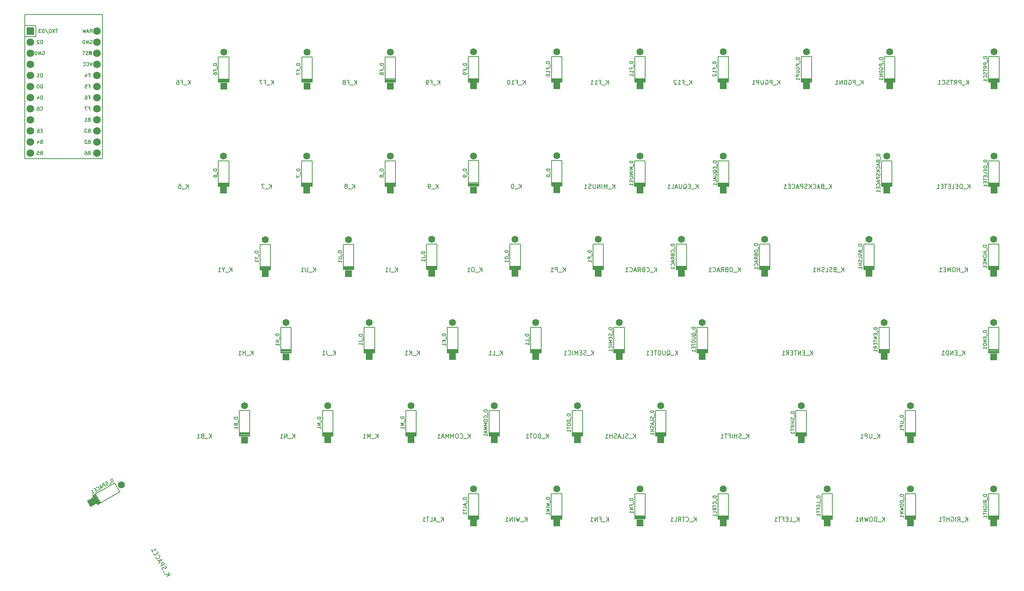
<source format=gbr>
G04 #@! TF.GenerationSoftware,KiCad,Pcbnew,7.0.9*
G04 #@! TF.CreationDate,2023-12-20T04:01:07-06:00*
G04 #@! TF.ProjectId,keyboard,6b657962-6f61-4726-942e-6b696361645f,rev?*
G04 #@! TF.SameCoordinates,Original*
G04 #@! TF.FileFunction,Legend,Bot*
G04 #@! TF.FilePolarity,Positive*
%FSLAX46Y46*%
G04 Gerber Fmt 4.6, Leading zero omitted, Abs format (unit mm)*
G04 Created by KiCad (PCBNEW 7.0.9) date 2023-12-20 04:01:07*
%MOMM*%
%LPD*%
G01*
G04 APERTURE LIST*
G04 Aperture macros list*
%AMRotRect*
0 Rectangle, with rotation*
0 The origin of the aperture is its center*
0 $1 length*
0 $2 width*
0 $3 Rotation angle, in degrees counterclockwise*
0 Add horizontal line*
21,1,$1,$2,0,0,$3*%
G04 Aperture macros list end*
%ADD10C,0.150000*%
%ADD11C,0.200000*%
%ADD12R,1.752600X1.752600*%
%ADD13C,1.752600*%
%ADD14R,1.600000X1.600000*%
%ADD15C,1.600000*%
%ADD16RotRect,1.600000X1.600000X30.000000*%
G04 APERTURE END LIST*
D10*
X389912047Y-120326951D02*
X389912047Y-119326951D01*
X389340619Y-120326951D02*
X389769190Y-119755522D01*
X389340619Y-119326951D02*
X389912047Y-119898379D01*
X389150143Y-120422189D02*
X388388238Y-120422189D01*
X388150142Y-120326951D02*
X388150142Y-119326951D01*
X387578714Y-120326951D02*
X388007285Y-119755522D01*
X387578714Y-119326951D02*
X388150142Y-119898379D01*
X386626333Y-120326951D02*
X387197761Y-120326951D01*
X386912047Y-120326951D02*
X386912047Y-119326951D01*
X386912047Y-119326951D02*
X387007285Y-119469808D01*
X387007285Y-119469808D02*
X387102523Y-119565046D01*
X387102523Y-119565046D02*
X387197761Y-119612665D01*
X401532285Y-139376951D02*
X401532285Y-138376951D01*
X400960857Y-139376951D02*
X401389428Y-138805522D01*
X400960857Y-138376951D02*
X401532285Y-138948379D01*
X400770381Y-139472189D02*
X400008476Y-139472189D01*
X399198952Y-139281712D02*
X399246571Y-139329332D01*
X399246571Y-139329332D02*
X399389428Y-139376951D01*
X399389428Y-139376951D02*
X399484666Y-139376951D01*
X399484666Y-139376951D02*
X399627523Y-139329332D01*
X399627523Y-139329332D02*
X399722761Y-139234093D01*
X399722761Y-139234093D02*
X399770380Y-139138855D01*
X399770380Y-139138855D02*
X399817999Y-138948379D01*
X399817999Y-138948379D02*
X399817999Y-138805522D01*
X399817999Y-138805522D02*
X399770380Y-138615046D01*
X399770380Y-138615046D02*
X399722761Y-138519808D01*
X399722761Y-138519808D02*
X399627523Y-138424570D01*
X399627523Y-138424570D02*
X399484666Y-138376951D01*
X399484666Y-138376951D02*
X399389428Y-138376951D01*
X399389428Y-138376951D02*
X399246571Y-138424570D01*
X399246571Y-138424570D02*
X399198952Y-138472189D01*
X398579904Y-138376951D02*
X398389428Y-138376951D01*
X398389428Y-138376951D02*
X398294190Y-138424570D01*
X398294190Y-138424570D02*
X398198952Y-138519808D01*
X398198952Y-138519808D02*
X398151333Y-138710284D01*
X398151333Y-138710284D02*
X398151333Y-139043617D01*
X398151333Y-139043617D02*
X398198952Y-139234093D01*
X398198952Y-139234093D02*
X398294190Y-139329332D01*
X398294190Y-139329332D02*
X398389428Y-139376951D01*
X398389428Y-139376951D02*
X398579904Y-139376951D01*
X398579904Y-139376951D02*
X398675142Y-139329332D01*
X398675142Y-139329332D02*
X398770380Y-139234093D01*
X398770380Y-139234093D02*
X398817999Y-139043617D01*
X398817999Y-139043617D02*
X398817999Y-138710284D01*
X398817999Y-138710284D02*
X398770380Y-138519808D01*
X398770380Y-138519808D02*
X398675142Y-138424570D01*
X398675142Y-138424570D02*
X398579904Y-138376951D01*
X397722761Y-139376951D02*
X397722761Y-138376951D01*
X397722761Y-138376951D02*
X397389428Y-139091236D01*
X397389428Y-139091236D02*
X397056095Y-138376951D01*
X397056095Y-138376951D02*
X397056095Y-139376951D01*
X396579904Y-139376951D02*
X396579904Y-138376951D01*
X396579904Y-138376951D02*
X396246571Y-139091236D01*
X396246571Y-139091236D02*
X395913238Y-138376951D01*
X395913238Y-138376951D02*
X395913238Y-139376951D01*
X395484666Y-139091236D02*
X395008476Y-139091236D01*
X395579904Y-139376951D02*
X395246571Y-138376951D01*
X395246571Y-138376951D02*
X394913238Y-139376951D01*
X394056095Y-139376951D02*
X394627523Y-139376951D01*
X394341809Y-139376951D02*
X394341809Y-138376951D01*
X394341809Y-138376951D02*
X394437047Y-138519808D01*
X394437047Y-138519808D02*
X394532285Y-138615046D01*
X394532285Y-138615046D02*
X394627523Y-138662665D01*
X314207666Y-58843247D02*
X314474332Y-58843247D01*
X314474332Y-59262295D02*
X314474332Y-58462295D01*
X314474332Y-58462295D02*
X314093380Y-58462295D01*
X313407666Y-58462295D02*
X313788618Y-58462295D01*
X313788618Y-58462295D02*
X313826714Y-58843247D01*
X313826714Y-58843247D02*
X313788618Y-58805152D01*
X313788618Y-58805152D02*
X313712428Y-58767057D01*
X313712428Y-58767057D02*
X313521952Y-58767057D01*
X313521952Y-58767057D02*
X313445761Y-58805152D01*
X313445761Y-58805152D02*
X313407666Y-58843247D01*
X313407666Y-58843247D02*
X313369571Y-58919438D01*
X313369571Y-58919438D02*
X313369571Y-59109914D01*
X313369571Y-59109914D02*
X313407666Y-59186104D01*
X313407666Y-59186104D02*
X313445761Y-59224200D01*
X313445761Y-59224200D02*
X313521952Y-59262295D01*
X313521952Y-59262295D02*
X313712428Y-59262295D01*
X313712428Y-59262295D02*
X313788618Y-59224200D01*
X313788618Y-59224200D02*
X313826714Y-59186104D01*
X314264809Y-66463247D02*
X314150523Y-66501342D01*
X314150523Y-66501342D02*
X314112428Y-66539438D01*
X314112428Y-66539438D02*
X314074332Y-66615628D01*
X314074332Y-66615628D02*
X314074332Y-66729914D01*
X314074332Y-66729914D02*
X314112428Y-66806104D01*
X314112428Y-66806104D02*
X314150523Y-66844200D01*
X314150523Y-66844200D02*
X314226713Y-66882295D01*
X314226713Y-66882295D02*
X314531475Y-66882295D01*
X314531475Y-66882295D02*
X314531475Y-66082295D01*
X314531475Y-66082295D02*
X314264809Y-66082295D01*
X314264809Y-66082295D02*
X314188618Y-66120390D01*
X314188618Y-66120390D02*
X314150523Y-66158485D01*
X314150523Y-66158485D02*
X314112428Y-66234676D01*
X314112428Y-66234676D02*
X314112428Y-66310866D01*
X314112428Y-66310866D02*
X314150523Y-66387057D01*
X314150523Y-66387057D02*
X314188618Y-66425152D01*
X314188618Y-66425152D02*
X314264809Y-66463247D01*
X314264809Y-66463247D02*
X314531475Y-66463247D01*
X313312428Y-66882295D02*
X313769571Y-66882295D01*
X313540999Y-66882295D02*
X313540999Y-66082295D01*
X313540999Y-66082295D02*
X313617190Y-66196580D01*
X313617190Y-66196580D02*
X313693380Y-66272771D01*
X313693380Y-66272771D02*
X313769571Y-66310866D01*
X303152332Y-64266104D02*
X303190428Y-64304200D01*
X303190428Y-64304200D02*
X303304713Y-64342295D01*
X303304713Y-64342295D02*
X303380904Y-64342295D01*
X303380904Y-64342295D02*
X303495190Y-64304200D01*
X303495190Y-64304200D02*
X303571380Y-64228009D01*
X303571380Y-64228009D02*
X303609475Y-64151819D01*
X303609475Y-64151819D02*
X303647571Y-63999438D01*
X303647571Y-63999438D02*
X303647571Y-63885152D01*
X303647571Y-63885152D02*
X303609475Y-63732771D01*
X303609475Y-63732771D02*
X303571380Y-63656580D01*
X303571380Y-63656580D02*
X303495190Y-63580390D01*
X303495190Y-63580390D02*
X303380904Y-63542295D01*
X303380904Y-63542295D02*
X303304713Y-63542295D01*
X303304713Y-63542295D02*
X303190428Y-63580390D01*
X303190428Y-63580390D02*
X303152332Y-63618485D01*
X302466618Y-63542295D02*
X302618999Y-63542295D01*
X302618999Y-63542295D02*
X302695190Y-63580390D01*
X302695190Y-63580390D02*
X302733285Y-63618485D01*
X302733285Y-63618485D02*
X302809475Y-63732771D01*
X302809475Y-63732771D02*
X302847571Y-63885152D01*
X302847571Y-63885152D02*
X302847571Y-64189914D01*
X302847571Y-64189914D02*
X302809475Y-64266104D01*
X302809475Y-64266104D02*
X302771380Y-64304200D01*
X302771380Y-64304200D02*
X302695190Y-64342295D01*
X302695190Y-64342295D02*
X302542809Y-64342295D01*
X302542809Y-64342295D02*
X302466618Y-64304200D01*
X302466618Y-64304200D02*
X302428523Y-64266104D01*
X302428523Y-64266104D02*
X302390428Y-64189914D01*
X302390428Y-64189914D02*
X302390428Y-63999438D01*
X302390428Y-63999438D02*
X302428523Y-63923247D01*
X302428523Y-63923247D02*
X302466618Y-63885152D01*
X302466618Y-63885152D02*
X302542809Y-63847057D01*
X302542809Y-63847057D02*
X302695190Y-63847057D01*
X302695190Y-63847057D02*
X302771380Y-63885152D01*
X302771380Y-63885152D02*
X302809475Y-63923247D01*
X302809475Y-63923247D02*
X302847571Y-63999438D01*
X303571380Y-69003247D02*
X303304714Y-69003247D01*
X303190428Y-69422295D02*
X303571380Y-69422295D01*
X303571380Y-69422295D02*
X303571380Y-68622295D01*
X303571380Y-68622295D02*
X303190428Y-68622295D01*
X302504713Y-68622295D02*
X302657094Y-68622295D01*
X302657094Y-68622295D02*
X302733285Y-68660390D01*
X302733285Y-68660390D02*
X302771380Y-68698485D01*
X302771380Y-68698485D02*
X302847570Y-68812771D01*
X302847570Y-68812771D02*
X302885666Y-68965152D01*
X302885666Y-68965152D02*
X302885666Y-69269914D01*
X302885666Y-69269914D02*
X302847570Y-69346104D01*
X302847570Y-69346104D02*
X302809475Y-69384200D01*
X302809475Y-69384200D02*
X302733285Y-69422295D01*
X302733285Y-69422295D02*
X302580904Y-69422295D01*
X302580904Y-69422295D02*
X302504713Y-69384200D01*
X302504713Y-69384200D02*
X302466618Y-69346104D01*
X302466618Y-69346104D02*
X302428523Y-69269914D01*
X302428523Y-69269914D02*
X302428523Y-69079438D01*
X302428523Y-69079438D02*
X302466618Y-69003247D01*
X302466618Y-69003247D02*
X302504713Y-68965152D01*
X302504713Y-68965152D02*
X302580904Y-68927057D01*
X302580904Y-68927057D02*
X302733285Y-68927057D01*
X302733285Y-68927057D02*
X302809475Y-68965152D01*
X302809475Y-68965152D02*
X302847570Y-69003247D01*
X302847570Y-69003247D02*
X302885666Y-69079438D01*
X303628523Y-50880390D02*
X303704713Y-50842295D01*
X303704713Y-50842295D02*
X303818999Y-50842295D01*
X303818999Y-50842295D02*
X303933285Y-50880390D01*
X303933285Y-50880390D02*
X304009475Y-50956580D01*
X304009475Y-50956580D02*
X304047570Y-51032771D01*
X304047570Y-51032771D02*
X304085666Y-51185152D01*
X304085666Y-51185152D02*
X304085666Y-51299438D01*
X304085666Y-51299438D02*
X304047570Y-51451819D01*
X304047570Y-51451819D02*
X304009475Y-51528009D01*
X304009475Y-51528009D02*
X303933285Y-51604200D01*
X303933285Y-51604200D02*
X303818999Y-51642295D01*
X303818999Y-51642295D02*
X303742808Y-51642295D01*
X303742808Y-51642295D02*
X303628523Y-51604200D01*
X303628523Y-51604200D02*
X303590427Y-51566104D01*
X303590427Y-51566104D02*
X303590427Y-51299438D01*
X303590427Y-51299438D02*
X303742808Y-51299438D01*
X303247570Y-51642295D02*
X303247570Y-50842295D01*
X303247570Y-50842295D02*
X302790427Y-51642295D01*
X302790427Y-51642295D02*
X302790427Y-50842295D01*
X302409475Y-51642295D02*
X302409475Y-50842295D01*
X302409475Y-50842295D02*
X302218999Y-50842295D01*
X302218999Y-50842295D02*
X302104713Y-50880390D01*
X302104713Y-50880390D02*
X302028523Y-50956580D01*
X302028523Y-50956580D02*
X301990428Y-51032771D01*
X301990428Y-51032771D02*
X301952332Y-51185152D01*
X301952332Y-51185152D02*
X301952332Y-51299438D01*
X301952332Y-51299438D02*
X301990428Y-51451819D01*
X301990428Y-51451819D02*
X302028523Y-51528009D01*
X302028523Y-51528009D02*
X302104713Y-51604200D01*
X302104713Y-51604200D02*
X302218999Y-51642295D01*
X302218999Y-51642295D02*
X302409475Y-51642295D01*
X307098604Y-45762295D02*
X306641461Y-45762295D01*
X306870033Y-46562295D02*
X306870033Y-45762295D01*
X306450985Y-45762295D02*
X305917651Y-46562295D01*
X305917651Y-45762295D02*
X306450985Y-46562295D01*
X305460508Y-45762295D02*
X305384318Y-45762295D01*
X305384318Y-45762295D02*
X305308127Y-45800390D01*
X305308127Y-45800390D02*
X305270032Y-45838485D01*
X305270032Y-45838485D02*
X305231937Y-45914676D01*
X305231937Y-45914676D02*
X305193842Y-46067057D01*
X305193842Y-46067057D02*
X305193842Y-46257533D01*
X305193842Y-46257533D02*
X305231937Y-46409914D01*
X305231937Y-46409914D02*
X305270032Y-46486104D01*
X305270032Y-46486104D02*
X305308127Y-46524200D01*
X305308127Y-46524200D02*
X305384318Y-46562295D01*
X305384318Y-46562295D02*
X305460508Y-46562295D01*
X305460508Y-46562295D02*
X305536699Y-46524200D01*
X305536699Y-46524200D02*
X305574794Y-46486104D01*
X305574794Y-46486104D02*
X305612889Y-46409914D01*
X305612889Y-46409914D02*
X305650985Y-46257533D01*
X305650985Y-46257533D02*
X305650985Y-46067057D01*
X305650985Y-46067057D02*
X305612889Y-45914676D01*
X305612889Y-45914676D02*
X305574794Y-45838485D01*
X305574794Y-45838485D02*
X305536699Y-45800390D01*
X305536699Y-45800390D02*
X305460508Y-45762295D01*
X304279556Y-45724200D02*
X304965270Y-46752771D01*
X304012889Y-46562295D02*
X304012889Y-45762295D01*
X304012889Y-45762295D02*
X303822413Y-45762295D01*
X303822413Y-45762295D02*
X303708127Y-45800390D01*
X303708127Y-45800390D02*
X303631937Y-45876580D01*
X303631937Y-45876580D02*
X303593842Y-45952771D01*
X303593842Y-45952771D02*
X303555746Y-46105152D01*
X303555746Y-46105152D02*
X303555746Y-46219438D01*
X303555746Y-46219438D02*
X303593842Y-46371819D01*
X303593842Y-46371819D02*
X303631937Y-46448009D01*
X303631937Y-46448009D02*
X303708127Y-46524200D01*
X303708127Y-46524200D02*
X303822413Y-46562295D01*
X303822413Y-46562295D02*
X304012889Y-46562295D01*
X303289080Y-45762295D02*
X302793842Y-45762295D01*
X302793842Y-45762295D02*
X303060508Y-46067057D01*
X303060508Y-46067057D02*
X302946223Y-46067057D01*
X302946223Y-46067057D02*
X302870032Y-46105152D01*
X302870032Y-46105152D02*
X302831937Y-46143247D01*
X302831937Y-46143247D02*
X302793842Y-46219438D01*
X302793842Y-46219438D02*
X302793842Y-46409914D01*
X302793842Y-46409914D02*
X302831937Y-46486104D01*
X302831937Y-46486104D02*
X302870032Y-46524200D01*
X302870032Y-46524200D02*
X302946223Y-46562295D01*
X302946223Y-46562295D02*
X303174794Y-46562295D01*
X303174794Y-46562295D02*
X303250985Y-46524200D01*
X303250985Y-46524200D02*
X303289080Y-46486104D01*
X314493380Y-46562295D02*
X314760047Y-46181342D01*
X314950523Y-46562295D02*
X314950523Y-45762295D01*
X314950523Y-45762295D02*
X314645761Y-45762295D01*
X314645761Y-45762295D02*
X314569571Y-45800390D01*
X314569571Y-45800390D02*
X314531476Y-45838485D01*
X314531476Y-45838485D02*
X314493380Y-45914676D01*
X314493380Y-45914676D02*
X314493380Y-46028961D01*
X314493380Y-46028961D02*
X314531476Y-46105152D01*
X314531476Y-46105152D02*
X314569571Y-46143247D01*
X314569571Y-46143247D02*
X314645761Y-46181342D01*
X314645761Y-46181342D02*
X314950523Y-46181342D01*
X314188619Y-46333723D02*
X313807666Y-46333723D01*
X314264809Y-46562295D02*
X313998142Y-45762295D01*
X313998142Y-45762295D02*
X313731476Y-46562295D01*
X313541000Y-45762295D02*
X313350524Y-46562295D01*
X313350524Y-46562295D02*
X313198143Y-45990866D01*
X313198143Y-45990866D02*
X313045762Y-46562295D01*
X313045762Y-46562295D02*
X312855286Y-45762295D01*
X314264809Y-69003247D02*
X314150523Y-69041342D01*
X314150523Y-69041342D02*
X314112428Y-69079438D01*
X314112428Y-69079438D02*
X314074332Y-69155628D01*
X314074332Y-69155628D02*
X314074332Y-69269914D01*
X314074332Y-69269914D02*
X314112428Y-69346104D01*
X314112428Y-69346104D02*
X314150523Y-69384200D01*
X314150523Y-69384200D02*
X314226713Y-69422295D01*
X314226713Y-69422295D02*
X314531475Y-69422295D01*
X314531475Y-69422295D02*
X314531475Y-68622295D01*
X314531475Y-68622295D02*
X314264809Y-68622295D01*
X314264809Y-68622295D02*
X314188618Y-68660390D01*
X314188618Y-68660390D02*
X314150523Y-68698485D01*
X314150523Y-68698485D02*
X314112428Y-68774676D01*
X314112428Y-68774676D02*
X314112428Y-68850866D01*
X314112428Y-68850866D02*
X314150523Y-68927057D01*
X314150523Y-68927057D02*
X314188618Y-68965152D01*
X314188618Y-68965152D02*
X314264809Y-69003247D01*
X314264809Y-69003247D02*
X314531475Y-69003247D01*
X313807666Y-68622295D02*
X313312428Y-68622295D01*
X313312428Y-68622295D02*
X313579094Y-68927057D01*
X313579094Y-68927057D02*
X313464809Y-68927057D01*
X313464809Y-68927057D02*
X313388618Y-68965152D01*
X313388618Y-68965152D02*
X313350523Y-69003247D01*
X313350523Y-69003247D02*
X313312428Y-69079438D01*
X313312428Y-69079438D02*
X313312428Y-69269914D01*
X313312428Y-69269914D02*
X313350523Y-69346104D01*
X313350523Y-69346104D02*
X313388618Y-69384200D01*
X313388618Y-69384200D02*
X313464809Y-69422295D01*
X313464809Y-69422295D02*
X313693380Y-69422295D01*
X313693380Y-69422295D02*
X313769571Y-69384200D01*
X313769571Y-69384200D02*
X313807666Y-69346104D01*
X303609475Y-56722295D02*
X303609475Y-55922295D01*
X303609475Y-55922295D02*
X303418999Y-55922295D01*
X303418999Y-55922295D02*
X303304713Y-55960390D01*
X303304713Y-55960390D02*
X303228523Y-56036580D01*
X303228523Y-56036580D02*
X303190428Y-56112771D01*
X303190428Y-56112771D02*
X303152332Y-56265152D01*
X303152332Y-56265152D02*
X303152332Y-56379438D01*
X303152332Y-56379438D02*
X303190428Y-56531819D01*
X303190428Y-56531819D02*
X303228523Y-56608009D01*
X303228523Y-56608009D02*
X303304713Y-56684200D01*
X303304713Y-56684200D02*
X303418999Y-56722295D01*
X303418999Y-56722295D02*
X303609475Y-56722295D01*
X302390428Y-56722295D02*
X302847571Y-56722295D01*
X302618999Y-56722295D02*
X302618999Y-55922295D01*
X302618999Y-55922295D02*
X302695190Y-56036580D01*
X302695190Y-56036580D02*
X302771380Y-56112771D01*
X302771380Y-56112771D02*
X302847571Y-56150866D01*
X315007666Y-53382295D02*
X314740999Y-54182295D01*
X314740999Y-54182295D02*
X314474333Y-53382295D01*
X313750523Y-54106104D02*
X313788619Y-54144200D01*
X313788619Y-54144200D02*
X313902904Y-54182295D01*
X313902904Y-54182295D02*
X313979095Y-54182295D01*
X313979095Y-54182295D02*
X314093381Y-54144200D01*
X314093381Y-54144200D02*
X314169571Y-54068009D01*
X314169571Y-54068009D02*
X314207666Y-53991819D01*
X314207666Y-53991819D02*
X314245762Y-53839438D01*
X314245762Y-53839438D02*
X314245762Y-53725152D01*
X314245762Y-53725152D02*
X314207666Y-53572771D01*
X314207666Y-53572771D02*
X314169571Y-53496580D01*
X314169571Y-53496580D02*
X314093381Y-53420390D01*
X314093381Y-53420390D02*
X313979095Y-53382295D01*
X313979095Y-53382295D02*
X313902904Y-53382295D01*
X313902904Y-53382295D02*
X313788619Y-53420390D01*
X313788619Y-53420390D02*
X313750523Y-53458485D01*
X312950523Y-54106104D02*
X312988619Y-54144200D01*
X312988619Y-54144200D02*
X313102904Y-54182295D01*
X313102904Y-54182295D02*
X313179095Y-54182295D01*
X313179095Y-54182295D02*
X313293381Y-54144200D01*
X313293381Y-54144200D02*
X313369571Y-54068009D01*
X313369571Y-54068009D02*
X313407666Y-53991819D01*
X313407666Y-53991819D02*
X313445762Y-53839438D01*
X313445762Y-53839438D02*
X313445762Y-53725152D01*
X313445762Y-53725152D02*
X313407666Y-53572771D01*
X313407666Y-53572771D02*
X313369571Y-53496580D01*
X313369571Y-53496580D02*
X313293381Y-53420390D01*
X313293381Y-53420390D02*
X313179095Y-53382295D01*
X313179095Y-53382295D02*
X313102904Y-53382295D01*
X313102904Y-53382295D02*
X312988619Y-53420390D01*
X312988619Y-53420390D02*
X312950523Y-53458485D01*
X314207666Y-61383247D02*
X314474332Y-61383247D01*
X314474332Y-61802295D02*
X314474332Y-61002295D01*
X314474332Y-61002295D02*
X314093380Y-61002295D01*
X313445761Y-61002295D02*
X313598142Y-61002295D01*
X313598142Y-61002295D02*
X313674333Y-61040390D01*
X313674333Y-61040390D02*
X313712428Y-61078485D01*
X313712428Y-61078485D02*
X313788618Y-61192771D01*
X313788618Y-61192771D02*
X313826714Y-61345152D01*
X313826714Y-61345152D02*
X313826714Y-61649914D01*
X313826714Y-61649914D02*
X313788618Y-61726104D01*
X313788618Y-61726104D02*
X313750523Y-61764200D01*
X313750523Y-61764200D02*
X313674333Y-61802295D01*
X313674333Y-61802295D02*
X313521952Y-61802295D01*
X313521952Y-61802295D02*
X313445761Y-61764200D01*
X313445761Y-61764200D02*
X313407666Y-61726104D01*
X313407666Y-61726104D02*
X313369571Y-61649914D01*
X313369571Y-61649914D02*
X313369571Y-61459438D01*
X313369571Y-61459438D02*
X313407666Y-61383247D01*
X313407666Y-61383247D02*
X313445761Y-61345152D01*
X313445761Y-61345152D02*
X313521952Y-61307057D01*
X313521952Y-61307057D02*
X313674333Y-61307057D01*
X313674333Y-61307057D02*
X313750523Y-61345152D01*
X313750523Y-61345152D02*
X313788618Y-61383247D01*
X313788618Y-61383247D02*
X313826714Y-61459438D01*
X314053333Y-51584200D02*
X313939047Y-51622295D01*
X313939047Y-51622295D02*
X313748571Y-51622295D01*
X313748571Y-51622295D02*
X313672380Y-51584200D01*
X313672380Y-51584200D02*
X313634285Y-51546104D01*
X313634285Y-51546104D02*
X313596190Y-51469914D01*
X313596190Y-51469914D02*
X313596190Y-51393723D01*
X313596190Y-51393723D02*
X313634285Y-51317533D01*
X313634285Y-51317533D02*
X313672380Y-51279438D01*
X313672380Y-51279438D02*
X313748571Y-51241342D01*
X313748571Y-51241342D02*
X313900952Y-51203247D01*
X313900952Y-51203247D02*
X313977142Y-51165152D01*
X313977142Y-51165152D02*
X314015237Y-51127057D01*
X314015237Y-51127057D02*
X314053333Y-51050866D01*
X314053333Y-51050866D02*
X314053333Y-50974676D01*
X314053333Y-50974676D02*
X314015237Y-50898485D01*
X314015237Y-50898485D02*
X313977142Y-50860390D01*
X313977142Y-50860390D02*
X313900952Y-50822295D01*
X313900952Y-50822295D02*
X313710475Y-50822295D01*
X313710475Y-50822295D02*
X313596190Y-50860390D01*
X313367618Y-50822295D02*
X312910475Y-50822295D01*
X313139047Y-51622295D02*
X313139047Y-50822295D01*
X314264809Y-74083247D02*
X314150523Y-74121342D01*
X314150523Y-74121342D02*
X314112428Y-74159438D01*
X314112428Y-74159438D02*
X314074332Y-74235628D01*
X314074332Y-74235628D02*
X314074332Y-74349914D01*
X314074332Y-74349914D02*
X314112428Y-74426104D01*
X314112428Y-74426104D02*
X314150523Y-74464200D01*
X314150523Y-74464200D02*
X314226713Y-74502295D01*
X314226713Y-74502295D02*
X314531475Y-74502295D01*
X314531475Y-74502295D02*
X314531475Y-73702295D01*
X314531475Y-73702295D02*
X314264809Y-73702295D01*
X314264809Y-73702295D02*
X314188618Y-73740390D01*
X314188618Y-73740390D02*
X314150523Y-73778485D01*
X314150523Y-73778485D02*
X314112428Y-73854676D01*
X314112428Y-73854676D02*
X314112428Y-73930866D01*
X314112428Y-73930866D02*
X314150523Y-74007057D01*
X314150523Y-74007057D02*
X314188618Y-74045152D01*
X314188618Y-74045152D02*
X314264809Y-74083247D01*
X314264809Y-74083247D02*
X314531475Y-74083247D01*
X313388618Y-73702295D02*
X313540999Y-73702295D01*
X313540999Y-73702295D02*
X313617190Y-73740390D01*
X313617190Y-73740390D02*
X313655285Y-73778485D01*
X313655285Y-73778485D02*
X313731475Y-73892771D01*
X313731475Y-73892771D02*
X313769571Y-74045152D01*
X313769571Y-74045152D02*
X313769571Y-74349914D01*
X313769571Y-74349914D02*
X313731475Y-74426104D01*
X313731475Y-74426104D02*
X313693380Y-74464200D01*
X313693380Y-74464200D02*
X313617190Y-74502295D01*
X313617190Y-74502295D02*
X313464809Y-74502295D01*
X313464809Y-74502295D02*
X313388618Y-74464200D01*
X313388618Y-74464200D02*
X313350523Y-74426104D01*
X313350523Y-74426104D02*
X313312428Y-74349914D01*
X313312428Y-74349914D02*
X313312428Y-74159438D01*
X313312428Y-74159438D02*
X313350523Y-74083247D01*
X313350523Y-74083247D02*
X313388618Y-74045152D01*
X313388618Y-74045152D02*
X313464809Y-74007057D01*
X313464809Y-74007057D02*
X313617190Y-74007057D01*
X313617190Y-74007057D02*
X313693380Y-74045152D01*
X313693380Y-74045152D02*
X313731475Y-74083247D01*
X313731475Y-74083247D02*
X313769571Y-74159438D01*
X314207666Y-63923247D02*
X314474332Y-63923247D01*
X314474332Y-64342295D02*
X314474332Y-63542295D01*
X314474332Y-63542295D02*
X314093380Y-63542295D01*
X313864809Y-63542295D02*
X313331475Y-63542295D01*
X313331475Y-63542295D02*
X313674333Y-64342295D01*
X314264809Y-71543247D02*
X314150523Y-71581342D01*
X314150523Y-71581342D02*
X314112428Y-71619438D01*
X314112428Y-71619438D02*
X314074332Y-71695628D01*
X314074332Y-71695628D02*
X314074332Y-71809914D01*
X314074332Y-71809914D02*
X314112428Y-71886104D01*
X314112428Y-71886104D02*
X314150523Y-71924200D01*
X314150523Y-71924200D02*
X314226713Y-71962295D01*
X314226713Y-71962295D02*
X314531475Y-71962295D01*
X314531475Y-71962295D02*
X314531475Y-71162295D01*
X314531475Y-71162295D02*
X314264809Y-71162295D01*
X314264809Y-71162295D02*
X314188618Y-71200390D01*
X314188618Y-71200390D02*
X314150523Y-71238485D01*
X314150523Y-71238485D02*
X314112428Y-71314676D01*
X314112428Y-71314676D02*
X314112428Y-71390866D01*
X314112428Y-71390866D02*
X314150523Y-71467057D01*
X314150523Y-71467057D02*
X314188618Y-71505152D01*
X314188618Y-71505152D02*
X314264809Y-71543247D01*
X314264809Y-71543247D02*
X314531475Y-71543247D01*
X313769571Y-71238485D02*
X313731475Y-71200390D01*
X313731475Y-71200390D02*
X313655285Y-71162295D01*
X313655285Y-71162295D02*
X313464809Y-71162295D01*
X313464809Y-71162295D02*
X313388618Y-71200390D01*
X313388618Y-71200390D02*
X313350523Y-71238485D01*
X313350523Y-71238485D02*
X313312428Y-71314676D01*
X313312428Y-71314676D02*
X313312428Y-71390866D01*
X313312428Y-71390866D02*
X313350523Y-71505152D01*
X313350523Y-71505152D02*
X313807666Y-71962295D01*
X313807666Y-71962295D02*
X313312428Y-71962295D01*
X314207666Y-56303247D02*
X314474332Y-56303247D01*
X314474332Y-56722295D02*
X314474332Y-55922295D01*
X314474332Y-55922295D02*
X314093380Y-55922295D01*
X313445761Y-56188961D02*
X313445761Y-56722295D01*
X313636237Y-55884200D02*
X313826714Y-56455628D01*
X313826714Y-56455628D02*
X313331475Y-56455628D01*
X303609475Y-59262295D02*
X303609475Y-58462295D01*
X303609475Y-58462295D02*
X303418999Y-58462295D01*
X303418999Y-58462295D02*
X303304713Y-58500390D01*
X303304713Y-58500390D02*
X303228523Y-58576580D01*
X303228523Y-58576580D02*
X303190428Y-58652771D01*
X303190428Y-58652771D02*
X303152332Y-58805152D01*
X303152332Y-58805152D02*
X303152332Y-58919438D01*
X303152332Y-58919438D02*
X303190428Y-59071819D01*
X303190428Y-59071819D02*
X303228523Y-59148009D01*
X303228523Y-59148009D02*
X303304713Y-59224200D01*
X303304713Y-59224200D02*
X303418999Y-59262295D01*
X303418999Y-59262295D02*
X303609475Y-59262295D01*
X302657094Y-58462295D02*
X302580904Y-58462295D01*
X302580904Y-58462295D02*
X302504713Y-58500390D01*
X302504713Y-58500390D02*
X302466618Y-58538485D01*
X302466618Y-58538485D02*
X302428523Y-58614676D01*
X302428523Y-58614676D02*
X302390428Y-58767057D01*
X302390428Y-58767057D02*
X302390428Y-58957533D01*
X302390428Y-58957533D02*
X302428523Y-59109914D01*
X302428523Y-59109914D02*
X302466618Y-59186104D01*
X302466618Y-59186104D02*
X302504713Y-59224200D01*
X302504713Y-59224200D02*
X302580904Y-59262295D01*
X302580904Y-59262295D02*
X302657094Y-59262295D01*
X302657094Y-59262295D02*
X302733285Y-59224200D01*
X302733285Y-59224200D02*
X302771380Y-59186104D01*
X302771380Y-59186104D02*
X302809475Y-59109914D01*
X302809475Y-59109914D02*
X302847571Y-58957533D01*
X302847571Y-58957533D02*
X302847571Y-58767057D01*
X302847571Y-58767057D02*
X302809475Y-58614676D01*
X302809475Y-58614676D02*
X302771380Y-58538485D01*
X302771380Y-58538485D02*
X302733285Y-58500390D01*
X302733285Y-58500390D02*
X302657094Y-58462295D01*
X303609475Y-61802295D02*
X303609475Y-61002295D01*
X303609475Y-61002295D02*
X303418999Y-61002295D01*
X303418999Y-61002295D02*
X303304713Y-61040390D01*
X303304713Y-61040390D02*
X303228523Y-61116580D01*
X303228523Y-61116580D02*
X303190428Y-61192771D01*
X303190428Y-61192771D02*
X303152332Y-61345152D01*
X303152332Y-61345152D02*
X303152332Y-61459438D01*
X303152332Y-61459438D02*
X303190428Y-61611819D01*
X303190428Y-61611819D02*
X303228523Y-61688009D01*
X303228523Y-61688009D02*
X303304713Y-61764200D01*
X303304713Y-61764200D02*
X303418999Y-61802295D01*
X303418999Y-61802295D02*
X303609475Y-61802295D01*
X302466618Y-61268961D02*
X302466618Y-61802295D01*
X302657094Y-60964200D02*
X302847571Y-61535628D01*
X302847571Y-61535628D02*
X302352332Y-61535628D01*
X303342809Y-74083247D02*
X303228523Y-74121342D01*
X303228523Y-74121342D02*
X303190428Y-74159438D01*
X303190428Y-74159438D02*
X303152332Y-74235628D01*
X303152332Y-74235628D02*
X303152332Y-74349914D01*
X303152332Y-74349914D02*
X303190428Y-74426104D01*
X303190428Y-74426104D02*
X303228523Y-74464200D01*
X303228523Y-74464200D02*
X303304713Y-74502295D01*
X303304713Y-74502295D02*
X303609475Y-74502295D01*
X303609475Y-74502295D02*
X303609475Y-73702295D01*
X303609475Y-73702295D02*
X303342809Y-73702295D01*
X303342809Y-73702295D02*
X303266618Y-73740390D01*
X303266618Y-73740390D02*
X303228523Y-73778485D01*
X303228523Y-73778485D02*
X303190428Y-73854676D01*
X303190428Y-73854676D02*
X303190428Y-73930866D01*
X303190428Y-73930866D02*
X303228523Y-74007057D01*
X303228523Y-74007057D02*
X303266618Y-74045152D01*
X303266618Y-74045152D02*
X303342809Y-74083247D01*
X303342809Y-74083247D02*
X303609475Y-74083247D01*
X302428523Y-73702295D02*
X302809475Y-73702295D01*
X302809475Y-73702295D02*
X302847571Y-74083247D01*
X302847571Y-74083247D02*
X302809475Y-74045152D01*
X302809475Y-74045152D02*
X302733285Y-74007057D01*
X302733285Y-74007057D02*
X302542809Y-74007057D01*
X302542809Y-74007057D02*
X302466618Y-74045152D01*
X302466618Y-74045152D02*
X302428523Y-74083247D01*
X302428523Y-74083247D02*
X302390428Y-74159438D01*
X302390428Y-74159438D02*
X302390428Y-74349914D01*
X302390428Y-74349914D02*
X302428523Y-74426104D01*
X302428523Y-74426104D02*
X302466618Y-74464200D01*
X302466618Y-74464200D02*
X302542809Y-74502295D01*
X302542809Y-74502295D02*
X302733285Y-74502295D01*
X302733285Y-74502295D02*
X302809475Y-74464200D01*
X302809475Y-74464200D02*
X302847571Y-74426104D01*
X303609475Y-49102295D02*
X303609475Y-48302295D01*
X303609475Y-48302295D02*
X303418999Y-48302295D01*
X303418999Y-48302295D02*
X303304713Y-48340390D01*
X303304713Y-48340390D02*
X303228523Y-48416580D01*
X303228523Y-48416580D02*
X303190428Y-48492771D01*
X303190428Y-48492771D02*
X303152332Y-48645152D01*
X303152332Y-48645152D02*
X303152332Y-48759438D01*
X303152332Y-48759438D02*
X303190428Y-48911819D01*
X303190428Y-48911819D02*
X303228523Y-48988009D01*
X303228523Y-48988009D02*
X303304713Y-49064200D01*
X303304713Y-49064200D02*
X303418999Y-49102295D01*
X303418999Y-49102295D02*
X303609475Y-49102295D01*
X302847571Y-48378485D02*
X302809475Y-48340390D01*
X302809475Y-48340390D02*
X302733285Y-48302295D01*
X302733285Y-48302295D02*
X302542809Y-48302295D01*
X302542809Y-48302295D02*
X302466618Y-48340390D01*
X302466618Y-48340390D02*
X302428523Y-48378485D01*
X302428523Y-48378485D02*
X302390428Y-48454676D01*
X302390428Y-48454676D02*
X302390428Y-48530866D01*
X302390428Y-48530866D02*
X302428523Y-48645152D01*
X302428523Y-48645152D02*
X302885666Y-49102295D01*
X302885666Y-49102295D02*
X302390428Y-49102295D01*
X314550523Y-48340390D02*
X314626713Y-48302295D01*
X314626713Y-48302295D02*
X314740999Y-48302295D01*
X314740999Y-48302295D02*
X314855285Y-48340390D01*
X314855285Y-48340390D02*
X314931475Y-48416580D01*
X314931475Y-48416580D02*
X314969570Y-48492771D01*
X314969570Y-48492771D02*
X315007666Y-48645152D01*
X315007666Y-48645152D02*
X315007666Y-48759438D01*
X315007666Y-48759438D02*
X314969570Y-48911819D01*
X314969570Y-48911819D02*
X314931475Y-48988009D01*
X314931475Y-48988009D02*
X314855285Y-49064200D01*
X314855285Y-49064200D02*
X314740999Y-49102295D01*
X314740999Y-49102295D02*
X314664808Y-49102295D01*
X314664808Y-49102295D02*
X314550523Y-49064200D01*
X314550523Y-49064200D02*
X314512427Y-49026104D01*
X314512427Y-49026104D02*
X314512427Y-48759438D01*
X314512427Y-48759438D02*
X314664808Y-48759438D01*
X314169570Y-49102295D02*
X314169570Y-48302295D01*
X314169570Y-48302295D02*
X313712427Y-49102295D01*
X313712427Y-49102295D02*
X313712427Y-48302295D01*
X313331475Y-49102295D02*
X313331475Y-48302295D01*
X313331475Y-48302295D02*
X313140999Y-48302295D01*
X313140999Y-48302295D02*
X313026713Y-48340390D01*
X313026713Y-48340390D02*
X312950523Y-48416580D01*
X312950523Y-48416580D02*
X312912428Y-48492771D01*
X312912428Y-48492771D02*
X312874332Y-48645152D01*
X312874332Y-48645152D02*
X312874332Y-48759438D01*
X312874332Y-48759438D02*
X312912428Y-48911819D01*
X312912428Y-48911819D02*
X312950523Y-48988009D01*
X312950523Y-48988009D02*
X313026713Y-49064200D01*
X313026713Y-49064200D02*
X313140999Y-49102295D01*
X313140999Y-49102295D02*
X313331475Y-49102295D01*
X303342809Y-71543247D02*
X303228523Y-71581342D01*
X303228523Y-71581342D02*
X303190428Y-71619438D01*
X303190428Y-71619438D02*
X303152332Y-71695628D01*
X303152332Y-71695628D02*
X303152332Y-71809914D01*
X303152332Y-71809914D02*
X303190428Y-71886104D01*
X303190428Y-71886104D02*
X303228523Y-71924200D01*
X303228523Y-71924200D02*
X303304713Y-71962295D01*
X303304713Y-71962295D02*
X303609475Y-71962295D01*
X303609475Y-71962295D02*
X303609475Y-71162295D01*
X303609475Y-71162295D02*
X303342809Y-71162295D01*
X303342809Y-71162295D02*
X303266618Y-71200390D01*
X303266618Y-71200390D02*
X303228523Y-71238485D01*
X303228523Y-71238485D02*
X303190428Y-71314676D01*
X303190428Y-71314676D02*
X303190428Y-71390866D01*
X303190428Y-71390866D02*
X303228523Y-71467057D01*
X303228523Y-71467057D02*
X303266618Y-71505152D01*
X303266618Y-71505152D02*
X303342809Y-71543247D01*
X303342809Y-71543247D02*
X303609475Y-71543247D01*
X302466618Y-71428961D02*
X302466618Y-71962295D01*
X302657094Y-71124200D02*
X302847571Y-71695628D01*
X302847571Y-71695628D02*
X302352332Y-71695628D01*
X384887642Y-101276951D02*
X384887642Y-100276951D01*
X384316214Y-101276951D02*
X384744785Y-100705522D01*
X384316214Y-100276951D02*
X384887642Y-100848379D01*
X384125738Y-101372189D02*
X383363833Y-101372189D01*
X383125737Y-101276951D02*
X383125737Y-100276951D01*
X382125738Y-101276951D02*
X382697166Y-101276951D01*
X382411452Y-101276951D02*
X382411452Y-100276951D01*
X382411452Y-100276951D02*
X382506690Y-100419808D01*
X382506690Y-100419808D02*
X382601928Y-100515046D01*
X382601928Y-100515046D02*
X382697166Y-100562665D01*
X404223356Y-101276951D02*
X404223356Y-100276951D01*
X403651928Y-101276951D02*
X404080499Y-100705522D01*
X403651928Y-100276951D02*
X404223356Y-100848379D01*
X403461452Y-101372189D02*
X402699547Y-101372189D01*
X402270975Y-100276951D02*
X402080499Y-100276951D01*
X402080499Y-100276951D02*
X401985261Y-100324570D01*
X401985261Y-100324570D02*
X401890023Y-100419808D01*
X401890023Y-100419808D02*
X401842404Y-100610284D01*
X401842404Y-100610284D02*
X401842404Y-100943617D01*
X401842404Y-100943617D02*
X401890023Y-101134093D01*
X401890023Y-101134093D02*
X401985261Y-101229332D01*
X401985261Y-101229332D02*
X402080499Y-101276951D01*
X402080499Y-101276951D02*
X402270975Y-101276951D01*
X402270975Y-101276951D02*
X402366213Y-101229332D01*
X402366213Y-101229332D02*
X402461451Y-101134093D01*
X402461451Y-101134093D02*
X402509070Y-100943617D01*
X402509070Y-100943617D02*
X402509070Y-100610284D01*
X402509070Y-100610284D02*
X402461451Y-100419808D01*
X402461451Y-100419808D02*
X402366213Y-100324570D01*
X402366213Y-100324570D02*
X402270975Y-100276951D01*
X400890023Y-101276951D02*
X401461451Y-101276951D01*
X401175737Y-101276951D02*
X401175737Y-100276951D01*
X401175737Y-100276951D02*
X401270975Y-100419808D01*
X401270975Y-100419808D02*
X401366213Y-100515046D01*
X401366213Y-100515046D02*
X401461451Y-100562665D01*
X484185261Y-82226951D02*
X484185261Y-81226951D01*
X483613833Y-82226951D02*
X484042404Y-81655522D01*
X483613833Y-81226951D02*
X484185261Y-81798379D01*
X483423357Y-82322189D02*
X482661452Y-82322189D01*
X482090023Y-81703141D02*
X481947166Y-81750760D01*
X481947166Y-81750760D02*
X481899547Y-81798379D01*
X481899547Y-81798379D02*
X481851928Y-81893617D01*
X481851928Y-81893617D02*
X481851928Y-82036474D01*
X481851928Y-82036474D02*
X481899547Y-82131712D01*
X481899547Y-82131712D02*
X481947166Y-82179332D01*
X481947166Y-82179332D02*
X482042404Y-82226951D01*
X482042404Y-82226951D02*
X482423356Y-82226951D01*
X482423356Y-82226951D02*
X482423356Y-81226951D01*
X482423356Y-81226951D02*
X482090023Y-81226951D01*
X482090023Y-81226951D02*
X481994785Y-81274570D01*
X481994785Y-81274570D02*
X481947166Y-81322189D01*
X481947166Y-81322189D02*
X481899547Y-81417427D01*
X481899547Y-81417427D02*
X481899547Y-81512665D01*
X481899547Y-81512665D02*
X481947166Y-81607903D01*
X481947166Y-81607903D02*
X481994785Y-81655522D01*
X481994785Y-81655522D02*
X482090023Y-81703141D01*
X482090023Y-81703141D02*
X482423356Y-81703141D01*
X481470975Y-81941236D02*
X480994785Y-81941236D01*
X481566213Y-82226951D02*
X481232880Y-81226951D01*
X481232880Y-81226951D02*
X480899547Y-82226951D01*
X479994785Y-82131712D02*
X480042404Y-82179332D01*
X480042404Y-82179332D02*
X480185261Y-82226951D01*
X480185261Y-82226951D02*
X480280499Y-82226951D01*
X480280499Y-82226951D02*
X480423356Y-82179332D01*
X480423356Y-82179332D02*
X480518594Y-82084093D01*
X480518594Y-82084093D02*
X480566213Y-81988855D01*
X480566213Y-81988855D02*
X480613832Y-81798379D01*
X480613832Y-81798379D02*
X480613832Y-81655522D01*
X480613832Y-81655522D02*
X480566213Y-81465046D01*
X480566213Y-81465046D02*
X480518594Y-81369808D01*
X480518594Y-81369808D02*
X480423356Y-81274570D01*
X480423356Y-81274570D02*
X480280499Y-81226951D01*
X480280499Y-81226951D02*
X480185261Y-81226951D01*
X480185261Y-81226951D02*
X480042404Y-81274570D01*
X480042404Y-81274570D02*
X479994785Y-81322189D01*
X479566213Y-82226951D02*
X479566213Y-81226951D01*
X478994785Y-82226951D02*
X479423356Y-81655522D01*
X478994785Y-81226951D02*
X479566213Y-81798379D01*
X478613832Y-82179332D02*
X478470975Y-82226951D01*
X478470975Y-82226951D02*
X478232880Y-82226951D01*
X478232880Y-82226951D02*
X478137642Y-82179332D01*
X478137642Y-82179332D02*
X478090023Y-82131712D01*
X478090023Y-82131712D02*
X478042404Y-82036474D01*
X478042404Y-82036474D02*
X478042404Y-81941236D01*
X478042404Y-81941236D02*
X478090023Y-81845998D01*
X478090023Y-81845998D02*
X478137642Y-81798379D01*
X478137642Y-81798379D02*
X478232880Y-81750760D01*
X478232880Y-81750760D02*
X478423356Y-81703141D01*
X478423356Y-81703141D02*
X478518594Y-81655522D01*
X478518594Y-81655522D02*
X478566213Y-81607903D01*
X478566213Y-81607903D02*
X478613832Y-81512665D01*
X478613832Y-81512665D02*
X478613832Y-81417427D01*
X478613832Y-81417427D02*
X478566213Y-81322189D01*
X478566213Y-81322189D02*
X478518594Y-81274570D01*
X478518594Y-81274570D02*
X478423356Y-81226951D01*
X478423356Y-81226951D02*
X478185261Y-81226951D01*
X478185261Y-81226951D02*
X478042404Y-81274570D01*
X477613832Y-82226951D02*
X477613832Y-81226951D01*
X477613832Y-81226951D02*
X477232880Y-81226951D01*
X477232880Y-81226951D02*
X477137642Y-81274570D01*
X477137642Y-81274570D02*
X477090023Y-81322189D01*
X477090023Y-81322189D02*
X477042404Y-81417427D01*
X477042404Y-81417427D02*
X477042404Y-81560284D01*
X477042404Y-81560284D02*
X477090023Y-81655522D01*
X477090023Y-81655522D02*
X477137642Y-81703141D01*
X477137642Y-81703141D02*
X477232880Y-81750760D01*
X477232880Y-81750760D02*
X477613832Y-81750760D01*
X476661451Y-81941236D02*
X476185261Y-81941236D01*
X476756689Y-82226951D02*
X476423356Y-81226951D01*
X476423356Y-81226951D02*
X476090023Y-82226951D01*
X475185261Y-82131712D02*
X475232880Y-82179332D01*
X475232880Y-82179332D02*
X475375737Y-82226951D01*
X475375737Y-82226951D02*
X475470975Y-82226951D01*
X475470975Y-82226951D02*
X475613832Y-82179332D01*
X475613832Y-82179332D02*
X475709070Y-82084093D01*
X475709070Y-82084093D02*
X475756689Y-81988855D01*
X475756689Y-81988855D02*
X475804308Y-81798379D01*
X475804308Y-81798379D02*
X475804308Y-81655522D01*
X475804308Y-81655522D02*
X475756689Y-81465046D01*
X475756689Y-81465046D02*
X475709070Y-81369808D01*
X475709070Y-81369808D02*
X475613832Y-81274570D01*
X475613832Y-81274570D02*
X475470975Y-81226951D01*
X475470975Y-81226951D02*
X475375737Y-81226951D01*
X475375737Y-81226951D02*
X475232880Y-81274570D01*
X475232880Y-81274570D02*
X475185261Y-81322189D01*
X474756689Y-81703141D02*
X474423356Y-81703141D01*
X474280499Y-82226951D02*
X474756689Y-82226951D01*
X474756689Y-82226951D02*
X474756689Y-81226951D01*
X474756689Y-81226951D02*
X474280499Y-81226951D01*
X473328118Y-82226951D02*
X473899546Y-82226951D01*
X473613832Y-82226951D02*
X473613832Y-81226951D01*
X473613832Y-81226951D02*
X473709070Y-81369808D01*
X473709070Y-81369808D02*
X473804308Y-81465046D01*
X473804308Y-81465046D02*
X473899546Y-81512665D01*
X414557880Y-158426951D02*
X414557880Y-157426951D01*
X413986452Y-158426951D02*
X414415023Y-157855522D01*
X413986452Y-157426951D02*
X414557880Y-157998379D01*
X413795976Y-158522189D02*
X413034071Y-158522189D01*
X412891213Y-157426951D02*
X412653118Y-158426951D01*
X412653118Y-158426951D02*
X412462642Y-157712665D01*
X412462642Y-157712665D02*
X412272166Y-158426951D01*
X412272166Y-158426951D02*
X412034071Y-157426951D01*
X411653118Y-158426951D02*
X411653118Y-157426951D01*
X411176928Y-158426951D02*
X411176928Y-157426951D01*
X411176928Y-157426951D02*
X410605500Y-158426951D01*
X410605500Y-158426951D02*
X410605500Y-157426951D01*
X409605500Y-158426951D02*
X410176928Y-158426951D01*
X409891214Y-158426951D02*
X409891214Y-157426951D01*
X409891214Y-157426951D02*
X409986452Y-157569808D01*
X409986452Y-157569808D02*
X410081690Y-157665046D01*
X410081690Y-157665046D02*
X410176928Y-157712665D01*
X453657880Y-82226951D02*
X453657880Y-81226951D01*
X453086452Y-82226951D02*
X453515023Y-81655522D01*
X453086452Y-81226951D02*
X453657880Y-81798379D01*
X452895976Y-82322189D02*
X452134071Y-82322189D01*
X451895975Y-81703141D02*
X451562642Y-81703141D01*
X451419785Y-82226951D02*
X451895975Y-82226951D01*
X451895975Y-82226951D02*
X451895975Y-81226951D01*
X451895975Y-81226951D02*
X451419785Y-81226951D01*
X450324547Y-82322189D02*
X450419785Y-82274570D01*
X450419785Y-82274570D02*
X450515023Y-82179332D01*
X450515023Y-82179332D02*
X450657880Y-82036474D01*
X450657880Y-82036474D02*
X450753118Y-81988855D01*
X450753118Y-81988855D02*
X450848356Y-81988855D01*
X450800737Y-82226951D02*
X450895975Y-82179332D01*
X450895975Y-82179332D02*
X450991213Y-82084093D01*
X450991213Y-82084093D02*
X451038832Y-81893617D01*
X451038832Y-81893617D02*
X451038832Y-81560284D01*
X451038832Y-81560284D02*
X450991213Y-81369808D01*
X450991213Y-81369808D02*
X450895975Y-81274570D01*
X450895975Y-81274570D02*
X450800737Y-81226951D01*
X450800737Y-81226951D02*
X450610261Y-81226951D01*
X450610261Y-81226951D02*
X450515023Y-81274570D01*
X450515023Y-81274570D02*
X450419785Y-81369808D01*
X450419785Y-81369808D02*
X450372166Y-81560284D01*
X450372166Y-81560284D02*
X450372166Y-81893617D01*
X450372166Y-81893617D02*
X450419785Y-82084093D01*
X450419785Y-82084093D02*
X450515023Y-82179332D01*
X450515023Y-82179332D02*
X450610261Y-82226951D01*
X450610261Y-82226951D02*
X450800737Y-82226951D01*
X449943594Y-81226951D02*
X449943594Y-82036474D01*
X449943594Y-82036474D02*
X449895975Y-82131712D01*
X449895975Y-82131712D02*
X449848356Y-82179332D01*
X449848356Y-82179332D02*
X449753118Y-82226951D01*
X449753118Y-82226951D02*
X449562642Y-82226951D01*
X449562642Y-82226951D02*
X449467404Y-82179332D01*
X449467404Y-82179332D02*
X449419785Y-82131712D01*
X449419785Y-82131712D02*
X449372166Y-82036474D01*
X449372166Y-82036474D02*
X449372166Y-81226951D01*
X448943594Y-81941236D02*
X448467404Y-81941236D01*
X449038832Y-82226951D02*
X448705499Y-81226951D01*
X448705499Y-81226951D02*
X448372166Y-82226951D01*
X447562642Y-82226951D02*
X448038832Y-82226951D01*
X448038832Y-82226951D02*
X448038832Y-81226951D01*
X446705499Y-82226951D02*
X447276927Y-82226951D01*
X446991213Y-82226951D02*
X446991213Y-81226951D01*
X446991213Y-81226951D02*
X447086451Y-81369808D01*
X447086451Y-81369808D02*
X447181689Y-81465046D01*
X447181689Y-81465046D02*
X447276927Y-81512665D01*
X356503118Y-58414451D02*
X356503118Y-57414451D01*
X355931690Y-58414451D02*
X356360261Y-57843022D01*
X355931690Y-57414451D02*
X356503118Y-57985879D01*
X355741214Y-58509689D02*
X354979309Y-58509689D01*
X354407880Y-57890641D02*
X354741213Y-57890641D01*
X354741213Y-58414451D02*
X354741213Y-57414451D01*
X354741213Y-57414451D02*
X354265023Y-57414451D01*
X353979308Y-57414451D02*
X353312642Y-57414451D01*
X353312642Y-57414451D02*
X353741213Y-58414451D01*
X429750142Y-120326951D02*
X429750142Y-119326951D01*
X429178714Y-120326951D02*
X429607285Y-119755522D01*
X429178714Y-119326951D02*
X429750142Y-119898379D01*
X428988238Y-120422189D02*
X428226333Y-120422189D01*
X428035856Y-120279332D02*
X427892999Y-120326951D01*
X427892999Y-120326951D02*
X427654904Y-120326951D01*
X427654904Y-120326951D02*
X427559666Y-120279332D01*
X427559666Y-120279332D02*
X427512047Y-120231712D01*
X427512047Y-120231712D02*
X427464428Y-120136474D01*
X427464428Y-120136474D02*
X427464428Y-120041236D01*
X427464428Y-120041236D02*
X427512047Y-119945998D01*
X427512047Y-119945998D02*
X427559666Y-119898379D01*
X427559666Y-119898379D02*
X427654904Y-119850760D01*
X427654904Y-119850760D02*
X427845380Y-119803141D01*
X427845380Y-119803141D02*
X427940618Y-119755522D01*
X427940618Y-119755522D02*
X427988237Y-119707903D01*
X427988237Y-119707903D02*
X428035856Y-119612665D01*
X428035856Y-119612665D02*
X428035856Y-119517427D01*
X428035856Y-119517427D02*
X427988237Y-119422189D01*
X427988237Y-119422189D02*
X427940618Y-119374570D01*
X427940618Y-119374570D02*
X427845380Y-119326951D01*
X427845380Y-119326951D02*
X427607285Y-119326951D01*
X427607285Y-119326951D02*
X427464428Y-119374570D01*
X427035856Y-119803141D02*
X426702523Y-119803141D01*
X426559666Y-120326951D02*
X427035856Y-120326951D01*
X427035856Y-120326951D02*
X427035856Y-119326951D01*
X427035856Y-119326951D02*
X426559666Y-119326951D01*
X426131094Y-120326951D02*
X426131094Y-119326951D01*
X426131094Y-119326951D02*
X425797761Y-120041236D01*
X425797761Y-120041236D02*
X425464428Y-119326951D01*
X425464428Y-119326951D02*
X425464428Y-120326951D01*
X424988237Y-120326951D02*
X424988237Y-119326951D01*
X423940619Y-120231712D02*
X423988238Y-120279332D01*
X423988238Y-120279332D02*
X424131095Y-120326951D01*
X424131095Y-120326951D02*
X424226333Y-120326951D01*
X424226333Y-120326951D02*
X424369190Y-120279332D01*
X424369190Y-120279332D02*
X424464428Y-120184093D01*
X424464428Y-120184093D02*
X424512047Y-120088855D01*
X424512047Y-120088855D02*
X424559666Y-119898379D01*
X424559666Y-119898379D02*
X424559666Y-119755522D01*
X424559666Y-119755522D02*
X424512047Y-119565046D01*
X424512047Y-119565046D02*
X424464428Y-119469808D01*
X424464428Y-119469808D02*
X424369190Y-119374570D01*
X424369190Y-119374570D02*
X424226333Y-119326951D01*
X424226333Y-119326951D02*
X424131095Y-119326951D01*
X424131095Y-119326951D02*
X423988238Y-119374570D01*
X423988238Y-119374570D02*
X423940619Y-119422189D01*
X422988238Y-120326951D02*
X423559666Y-120326951D01*
X423273952Y-120326951D02*
X423273952Y-119326951D01*
X423273952Y-119326951D02*
X423369190Y-119469808D01*
X423369190Y-119469808D02*
X423464428Y-119565046D01*
X423464428Y-119565046D02*
X423559666Y-119612665D01*
X395388833Y-158426951D02*
X395388833Y-157426951D01*
X394817405Y-158426951D02*
X395245976Y-157855522D01*
X394817405Y-157426951D02*
X395388833Y-157998379D01*
X394626929Y-158522189D02*
X393865024Y-158522189D01*
X393674547Y-158141236D02*
X393198357Y-158141236D01*
X393769785Y-158426951D02*
X393436452Y-157426951D01*
X393436452Y-157426951D02*
X393103119Y-158426951D01*
X392293595Y-158426951D02*
X392769785Y-158426951D01*
X392769785Y-158426951D02*
X392769785Y-157426951D01*
X392103118Y-157426951D02*
X391531690Y-157426951D01*
X391817404Y-158426951D02*
X391817404Y-157426951D01*
X390674547Y-158426951D02*
X391245975Y-158426951D01*
X390960261Y-158426951D02*
X390960261Y-157426951D01*
X390960261Y-157426951D02*
X391055499Y-157569808D01*
X391055499Y-157569808D02*
X391150737Y-157665046D01*
X391150737Y-157665046D02*
X391245975Y-157712665D01*
X342287047Y-139376951D02*
X342287047Y-138376951D01*
X341715619Y-139376951D02*
X342144190Y-138805522D01*
X341715619Y-138376951D02*
X342287047Y-138948379D01*
X341525143Y-139472189D02*
X340763238Y-139472189D01*
X340191809Y-138853141D02*
X340048952Y-138900760D01*
X340048952Y-138900760D02*
X340001333Y-138948379D01*
X340001333Y-138948379D02*
X339953714Y-139043617D01*
X339953714Y-139043617D02*
X339953714Y-139186474D01*
X339953714Y-139186474D02*
X340001333Y-139281712D01*
X340001333Y-139281712D02*
X340048952Y-139329332D01*
X340048952Y-139329332D02*
X340144190Y-139376951D01*
X340144190Y-139376951D02*
X340525142Y-139376951D01*
X340525142Y-139376951D02*
X340525142Y-138376951D01*
X340525142Y-138376951D02*
X340191809Y-138376951D01*
X340191809Y-138376951D02*
X340096571Y-138424570D01*
X340096571Y-138424570D02*
X340048952Y-138472189D01*
X340048952Y-138472189D02*
X340001333Y-138567427D01*
X340001333Y-138567427D02*
X340001333Y-138662665D01*
X340001333Y-138662665D02*
X340048952Y-138757903D01*
X340048952Y-138757903D02*
X340096571Y-138805522D01*
X340096571Y-138805522D02*
X340191809Y-138853141D01*
X340191809Y-138853141D02*
X340525142Y-138853141D01*
X339001333Y-139376951D02*
X339572761Y-139376951D01*
X339287047Y-139376951D02*
X339287047Y-138376951D01*
X339287047Y-138376951D02*
X339382285Y-138519808D01*
X339382285Y-138519808D02*
X339477523Y-138615046D01*
X339477523Y-138615046D02*
X339572761Y-138662665D01*
X380458475Y-139376951D02*
X380458475Y-138376951D01*
X379887047Y-139376951D02*
X380315618Y-138805522D01*
X379887047Y-138376951D02*
X380458475Y-138948379D01*
X379696571Y-139472189D02*
X378934666Y-139472189D01*
X378696570Y-139376951D02*
X378696570Y-138376951D01*
X378696570Y-138376951D02*
X378363237Y-139091236D01*
X378363237Y-139091236D02*
X378029904Y-138376951D01*
X378029904Y-138376951D02*
X378029904Y-139376951D01*
X377029904Y-139376951D02*
X377601332Y-139376951D01*
X377315618Y-139376951D02*
X377315618Y-138376951D01*
X377315618Y-138376951D02*
X377410856Y-138519808D01*
X377410856Y-138519808D02*
X377506094Y-138615046D01*
X377506094Y-138615046D02*
X377601332Y-138662665D01*
X495210856Y-139376951D02*
X495210856Y-138376951D01*
X494639428Y-139376951D02*
X495067999Y-138805522D01*
X494639428Y-138376951D02*
X495210856Y-138948379D01*
X494448952Y-139472189D02*
X493687047Y-139472189D01*
X493448951Y-138376951D02*
X493448951Y-139186474D01*
X493448951Y-139186474D02*
X493401332Y-139281712D01*
X493401332Y-139281712D02*
X493353713Y-139329332D01*
X493353713Y-139329332D02*
X493258475Y-139376951D01*
X493258475Y-139376951D02*
X493067999Y-139376951D01*
X493067999Y-139376951D02*
X492972761Y-139329332D01*
X492972761Y-139329332D02*
X492925142Y-139281712D01*
X492925142Y-139281712D02*
X492877523Y-139186474D01*
X492877523Y-139186474D02*
X492877523Y-138376951D01*
X492401332Y-139376951D02*
X492401332Y-138376951D01*
X492401332Y-138376951D02*
X492020380Y-138376951D01*
X492020380Y-138376951D02*
X491925142Y-138424570D01*
X491925142Y-138424570D02*
X491877523Y-138472189D01*
X491877523Y-138472189D02*
X491829904Y-138567427D01*
X491829904Y-138567427D02*
X491829904Y-138710284D01*
X491829904Y-138710284D02*
X491877523Y-138805522D01*
X491877523Y-138805522D02*
X491925142Y-138853141D01*
X491925142Y-138853141D02*
X492020380Y-138900760D01*
X492020380Y-138900760D02*
X492401332Y-138900760D01*
X490877523Y-139376951D02*
X491448951Y-139376951D01*
X491163237Y-139376951D02*
X491163237Y-138376951D01*
X491163237Y-138376951D02*
X491258475Y-138519808D01*
X491258475Y-138519808D02*
X491353713Y-138615046D01*
X491353713Y-138615046D02*
X491448951Y-138662665D01*
X337024547Y-82226951D02*
X337024547Y-81226951D01*
X336453119Y-82226951D02*
X336881690Y-81655522D01*
X336453119Y-81226951D02*
X337024547Y-81798379D01*
X336262643Y-82322189D02*
X335500738Y-82322189D01*
X334834071Y-81226951D02*
X335024547Y-81226951D01*
X335024547Y-81226951D02*
X335119785Y-81274570D01*
X335119785Y-81274570D02*
X335167404Y-81322189D01*
X335167404Y-81322189D02*
X335262642Y-81465046D01*
X335262642Y-81465046D02*
X335310261Y-81655522D01*
X335310261Y-81655522D02*
X335310261Y-82036474D01*
X335310261Y-82036474D02*
X335262642Y-82131712D01*
X335262642Y-82131712D02*
X335215023Y-82179332D01*
X335215023Y-82179332D02*
X335119785Y-82226951D01*
X335119785Y-82226951D02*
X334929309Y-82226951D01*
X334929309Y-82226951D02*
X334834071Y-82179332D01*
X334834071Y-82179332D02*
X334786452Y-82131712D01*
X334786452Y-82131712D02*
X334738833Y-82036474D01*
X334738833Y-82036474D02*
X334738833Y-81798379D01*
X334738833Y-81798379D02*
X334786452Y-81703141D01*
X334786452Y-81703141D02*
X334834071Y-81655522D01*
X334834071Y-81655522D02*
X334929309Y-81607903D01*
X334929309Y-81607903D02*
X335119785Y-81607903D01*
X335119785Y-81607903D02*
X335215023Y-81655522D01*
X335215023Y-81655522D02*
X335262642Y-81703141D01*
X335262642Y-81703141D02*
X335310261Y-81798379D01*
X361360856Y-139376951D02*
X361360856Y-138376951D01*
X360789428Y-139376951D02*
X361217999Y-138805522D01*
X360789428Y-138376951D02*
X361360856Y-138948379D01*
X360598952Y-139472189D02*
X359837047Y-139472189D01*
X359598951Y-139376951D02*
X359598951Y-138376951D01*
X359598951Y-138376951D02*
X359027523Y-139376951D01*
X359027523Y-139376951D02*
X359027523Y-138376951D01*
X358027523Y-139376951D02*
X358598951Y-139376951D01*
X358313237Y-139376951D02*
X358313237Y-138376951D01*
X358313237Y-138376951D02*
X358408475Y-138519808D01*
X358408475Y-138519808D02*
X358503713Y-138615046D01*
X358503713Y-138615046D02*
X358598951Y-138662665D01*
X346978118Y-101276951D02*
X346978118Y-100276951D01*
X346406690Y-101276951D02*
X346835261Y-100705522D01*
X346406690Y-100276951D02*
X346978118Y-100848379D01*
X346216214Y-101372189D02*
X345454309Y-101372189D01*
X345025737Y-100800760D02*
X345025737Y-101276951D01*
X345359070Y-100276951D02*
X345025737Y-100800760D01*
X345025737Y-100800760D02*
X344692404Y-100276951D01*
X343835261Y-101276951D02*
X344406689Y-101276951D01*
X344120975Y-101276951D02*
X344120975Y-100276951D01*
X344120975Y-100276951D02*
X344216213Y-100419808D01*
X344216213Y-100419808D02*
X344311451Y-100515046D01*
X344311451Y-100515046D02*
X344406689Y-100562665D01*
X448966809Y-120326951D02*
X448966809Y-119326951D01*
X448395381Y-120326951D02*
X448823952Y-119755522D01*
X448395381Y-119326951D02*
X448966809Y-119898379D01*
X448204905Y-120422189D02*
X447443000Y-120422189D01*
X446538238Y-120422189D02*
X446633476Y-120374570D01*
X446633476Y-120374570D02*
X446728714Y-120279332D01*
X446728714Y-120279332D02*
X446871571Y-120136474D01*
X446871571Y-120136474D02*
X446966809Y-120088855D01*
X446966809Y-120088855D02*
X447062047Y-120088855D01*
X447014428Y-120326951D02*
X447109666Y-120279332D01*
X447109666Y-120279332D02*
X447204904Y-120184093D01*
X447204904Y-120184093D02*
X447252523Y-119993617D01*
X447252523Y-119993617D02*
X447252523Y-119660284D01*
X447252523Y-119660284D02*
X447204904Y-119469808D01*
X447204904Y-119469808D02*
X447109666Y-119374570D01*
X447109666Y-119374570D02*
X447014428Y-119326951D01*
X447014428Y-119326951D02*
X446823952Y-119326951D01*
X446823952Y-119326951D02*
X446728714Y-119374570D01*
X446728714Y-119374570D02*
X446633476Y-119469808D01*
X446633476Y-119469808D02*
X446585857Y-119660284D01*
X446585857Y-119660284D02*
X446585857Y-119993617D01*
X446585857Y-119993617D02*
X446633476Y-120184093D01*
X446633476Y-120184093D02*
X446728714Y-120279332D01*
X446728714Y-120279332D02*
X446823952Y-120326951D01*
X446823952Y-120326951D02*
X447014428Y-120326951D01*
X446157285Y-119326951D02*
X446157285Y-120136474D01*
X446157285Y-120136474D02*
X446109666Y-120231712D01*
X446109666Y-120231712D02*
X446062047Y-120279332D01*
X446062047Y-120279332D02*
X445966809Y-120326951D01*
X445966809Y-120326951D02*
X445776333Y-120326951D01*
X445776333Y-120326951D02*
X445681095Y-120279332D01*
X445681095Y-120279332D02*
X445633476Y-120231712D01*
X445633476Y-120231712D02*
X445585857Y-120136474D01*
X445585857Y-120136474D02*
X445585857Y-119326951D01*
X444919190Y-119326951D02*
X444728714Y-119326951D01*
X444728714Y-119326951D02*
X444633476Y-119374570D01*
X444633476Y-119374570D02*
X444538238Y-119469808D01*
X444538238Y-119469808D02*
X444490619Y-119660284D01*
X444490619Y-119660284D02*
X444490619Y-119993617D01*
X444490619Y-119993617D02*
X444538238Y-120184093D01*
X444538238Y-120184093D02*
X444633476Y-120279332D01*
X444633476Y-120279332D02*
X444728714Y-120326951D01*
X444728714Y-120326951D02*
X444919190Y-120326951D01*
X444919190Y-120326951D02*
X445014428Y-120279332D01*
X445014428Y-120279332D02*
X445109666Y-120184093D01*
X445109666Y-120184093D02*
X445157285Y-119993617D01*
X445157285Y-119993617D02*
X445157285Y-119660284D01*
X445157285Y-119660284D02*
X445109666Y-119469808D01*
X445109666Y-119469808D02*
X445014428Y-119374570D01*
X445014428Y-119374570D02*
X444919190Y-119326951D01*
X444204904Y-119326951D02*
X443633476Y-119326951D01*
X443919190Y-120326951D02*
X443919190Y-119326951D01*
X443300142Y-119803141D02*
X442966809Y-119803141D01*
X442823952Y-120326951D02*
X443300142Y-120326951D01*
X443300142Y-120326951D02*
X443300142Y-119326951D01*
X443300142Y-119326951D02*
X442823952Y-119326951D01*
X441871571Y-120326951D02*
X442442999Y-120326951D01*
X442157285Y-120326951D02*
X442157285Y-119326951D01*
X442157285Y-119326951D02*
X442252523Y-119469808D01*
X442252523Y-119469808D02*
X442347761Y-119565046D01*
X442347761Y-119565046D02*
X442442999Y-119612665D01*
X465278416Y-139376951D02*
X465278416Y-138376951D01*
X464706988Y-139376951D02*
X465135559Y-138805522D01*
X464706988Y-138376951D02*
X465278416Y-138948379D01*
X464516512Y-139472189D02*
X463754607Y-139472189D01*
X463564130Y-139329332D02*
X463421273Y-139376951D01*
X463421273Y-139376951D02*
X463183178Y-139376951D01*
X463183178Y-139376951D02*
X463087940Y-139329332D01*
X463087940Y-139329332D02*
X463040321Y-139281712D01*
X463040321Y-139281712D02*
X462992702Y-139186474D01*
X462992702Y-139186474D02*
X462992702Y-139091236D01*
X462992702Y-139091236D02*
X463040321Y-138995998D01*
X463040321Y-138995998D02*
X463087940Y-138948379D01*
X463087940Y-138948379D02*
X463183178Y-138900760D01*
X463183178Y-138900760D02*
X463373654Y-138853141D01*
X463373654Y-138853141D02*
X463468892Y-138805522D01*
X463468892Y-138805522D02*
X463516511Y-138757903D01*
X463516511Y-138757903D02*
X463564130Y-138662665D01*
X463564130Y-138662665D02*
X463564130Y-138567427D01*
X463564130Y-138567427D02*
X463516511Y-138472189D01*
X463516511Y-138472189D02*
X463468892Y-138424570D01*
X463468892Y-138424570D02*
X463373654Y-138376951D01*
X463373654Y-138376951D02*
X463135559Y-138376951D01*
X463135559Y-138376951D02*
X462992702Y-138424570D01*
X462564130Y-139376951D02*
X462564130Y-138376951D01*
X462564130Y-138853141D02*
X461992702Y-138853141D01*
X461992702Y-139376951D02*
X461992702Y-138376951D01*
X461516511Y-139376951D02*
X461516511Y-138376951D01*
X460706988Y-138853141D02*
X461040321Y-138853141D01*
X461040321Y-139376951D02*
X461040321Y-138376951D01*
X461040321Y-138376951D02*
X460564131Y-138376951D01*
X460326035Y-138376951D02*
X459754607Y-138376951D01*
X460040321Y-139376951D02*
X460040321Y-138376951D01*
X458897464Y-139376951D02*
X459468892Y-139376951D01*
X459183178Y-139376951D02*
X459183178Y-138376951D01*
X459183178Y-138376951D02*
X459278416Y-138519808D01*
X459278416Y-138519808D02*
X459373654Y-138615046D01*
X459373654Y-138615046D02*
X459468892Y-138662665D01*
X394174547Y-82226951D02*
X394174547Y-81226951D01*
X393603119Y-82226951D02*
X394031690Y-81655522D01*
X393603119Y-81226951D02*
X394174547Y-81798379D01*
X393412643Y-82322189D02*
X392650738Y-82322189D01*
X392365023Y-82226951D02*
X392174547Y-82226951D01*
X392174547Y-82226951D02*
X392079309Y-82179332D01*
X392079309Y-82179332D02*
X392031690Y-82131712D01*
X392031690Y-82131712D02*
X391936452Y-81988855D01*
X391936452Y-81988855D02*
X391888833Y-81798379D01*
X391888833Y-81798379D02*
X391888833Y-81417427D01*
X391888833Y-81417427D02*
X391936452Y-81322189D01*
X391936452Y-81322189D02*
X391984071Y-81274570D01*
X391984071Y-81274570D02*
X392079309Y-81226951D01*
X392079309Y-81226951D02*
X392269785Y-81226951D01*
X392269785Y-81226951D02*
X392365023Y-81274570D01*
X392365023Y-81274570D02*
X392412642Y-81322189D01*
X392412642Y-81322189D02*
X392460261Y-81417427D01*
X392460261Y-81417427D02*
X392460261Y-81655522D01*
X392460261Y-81655522D02*
X392412642Y-81750760D01*
X392412642Y-81750760D02*
X392365023Y-81798379D01*
X392365023Y-81798379D02*
X392269785Y-81845998D01*
X392269785Y-81845998D02*
X392079309Y-81845998D01*
X392079309Y-81845998D02*
X391984071Y-81798379D01*
X391984071Y-81798379D02*
X391936452Y-81750760D01*
X391936452Y-81750760D02*
X391888833Y-81655522D01*
X476803714Y-158426951D02*
X476803714Y-157426951D01*
X476232286Y-158426951D02*
X476660857Y-157855522D01*
X476232286Y-157426951D02*
X476803714Y-157998379D01*
X476041810Y-158522189D02*
X475279905Y-158522189D01*
X474565619Y-158426951D02*
X475041809Y-158426951D01*
X475041809Y-158426951D02*
X475041809Y-157426951D01*
X474232285Y-157903141D02*
X473898952Y-157903141D01*
X473756095Y-158426951D02*
X474232285Y-158426951D01*
X474232285Y-158426951D02*
X474232285Y-157426951D01*
X474232285Y-157426951D02*
X473756095Y-157426951D01*
X472994190Y-157903141D02*
X473327523Y-157903141D01*
X473327523Y-158426951D02*
X473327523Y-157426951D01*
X473327523Y-157426951D02*
X472851333Y-157426951D01*
X472613237Y-157426951D02*
X472041809Y-157426951D01*
X472327523Y-158426951D02*
X472327523Y-157426951D01*
X471184666Y-158426951D02*
X471756094Y-158426951D01*
X471470380Y-158426951D02*
X471470380Y-157426951D01*
X471470380Y-157426951D02*
X471565618Y-157569808D01*
X471565618Y-157569808D02*
X471660856Y-157665046D01*
X471660856Y-157665046D02*
X471756094Y-157712665D01*
X414129309Y-58414451D02*
X414129309Y-57414451D01*
X413557881Y-58414451D02*
X413986452Y-57843022D01*
X413557881Y-57414451D02*
X414129309Y-57985879D01*
X413367405Y-58509689D02*
X412605500Y-58509689D01*
X412034071Y-57890641D02*
X412367404Y-57890641D01*
X412367404Y-58414451D02*
X412367404Y-57414451D01*
X412367404Y-57414451D02*
X411891214Y-57414451D01*
X410986452Y-58414451D02*
X411557880Y-58414451D01*
X411272166Y-58414451D02*
X411272166Y-57414451D01*
X411272166Y-57414451D02*
X411367404Y-57557308D01*
X411367404Y-57557308D02*
X411462642Y-57652546D01*
X411462642Y-57652546D02*
X411557880Y-57700165D01*
X410367404Y-57414451D02*
X410272166Y-57414451D01*
X410272166Y-57414451D02*
X410176928Y-57462070D01*
X410176928Y-57462070D02*
X410129309Y-57509689D01*
X410129309Y-57509689D02*
X410081690Y-57604927D01*
X410081690Y-57604927D02*
X410034071Y-57795403D01*
X410034071Y-57795403D02*
X410034071Y-58033498D01*
X410034071Y-58033498D02*
X410081690Y-58223974D01*
X410081690Y-58223974D02*
X410129309Y-58319212D01*
X410129309Y-58319212D02*
X410176928Y-58366832D01*
X410176928Y-58366832D02*
X410272166Y-58414451D01*
X410272166Y-58414451D02*
X410367404Y-58414451D01*
X410367404Y-58414451D02*
X410462642Y-58366832D01*
X410462642Y-58366832D02*
X410510261Y-58319212D01*
X410510261Y-58319212D02*
X410557880Y-58223974D01*
X410557880Y-58223974D02*
X410605499Y-58033498D01*
X410605499Y-58033498D02*
X410605499Y-57795403D01*
X410605499Y-57795403D02*
X410557880Y-57604927D01*
X410557880Y-57604927D02*
X410510261Y-57509689D01*
X410510261Y-57509689D02*
X410462642Y-57462070D01*
X410462642Y-57462070D02*
X410367404Y-57414451D01*
X496306094Y-158426951D02*
X496306094Y-157426951D01*
X495734666Y-158426951D02*
X496163237Y-157855522D01*
X495734666Y-157426951D02*
X496306094Y-157998379D01*
X495544190Y-158522189D02*
X494782285Y-158522189D01*
X494544189Y-158426951D02*
X494544189Y-157426951D01*
X494544189Y-157426951D02*
X494306094Y-157426951D01*
X494306094Y-157426951D02*
X494163237Y-157474570D01*
X494163237Y-157474570D02*
X494067999Y-157569808D01*
X494067999Y-157569808D02*
X494020380Y-157665046D01*
X494020380Y-157665046D02*
X493972761Y-157855522D01*
X493972761Y-157855522D02*
X493972761Y-157998379D01*
X493972761Y-157998379D02*
X494020380Y-158188855D01*
X494020380Y-158188855D02*
X494067999Y-158284093D01*
X494067999Y-158284093D02*
X494163237Y-158379332D01*
X494163237Y-158379332D02*
X494306094Y-158426951D01*
X494306094Y-158426951D02*
X494544189Y-158426951D01*
X493353713Y-157426951D02*
X493163237Y-157426951D01*
X493163237Y-157426951D02*
X493067999Y-157474570D01*
X493067999Y-157474570D02*
X492972761Y-157569808D01*
X492972761Y-157569808D02*
X492925142Y-157760284D01*
X492925142Y-157760284D02*
X492925142Y-158093617D01*
X492925142Y-158093617D02*
X492972761Y-158284093D01*
X492972761Y-158284093D02*
X493067999Y-158379332D01*
X493067999Y-158379332D02*
X493163237Y-158426951D01*
X493163237Y-158426951D02*
X493353713Y-158426951D01*
X493353713Y-158426951D02*
X493448951Y-158379332D01*
X493448951Y-158379332D02*
X493544189Y-158284093D01*
X493544189Y-158284093D02*
X493591808Y-158093617D01*
X493591808Y-158093617D02*
X493591808Y-157760284D01*
X493591808Y-157760284D02*
X493544189Y-157569808D01*
X493544189Y-157569808D02*
X493448951Y-157474570D01*
X493448951Y-157474570D02*
X493353713Y-157426951D01*
X492591808Y-157426951D02*
X492353713Y-158426951D01*
X492353713Y-158426951D02*
X492163237Y-157712665D01*
X492163237Y-157712665D02*
X491972761Y-158426951D01*
X491972761Y-158426951D02*
X491734666Y-157426951D01*
X491353713Y-158426951D02*
X491353713Y-157426951D01*
X491353713Y-157426951D02*
X490782285Y-158426951D01*
X490782285Y-158426951D02*
X490782285Y-157426951D01*
X489782285Y-158426951D02*
X490353713Y-158426951D01*
X490067999Y-158426951D02*
X490067999Y-157426951D01*
X490067999Y-157426951D02*
X490163237Y-157569808D01*
X490163237Y-157569808D02*
X490258475Y-157665046D01*
X490258475Y-157665046D02*
X490353713Y-157712665D01*
X515308475Y-101276951D02*
X515308475Y-100276951D01*
X514737047Y-101276951D02*
X515165618Y-100705522D01*
X514737047Y-100276951D02*
X515308475Y-100848379D01*
X514546571Y-101372189D02*
X513784666Y-101372189D01*
X513546570Y-101276951D02*
X513546570Y-100276951D01*
X513546570Y-100753141D02*
X512975142Y-100753141D01*
X512975142Y-101276951D02*
X512975142Y-100276951D01*
X512308475Y-100276951D02*
X512117999Y-100276951D01*
X512117999Y-100276951D02*
X512022761Y-100324570D01*
X512022761Y-100324570D02*
X511927523Y-100419808D01*
X511927523Y-100419808D02*
X511879904Y-100610284D01*
X511879904Y-100610284D02*
X511879904Y-100943617D01*
X511879904Y-100943617D02*
X511927523Y-101134093D01*
X511927523Y-101134093D02*
X512022761Y-101229332D01*
X512022761Y-101229332D02*
X512117999Y-101276951D01*
X512117999Y-101276951D02*
X512308475Y-101276951D01*
X512308475Y-101276951D02*
X512403713Y-101229332D01*
X512403713Y-101229332D02*
X512498951Y-101134093D01*
X512498951Y-101134093D02*
X512546570Y-100943617D01*
X512546570Y-100943617D02*
X512546570Y-100610284D01*
X512546570Y-100610284D02*
X512498951Y-100419808D01*
X512498951Y-100419808D02*
X512403713Y-100324570D01*
X512403713Y-100324570D02*
X512308475Y-100276951D01*
X511451332Y-101276951D02*
X511451332Y-100276951D01*
X511451332Y-100276951D02*
X511117999Y-100991236D01*
X511117999Y-100991236D02*
X510784666Y-100276951D01*
X510784666Y-100276951D02*
X510784666Y-101276951D01*
X510308475Y-100753141D02*
X509975142Y-100753141D01*
X509832285Y-101276951D02*
X510308475Y-101276951D01*
X510308475Y-101276951D02*
X510308475Y-100276951D01*
X510308475Y-100276951D02*
X509832285Y-100276951D01*
X508879904Y-101276951D02*
X509451332Y-101276951D01*
X509165618Y-101276951D02*
X509165618Y-100276951D01*
X509165618Y-100276951D02*
X509260856Y-100419808D01*
X509260856Y-100419808D02*
X509356094Y-100515046D01*
X509356094Y-100515046D02*
X509451332Y-100562665D01*
X514713237Y-120326951D02*
X514713237Y-119326951D01*
X514141809Y-120326951D02*
X514570380Y-119755522D01*
X514141809Y-119326951D02*
X514713237Y-119898379D01*
X513951333Y-120422189D02*
X513189428Y-120422189D01*
X512951332Y-119803141D02*
X512617999Y-119803141D01*
X512475142Y-120326951D02*
X512951332Y-120326951D01*
X512951332Y-120326951D02*
X512951332Y-119326951D01*
X512951332Y-119326951D02*
X512475142Y-119326951D01*
X512046570Y-120326951D02*
X512046570Y-119326951D01*
X512046570Y-119326951D02*
X511475142Y-120326951D01*
X511475142Y-120326951D02*
X511475142Y-119326951D01*
X510998951Y-120326951D02*
X510998951Y-119326951D01*
X510998951Y-119326951D02*
X510760856Y-119326951D01*
X510760856Y-119326951D02*
X510617999Y-119374570D01*
X510617999Y-119374570D02*
X510522761Y-119469808D01*
X510522761Y-119469808D02*
X510475142Y-119565046D01*
X510475142Y-119565046D02*
X510427523Y-119755522D01*
X510427523Y-119755522D02*
X510427523Y-119898379D01*
X510427523Y-119898379D02*
X510475142Y-120088855D01*
X510475142Y-120088855D02*
X510522761Y-120184093D01*
X510522761Y-120184093D02*
X510617999Y-120279332D01*
X510617999Y-120279332D02*
X510760856Y-120326951D01*
X510760856Y-120326951D02*
X510998951Y-120326951D01*
X509475142Y-120326951D02*
X510046570Y-120326951D01*
X509760856Y-120326951D02*
X509760856Y-119326951D01*
X509760856Y-119326951D02*
X509856094Y-119469808D01*
X509856094Y-119469808D02*
X509951332Y-119565046D01*
X509951332Y-119565046D02*
X510046570Y-119612665D01*
X433226928Y-158426951D02*
X433226928Y-157426951D01*
X432655500Y-158426951D02*
X433084071Y-157855522D01*
X432655500Y-157426951D02*
X433226928Y-157998379D01*
X432465024Y-158522189D02*
X431703119Y-158522189D01*
X431131690Y-157903141D02*
X431465023Y-157903141D01*
X431465023Y-158426951D02*
X431465023Y-157426951D01*
X431465023Y-157426951D02*
X430988833Y-157426951D01*
X430607880Y-158426951D02*
X430607880Y-157426951D01*
X430607880Y-157426951D02*
X430036452Y-158426951D01*
X430036452Y-158426951D02*
X430036452Y-157426951D01*
X429036452Y-158426951D02*
X429607880Y-158426951D01*
X429322166Y-158426951D02*
X429322166Y-157426951D01*
X429322166Y-157426951D02*
X429417404Y-157569808D01*
X429417404Y-157569808D02*
X429512642Y-157665046D01*
X429512642Y-157665046D02*
X429607880Y-157712665D01*
X491448356Y-58414451D02*
X491448356Y-57414451D01*
X490876928Y-58414451D02*
X491305499Y-57843022D01*
X490876928Y-57414451D02*
X491448356Y-57985879D01*
X490686452Y-58509689D02*
X489924547Y-58509689D01*
X489686451Y-58414451D02*
X489686451Y-57414451D01*
X489686451Y-57414451D02*
X489305499Y-57414451D01*
X489305499Y-57414451D02*
X489210261Y-57462070D01*
X489210261Y-57462070D02*
X489162642Y-57509689D01*
X489162642Y-57509689D02*
X489115023Y-57604927D01*
X489115023Y-57604927D02*
X489115023Y-57747784D01*
X489115023Y-57747784D02*
X489162642Y-57843022D01*
X489162642Y-57843022D02*
X489210261Y-57890641D01*
X489210261Y-57890641D02*
X489305499Y-57938260D01*
X489305499Y-57938260D02*
X489686451Y-57938260D01*
X488162642Y-57462070D02*
X488257880Y-57414451D01*
X488257880Y-57414451D02*
X488400737Y-57414451D01*
X488400737Y-57414451D02*
X488543594Y-57462070D01*
X488543594Y-57462070D02*
X488638832Y-57557308D01*
X488638832Y-57557308D02*
X488686451Y-57652546D01*
X488686451Y-57652546D02*
X488734070Y-57843022D01*
X488734070Y-57843022D02*
X488734070Y-57985879D01*
X488734070Y-57985879D02*
X488686451Y-58176355D01*
X488686451Y-58176355D02*
X488638832Y-58271593D01*
X488638832Y-58271593D02*
X488543594Y-58366832D01*
X488543594Y-58366832D02*
X488400737Y-58414451D01*
X488400737Y-58414451D02*
X488305499Y-58414451D01*
X488305499Y-58414451D02*
X488162642Y-58366832D01*
X488162642Y-58366832D02*
X488115023Y-58319212D01*
X488115023Y-58319212D02*
X488115023Y-57985879D01*
X488115023Y-57985879D02*
X488305499Y-57985879D01*
X487686451Y-58414451D02*
X487686451Y-57414451D01*
X487686451Y-57414451D02*
X487448356Y-57414451D01*
X487448356Y-57414451D02*
X487305499Y-57462070D01*
X487305499Y-57462070D02*
X487210261Y-57557308D01*
X487210261Y-57557308D02*
X487162642Y-57652546D01*
X487162642Y-57652546D02*
X487115023Y-57843022D01*
X487115023Y-57843022D02*
X487115023Y-57985879D01*
X487115023Y-57985879D02*
X487162642Y-58176355D01*
X487162642Y-58176355D02*
X487210261Y-58271593D01*
X487210261Y-58271593D02*
X487305499Y-58366832D01*
X487305499Y-58366832D02*
X487448356Y-58414451D01*
X487448356Y-58414451D02*
X487686451Y-58414451D01*
X486686451Y-58414451D02*
X486686451Y-57414451D01*
X486686451Y-57414451D02*
X486115023Y-58414451D01*
X486115023Y-58414451D02*
X486115023Y-57414451D01*
X485115023Y-58414451D02*
X485686451Y-58414451D01*
X485400737Y-58414451D02*
X485400737Y-57414451D01*
X485400737Y-57414451D02*
X485495975Y-57557308D01*
X485495975Y-57557308D02*
X485591213Y-57652546D01*
X485591213Y-57652546D02*
X485686451Y-57700165D01*
X479827821Y-120326951D02*
X479827821Y-119326951D01*
X479256393Y-120326951D02*
X479684964Y-119755522D01*
X479256393Y-119326951D02*
X479827821Y-119898379D01*
X479065917Y-120422189D02*
X478304012Y-120422189D01*
X478065916Y-119803141D02*
X477732583Y-119803141D01*
X477589726Y-120326951D02*
X478065916Y-120326951D01*
X478065916Y-120326951D02*
X478065916Y-119326951D01*
X478065916Y-119326951D02*
X477589726Y-119326951D01*
X477161154Y-120326951D02*
X477161154Y-119326951D01*
X477161154Y-119326951D02*
X476589726Y-120326951D01*
X476589726Y-120326951D02*
X476589726Y-119326951D01*
X476256392Y-119326951D02*
X475684964Y-119326951D01*
X475970678Y-120326951D02*
X475970678Y-119326951D01*
X475351630Y-119803141D02*
X475018297Y-119803141D01*
X474875440Y-120326951D02*
X475351630Y-120326951D01*
X475351630Y-120326951D02*
X475351630Y-119326951D01*
X475351630Y-119326951D02*
X474875440Y-119326951D01*
X473875440Y-120326951D02*
X474208773Y-119850760D01*
X474446868Y-120326951D02*
X474446868Y-119326951D01*
X474446868Y-119326951D02*
X474065916Y-119326951D01*
X474065916Y-119326951D02*
X473970678Y-119374570D01*
X473970678Y-119374570D02*
X473923059Y-119422189D01*
X473923059Y-119422189D02*
X473875440Y-119517427D01*
X473875440Y-119517427D02*
X473875440Y-119660284D01*
X473875440Y-119660284D02*
X473923059Y-119755522D01*
X473923059Y-119755522D02*
X473970678Y-119803141D01*
X473970678Y-119803141D02*
X474065916Y-119850760D01*
X474065916Y-119850760D02*
X474446868Y-119850760D01*
X472923059Y-120326951D02*
X473494487Y-120326951D01*
X473208773Y-120326951D02*
X473208773Y-119326951D01*
X473208773Y-119326951D02*
X473304011Y-119469808D01*
X473304011Y-119469808D02*
X473399249Y-119565046D01*
X473399249Y-119565046D02*
X473494487Y-119612665D01*
X472398356Y-58414451D02*
X472398356Y-57414451D01*
X471826928Y-58414451D02*
X472255499Y-57843022D01*
X471826928Y-57414451D02*
X472398356Y-57985879D01*
X471636452Y-58509689D02*
X470874547Y-58509689D01*
X470636451Y-58414451D02*
X470636451Y-57414451D01*
X470636451Y-57414451D02*
X470255499Y-57414451D01*
X470255499Y-57414451D02*
X470160261Y-57462070D01*
X470160261Y-57462070D02*
X470112642Y-57509689D01*
X470112642Y-57509689D02*
X470065023Y-57604927D01*
X470065023Y-57604927D02*
X470065023Y-57747784D01*
X470065023Y-57747784D02*
X470112642Y-57843022D01*
X470112642Y-57843022D02*
X470160261Y-57890641D01*
X470160261Y-57890641D02*
X470255499Y-57938260D01*
X470255499Y-57938260D02*
X470636451Y-57938260D01*
X469112642Y-57462070D02*
X469207880Y-57414451D01*
X469207880Y-57414451D02*
X469350737Y-57414451D01*
X469350737Y-57414451D02*
X469493594Y-57462070D01*
X469493594Y-57462070D02*
X469588832Y-57557308D01*
X469588832Y-57557308D02*
X469636451Y-57652546D01*
X469636451Y-57652546D02*
X469684070Y-57843022D01*
X469684070Y-57843022D02*
X469684070Y-57985879D01*
X469684070Y-57985879D02*
X469636451Y-58176355D01*
X469636451Y-58176355D02*
X469588832Y-58271593D01*
X469588832Y-58271593D02*
X469493594Y-58366832D01*
X469493594Y-58366832D02*
X469350737Y-58414451D01*
X469350737Y-58414451D02*
X469255499Y-58414451D01*
X469255499Y-58414451D02*
X469112642Y-58366832D01*
X469112642Y-58366832D02*
X469065023Y-58319212D01*
X469065023Y-58319212D02*
X469065023Y-57985879D01*
X469065023Y-57985879D02*
X469255499Y-57985879D01*
X468636451Y-57414451D02*
X468636451Y-58223974D01*
X468636451Y-58223974D02*
X468588832Y-58319212D01*
X468588832Y-58319212D02*
X468541213Y-58366832D01*
X468541213Y-58366832D02*
X468445975Y-58414451D01*
X468445975Y-58414451D02*
X468255499Y-58414451D01*
X468255499Y-58414451D02*
X468160261Y-58366832D01*
X468160261Y-58366832D02*
X468112642Y-58319212D01*
X468112642Y-58319212D02*
X468065023Y-58223974D01*
X468065023Y-58223974D02*
X468065023Y-57414451D01*
X467588832Y-58414451D02*
X467588832Y-57414451D01*
X467588832Y-57414451D02*
X467207880Y-57414451D01*
X467207880Y-57414451D02*
X467112642Y-57462070D01*
X467112642Y-57462070D02*
X467065023Y-57509689D01*
X467065023Y-57509689D02*
X467017404Y-57604927D01*
X467017404Y-57604927D02*
X467017404Y-57747784D01*
X467017404Y-57747784D02*
X467065023Y-57843022D01*
X467065023Y-57843022D02*
X467112642Y-57890641D01*
X467112642Y-57890641D02*
X467207880Y-57938260D01*
X467207880Y-57938260D02*
X467588832Y-57938260D01*
X466065023Y-58414451D02*
X466636451Y-58414451D01*
X466350737Y-58414451D02*
X466350737Y-57414451D01*
X466350737Y-57414451D02*
X466445975Y-57557308D01*
X466445975Y-57557308D02*
X466541213Y-57652546D01*
X466541213Y-57652546D02*
X466636451Y-57700165D01*
X356074547Y-82226951D02*
X356074547Y-81226951D01*
X355503119Y-82226951D02*
X355931690Y-81655522D01*
X355503119Y-81226951D02*
X356074547Y-81798379D01*
X355312643Y-82322189D02*
X354550738Y-82322189D01*
X354407880Y-81226951D02*
X353741214Y-81226951D01*
X353741214Y-81226951D02*
X354169785Y-82226951D01*
X394603118Y-58414451D02*
X394603118Y-57414451D01*
X394031690Y-58414451D02*
X394460261Y-57843022D01*
X394031690Y-57414451D02*
X394603118Y-57985879D01*
X393841214Y-58509689D02*
X393079309Y-58509689D01*
X392507880Y-57890641D02*
X392841213Y-57890641D01*
X392841213Y-58414451D02*
X392841213Y-57414451D01*
X392841213Y-57414451D02*
X392365023Y-57414451D01*
X391936451Y-58414451D02*
X391745975Y-58414451D01*
X391745975Y-58414451D02*
X391650737Y-58366832D01*
X391650737Y-58366832D02*
X391603118Y-58319212D01*
X391603118Y-58319212D02*
X391507880Y-58176355D01*
X391507880Y-58176355D02*
X391460261Y-57985879D01*
X391460261Y-57985879D02*
X391460261Y-57604927D01*
X391460261Y-57604927D02*
X391507880Y-57509689D01*
X391507880Y-57509689D02*
X391555499Y-57462070D01*
X391555499Y-57462070D02*
X391650737Y-57414451D01*
X391650737Y-57414451D02*
X391841213Y-57414451D01*
X391841213Y-57414451D02*
X391936451Y-57462070D01*
X391936451Y-57462070D02*
X391984070Y-57509689D01*
X391984070Y-57509689D02*
X392031689Y-57604927D01*
X392031689Y-57604927D02*
X392031689Y-57843022D01*
X392031689Y-57843022D02*
X391984070Y-57938260D01*
X391984070Y-57938260D02*
X391936451Y-57985879D01*
X391936451Y-57985879D02*
X391841213Y-58033498D01*
X391841213Y-58033498D02*
X391650737Y-58033498D01*
X391650737Y-58033498D02*
X391555499Y-57985879D01*
X391555499Y-57985879D02*
X391507880Y-57938260D01*
X391507880Y-57938260D02*
X391460261Y-57843022D01*
X375553118Y-58414451D02*
X375553118Y-57414451D01*
X374981690Y-58414451D02*
X375410261Y-57843022D01*
X374981690Y-57414451D02*
X375553118Y-57985879D01*
X374791214Y-58509689D02*
X374029309Y-58509689D01*
X373457880Y-57890641D02*
X373791213Y-57890641D01*
X373791213Y-58414451D02*
X373791213Y-57414451D01*
X373791213Y-57414451D02*
X373315023Y-57414451D01*
X372791213Y-57843022D02*
X372886451Y-57795403D01*
X372886451Y-57795403D02*
X372934070Y-57747784D01*
X372934070Y-57747784D02*
X372981689Y-57652546D01*
X372981689Y-57652546D02*
X372981689Y-57604927D01*
X372981689Y-57604927D02*
X372934070Y-57509689D01*
X372934070Y-57509689D02*
X372886451Y-57462070D01*
X372886451Y-57462070D02*
X372791213Y-57414451D01*
X372791213Y-57414451D02*
X372600737Y-57414451D01*
X372600737Y-57414451D02*
X372505499Y-57462070D01*
X372505499Y-57462070D02*
X372457880Y-57509689D01*
X372457880Y-57509689D02*
X372410261Y-57604927D01*
X372410261Y-57604927D02*
X372410261Y-57652546D01*
X372410261Y-57652546D02*
X372457880Y-57747784D01*
X372457880Y-57747784D02*
X372505499Y-57795403D01*
X372505499Y-57795403D02*
X372600737Y-57843022D01*
X372600737Y-57843022D02*
X372791213Y-57843022D01*
X372791213Y-57843022D02*
X372886451Y-57890641D01*
X372886451Y-57890641D02*
X372934070Y-57938260D01*
X372934070Y-57938260D02*
X372981689Y-58033498D01*
X372981689Y-58033498D02*
X372981689Y-58223974D01*
X372981689Y-58223974D02*
X372934070Y-58319212D01*
X372934070Y-58319212D02*
X372886451Y-58366832D01*
X372886451Y-58366832D02*
X372791213Y-58414451D01*
X372791213Y-58414451D02*
X372600737Y-58414451D01*
X372600737Y-58414451D02*
X372505499Y-58366832D01*
X372505499Y-58366832D02*
X372457880Y-58319212D01*
X372457880Y-58319212D02*
X372410261Y-58223974D01*
X372410261Y-58223974D02*
X372410261Y-58033498D01*
X372410261Y-58033498D02*
X372457880Y-57938260D01*
X372457880Y-57938260D02*
X372505499Y-57890641D01*
X372505499Y-57890641D02*
X372600737Y-57843022D01*
X453237261Y-158426951D02*
X453237261Y-157426951D01*
X452665833Y-158426951D02*
X453094404Y-157855522D01*
X452665833Y-157426951D02*
X453237261Y-157998379D01*
X452475357Y-158522189D02*
X451713452Y-158522189D01*
X450903928Y-158331712D02*
X450951547Y-158379332D01*
X450951547Y-158379332D02*
X451094404Y-158426951D01*
X451094404Y-158426951D02*
X451189642Y-158426951D01*
X451189642Y-158426951D02*
X451332499Y-158379332D01*
X451332499Y-158379332D02*
X451427737Y-158284093D01*
X451427737Y-158284093D02*
X451475356Y-158188855D01*
X451475356Y-158188855D02*
X451522975Y-157998379D01*
X451522975Y-157998379D02*
X451522975Y-157855522D01*
X451522975Y-157855522D02*
X451475356Y-157665046D01*
X451475356Y-157665046D02*
X451427737Y-157569808D01*
X451427737Y-157569808D02*
X451332499Y-157474570D01*
X451332499Y-157474570D02*
X451189642Y-157426951D01*
X451189642Y-157426951D02*
X451094404Y-157426951D01*
X451094404Y-157426951D02*
X450951547Y-157474570D01*
X450951547Y-157474570D02*
X450903928Y-157522189D01*
X450618213Y-157426951D02*
X450046785Y-157426951D01*
X450332499Y-158426951D02*
X450332499Y-157426951D01*
X449142023Y-158426951D02*
X449475356Y-157950760D01*
X449713451Y-158426951D02*
X449713451Y-157426951D01*
X449713451Y-157426951D02*
X449332499Y-157426951D01*
X449332499Y-157426951D02*
X449237261Y-157474570D01*
X449237261Y-157474570D02*
X449189642Y-157522189D01*
X449189642Y-157522189D02*
X449142023Y-157617427D01*
X449142023Y-157617427D02*
X449142023Y-157760284D01*
X449142023Y-157760284D02*
X449189642Y-157855522D01*
X449189642Y-157855522D02*
X449237261Y-157903141D01*
X449237261Y-157903141D02*
X449332499Y-157950760D01*
X449332499Y-157950760D02*
X449713451Y-157950760D01*
X448237261Y-158426951D02*
X448713451Y-158426951D01*
X448713451Y-158426951D02*
X448713451Y-157426951D01*
X447380118Y-158426951D02*
X447951546Y-158426951D01*
X447665832Y-158426951D02*
X447665832Y-157426951D01*
X447665832Y-157426951D02*
X447761070Y-157569808D01*
X447761070Y-157569808D02*
X447856308Y-157665046D01*
X447856308Y-157665046D02*
X447951546Y-157712665D01*
X408866809Y-120326951D02*
X408866809Y-119326951D01*
X408295381Y-120326951D02*
X408723952Y-119755522D01*
X408295381Y-119326951D02*
X408866809Y-119898379D01*
X408104905Y-120422189D02*
X407343000Y-120422189D01*
X406628714Y-120326951D02*
X407104904Y-120326951D01*
X407104904Y-120326951D02*
X407104904Y-119326951D01*
X405771571Y-120326951D02*
X406342999Y-120326951D01*
X406057285Y-120326951D02*
X406057285Y-119326951D01*
X406057285Y-119326951D02*
X406152523Y-119469808D01*
X406152523Y-119469808D02*
X406247761Y-119565046D01*
X406247761Y-119565046D02*
X406342999Y-119612665D01*
X351835856Y-120326951D02*
X351835856Y-119326951D01*
X351264428Y-120326951D02*
X351692999Y-119755522D01*
X351264428Y-119326951D02*
X351835856Y-119898379D01*
X351073952Y-120422189D02*
X350312047Y-120422189D01*
X350073951Y-120326951D02*
X350073951Y-119326951D01*
X350073951Y-119803141D02*
X349502523Y-119803141D01*
X349502523Y-120326951D02*
X349502523Y-119326951D01*
X348502523Y-120326951D02*
X349073951Y-120326951D01*
X348788237Y-120326951D02*
X348788237Y-119326951D01*
X348788237Y-119326951D02*
X348883475Y-119469808D01*
X348883475Y-119469808D02*
X348978713Y-119565046D01*
X348978713Y-119565046D02*
X349073951Y-119612665D01*
X375124547Y-82226951D02*
X375124547Y-81226951D01*
X374553119Y-82226951D02*
X374981690Y-81655522D01*
X374553119Y-81226951D02*
X375124547Y-81798379D01*
X374362643Y-82322189D02*
X373600738Y-82322189D01*
X373219785Y-81655522D02*
X373315023Y-81607903D01*
X373315023Y-81607903D02*
X373362642Y-81560284D01*
X373362642Y-81560284D02*
X373410261Y-81465046D01*
X373410261Y-81465046D02*
X373410261Y-81417427D01*
X373410261Y-81417427D02*
X373362642Y-81322189D01*
X373362642Y-81322189D02*
X373315023Y-81274570D01*
X373315023Y-81274570D02*
X373219785Y-81226951D01*
X373219785Y-81226951D02*
X373029309Y-81226951D01*
X373029309Y-81226951D02*
X372934071Y-81274570D01*
X372934071Y-81274570D02*
X372886452Y-81322189D01*
X372886452Y-81322189D02*
X372838833Y-81417427D01*
X372838833Y-81417427D02*
X372838833Y-81465046D01*
X372838833Y-81465046D02*
X372886452Y-81560284D01*
X372886452Y-81560284D02*
X372934071Y-81607903D01*
X372934071Y-81607903D02*
X373029309Y-81655522D01*
X373029309Y-81655522D02*
X373219785Y-81655522D01*
X373219785Y-81655522D02*
X373315023Y-81703141D01*
X373315023Y-81703141D02*
X373362642Y-81750760D01*
X373362642Y-81750760D02*
X373410261Y-81845998D01*
X373410261Y-81845998D02*
X373410261Y-82036474D01*
X373410261Y-82036474D02*
X373362642Y-82131712D01*
X373362642Y-82131712D02*
X373315023Y-82179332D01*
X373315023Y-82179332D02*
X373219785Y-82226951D01*
X373219785Y-82226951D02*
X373029309Y-82226951D01*
X373029309Y-82226951D02*
X372934071Y-82179332D01*
X372934071Y-82179332D02*
X372886452Y-82131712D01*
X372886452Y-82131712D02*
X372838833Y-82036474D01*
X372838833Y-82036474D02*
X372838833Y-81845998D01*
X372838833Y-81845998D02*
X372886452Y-81750760D01*
X372886452Y-81750760D02*
X372934071Y-81703141D01*
X372934071Y-81703141D02*
X373029309Y-81655522D01*
X515379904Y-158426951D02*
X515379904Y-157426951D01*
X514808476Y-158426951D02*
X515237047Y-157855522D01*
X514808476Y-157426951D02*
X515379904Y-157998379D01*
X514618000Y-158522189D02*
X513856095Y-158522189D01*
X513046571Y-158426951D02*
X513379904Y-157950760D01*
X513617999Y-158426951D02*
X513617999Y-157426951D01*
X513617999Y-157426951D02*
X513237047Y-157426951D01*
X513237047Y-157426951D02*
X513141809Y-157474570D01*
X513141809Y-157474570D02*
X513094190Y-157522189D01*
X513094190Y-157522189D02*
X513046571Y-157617427D01*
X513046571Y-157617427D02*
X513046571Y-157760284D01*
X513046571Y-157760284D02*
X513094190Y-157855522D01*
X513094190Y-157855522D02*
X513141809Y-157903141D01*
X513141809Y-157903141D02*
X513237047Y-157950760D01*
X513237047Y-157950760D02*
X513617999Y-157950760D01*
X512617999Y-158426951D02*
X512617999Y-157426951D01*
X511618000Y-157474570D02*
X511713238Y-157426951D01*
X511713238Y-157426951D02*
X511856095Y-157426951D01*
X511856095Y-157426951D02*
X511998952Y-157474570D01*
X511998952Y-157474570D02*
X512094190Y-157569808D01*
X512094190Y-157569808D02*
X512141809Y-157665046D01*
X512141809Y-157665046D02*
X512189428Y-157855522D01*
X512189428Y-157855522D02*
X512189428Y-157998379D01*
X512189428Y-157998379D02*
X512141809Y-158188855D01*
X512141809Y-158188855D02*
X512094190Y-158284093D01*
X512094190Y-158284093D02*
X511998952Y-158379332D01*
X511998952Y-158379332D02*
X511856095Y-158426951D01*
X511856095Y-158426951D02*
X511760857Y-158426951D01*
X511760857Y-158426951D02*
X511618000Y-158379332D01*
X511618000Y-158379332D02*
X511570381Y-158331712D01*
X511570381Y-158331712D02*
X511570381Y-157998379D01*
X511570381Y-157998379D02*
X511760857Y-157998379D01*
X511141809Y-158426951D02*
X511141809Y-157426951D01*
X511141809Y-157903141D02*
X510570381Y-157903141D01*
X510570381Y-158426951D02*
X510570381Y-157426951D01*
X510237047Y-157426951D02*
X509665619Y-157426951D01*
X509951333Y-158426951D02*
X509951333Y-157426951D01*
X508808476Y-158426951D02*
X509379904Y-158426951D01*
X509094190Y-158426951D02*
X509094190Y-157426951D01*
X509094190Y-157426951D02*
X509189428Y-157569808D01*
X509189428Y-157569808D02*
X509284666Y-157665046D01*
X509284666Y-157665046D02*
X509379904Y-157712665D01*
X423249547Y-101276951D02*
X423249547Y-100276951D01*
X422678119Y-101276951D02*
X423106690Y-100705522D01*
X422678119Y-100276951D02*
X423249547Y-100848379D01*
X422487643Y-101372189D02*
X421725738Y-101372189D01*
X421487642Y-101276951D02*
X421487642Y-100276951D01*
X421487642Y-100276951D02*
X421106690Y-100276951D01*
X421106690Y-100276951D02*
X421011452Y-100324570D01*
X421011452Y-100324570D02*
X420963833Y-100372189D01*
X420963833Y-100372189D02*
X420916214Y-100467427D01*
X420916214Y-100467427D02*
X420916214Y-100610284D01*
X420916214Y-100610284D02*
X420963833Y-100705522D01*
X420963833Y-100705522D02*
X421011452Y-100753141D01*
X421011452Y-100753141D02*
X421106690Y-100800760D01*
X421106690Y-100800760D02*
X421487642Y-100800760D01*
X419963833Y-101276951D02*
X420535261Y-101276951D01*
X420249547Y-101276951D02*
X420249547Y-100276951D01*
X420249547Y-100276951D02*
X420344785Y-100419808D01*
X420344785Y-100419808D02*
X420440023Y-100515046D01*
X420440023Y-100515046D02*
X420535261Y-100562665D01*
X370742999Y-120326951D02*
X370742999Y-119326951D01*
X370171571Y-120326951D02*
X370600142Y-119755522D01*
X370171571Y-119326951D02*
X370742999Y-119898379D01*
X369981095Y-120422189D02*
X369219190Y-120422189D01*
X368695380Y-119326951D02*
X368695380Y-120041236D01*
X368695380Y-120041236D02*
X368742999Y-120184093D01*
X368742999Y-120184093D02*
X368838237Y-120279332D01*
X368838237Y-120279332D02*
X368981094Y-120326951D01*
X368981094Y-120326951D02*
X369076332Y-120326951D01*
X367695380Y-120326951D02*
X368266808Y-120326951D01*
X367981094Y-120326951D02*
X367981094Y-119326951D01*
X367981094Y-119326951D02*
X368076332Y-119469808D01*
X368076332Y-119469808D02*
X368171570Y-119565046D01*
X368171570Y-119565046D02*
X368266808Y-119612665D01*
X366123356Y-101276951D02*
X366123356Y-100276951D01*
X365551928Y-101276951D02*
X365980499Y-100705522D01*
X365551928Y-100276951D02*
X366123356Y-100848379D01*
X365361452Y-101372189D02*
X364599547Y-101372189D01*
X364361451Y-100276951D02*
X364361451Y-101086474D01*
X364361451Y-101086474D02*
X364313832Y-101181712D01*
X364313832Y-101181712D02*
X364266213Y-101229332D01*
X364266213Y-101229332D02*
X364170975Y-101276951D01*
X364170975Y-101276951D02*
X363980499Y-101276951D01*
X363980499Y-101276951D02*
X363885261Y-101229332D01*
X363885261Y-101229332D02*
X363837642Y-101181712D01*
X363837642Y-101181712D02*
X363790023Y-101086474D01*
X363790023Y-101086474D02*
X363790023Y-100276951D01*
X362790023Y-101276951D02*
X363361451Y-101276951D01*
X363075737Y-101276951D02*
X363075737Y-100276951D01*
X363075737Y-100276951D02*
X363170975Y-100419808D01*
X363170975Y-100419808D02*
X363266213Y-100515046D01*
X363266213Y-100515046D02*
X363361451Y-100562665D01*
X332054315Y-171074968D02*
X332920340Y-170574968D01*
X331768601Y-170580096D02*
X332477758Y-170665535D01*
X332634626Y-170080096D02*
X332425469Y-170860682D01*
X331590884Y-170462758D02*
X331209932Y-169802929D01*
X331238411Y-169566543D02*
X331125743Y-169466634D01*
X331125743Y-169466634D02*
X331006696Y-169260438D01*
X331006696Y-169260438D02*
X331000316Y-169154150D01*
X331000316Y-169154150D02*
X331017746Y-169089101D01*
X331017746Y-169089101D02*
X331076415Y-169000243D01*
X331076415Y-169000243D02*
X331158894Y-168952624D01*
X331158894Y-168952624D02*
X331265182Y-168946244D01*
X331265182Y-168946244D02*
X331330231Y-168963674D01*
X331330231Y-168963674D02*
X331419089Y-169022343D01*
X331419089Y-169022343D02*
X331555566Y-169163490D01*
X331555566Y-169163490D02*
X331644425Y-169222159D01*
X331644425Y-169222159D02*
X331709473Y-169239589D01*
X331709473Y-169239589D02*
X331815762Y-169233209D01*
X331815762Y-169233209D02*
X331898240Y-169185590D01*
X331898240Y-169185590D02*
X331956909Y-169096732D01*
X331956909Y-169096732D02*
X331974339Y-169031683D01*
X331974339Y-169031683D02*
X331967959Y-168925395D01*
X331967959Y-168925395D02*
X331848912Y-168719199D01*
X331848912Y-168719199D02*
X331736244Y-168619290D01*
X330697172Y-168724327D02*
X331563197Y-168224327D01*
X331563197Y-168224327D02*
X331372721Y-167894412D01*
X331372721Y-167894412D02*
X331283863Y-167835743D01*
X331283863Y-167835743D02*
X331218814Y-167818314D01*
X331218814Y-167818314D02*
X331112526Y-167824693D01*
X331112526Y-167824693D02*
X330988808Y-167896122D01*
X330988808Y-167896122D02*
X330930139Y-167984980D01*
X330930139Y-167984980D02*
X330912709Y-168050029D01*
X330912709Y-168050029D02*
X330919089Y-168156317D01*
X330919089Y-168156317D02*
X331109565Y-168486232D01*
X330468417Y-167756684D02*
X330230322Y-167344291D01*
X330268601Y-167982019D02*
X330967959Y-167193344D01*
X330967959Y-167193344D02*
X329935267Y-167404669D01*
X329565365Y-166573503D02*
X329547935Y-166638552D01*
X329547935Y-166638552D02*
X329578124Y-166786079D01*
X329578124Y-166786079D02*
X329625743Y-166868558D01*
X329625743Y-166868558D02*
X329738411Y-166968466D01*
X329738411Y-166968466D02*
X329868509Y-167003326D01*
X329868509Y-167003326D02*
X329974797Y-166996946D01*
X329974797Y-166996946D02*
X330163564Y-166942947D01*
X330163564Y-166942947D02*
X330287282Y-166871519D01*
X330287282Y-166871519D02*
X330428429Y-166735042D01*
X330428429Y-166735042D02*
X330487098Y-166646183D01*
X330487098Y-166646183D02*
X330521958Y-166516085D01*
X330521958Y-166516085D02*
X330491769Y-166368558D01*
X330491769Y-166368558D02*
X330444150Y-166286079D01*
X330444150Y-166286079D02*
X330331482Y-166186171D01*
X330331482Y-166186171D02*
X330266433Y-166168741D01*
X329722233Y-165988064D02*
X329555566Y-165699389D01*
X329030505Y-165837575D02*
X329268601Y-166249968D01*
X329268601Y-166249968D02*
X330134626Y-165749968D01*
X330134626Y-165749968D02*
X329896531Y-165337575D01*
X328554315Y-165012789D02*
X328840029Y-165507661D01*
X328697172Y-165260225D02*
X329563197Y-164760225D01*
X329563197Y-164760225D02*
X329487098Y-164914132D01*
X329487098Y-164914132D02*
X329452239Y-165044230D01*
X329452239Y-165044230D02*
X329458619Y-165150518D01*
X337453118Y-58414451D02*
X337453118Y-57414451D01*
X336881690Y-58414451D02*
X337310261Y-57843022D01*
X336881690Y-57414451D02*
X337453118Y-57985879D01*
X336691214Y-58509689D02*
X335929309Y-58509689D01*
X335357880Y-57890641D02*
X335691213Y-57890641D01*
X335691213Y-58414451D02*
X335691213Y-57414451D01*
X335691213Y-57414451D02*
X335215023Y-57414451D01*
X334405499Y-57414451D02*
X334595975Y-57414451D01*
X334595975Y-57414451D02*
X334691213Y-57462070D01*
X334691213Y-57462070D02*
X334738832Y-57509689D01*
X334738832Y-57509689D02*
X334834070Y-57652546D01*
X334834070Y-57652546D02*
X334881689Y-57843022D01*
X334881689Y-57843022D02*
X334881689Y-58223974D01*
X334881689Y-58223974D02*
X334834070Y-58319212D01*
X334834070Y-58319212D02*
X334786451Y-58366832D01*
X334786451Y-58366832D02*
X334691213Y-58414451D01*
X334691213Y-58414451D02*
X334500737Y-58414451D01*
X334500737Y-58414451D02*
X334405499Y-58366832D01*
X334405499Y-58366832D02*
X334357880Y-58319212D01*
X334357880Y-58319212D02*
X334310261Y-58223974D01*
X334310261Y-58223974D02*
X334310261Y-57985879D01*
X334310261Y-57985879D02*
X334357880Y-57890641D01*
X334357880Y-57890641D02*
X334405499Y-57843022D01*
X334405499Y-57843022D02*
X334500737Y-57795403D01*
X334500737Y-57795403D02*
X334691213Y-57795403D01*
X334691213Y-57795403D02*
X334786451Y-57843022D01*
X334786451Y-57843022D02*
X334834070Y-57890641D01*
X334834070Y-57890641D02*
X334881689Y-57985879D01*
X434607880Y-82226951D02*
X434607880Y-81226951D01*
X434036452Y-82226951D02*
X434465023Y-81655522D01*
X434036452Y-81226951D02*
X434607880Y-81798379D01*
X433845976Y-82322189D02*
X433084071Y-82322189D01*
X432845975Y-82226951D02*
X432845975Y-81226951D01*
X432845975Y-81226951D02*
X432512642Y-81941236D01*
X432512642Y-81941236D02*
X432179309Y-81226951D01*
X432179309Y-81226951D02*
X432179309Y-82226951D01*
X431703118Y-82226951D02*
X431703118Y-81226951D01*
X431226928Y-82226951D02*
X431226928Y-81226951D01*
X431226928Y-81226951D02*
X430655500Y-82226951D01*
X430655500Y-82226951D02*
X430655500Y-81226951D01*
X430179309Y-81226951D02*
X430179309Y-82036474D01*
X430179309Y-82036474D02*
X430131690Y-82131712D01*
X430131690Y-82131712D02*
X430084071Y-82179332D01*
X430084071Y-82179332D02*
X429988833Y-82226951D01*
X429988833Y-82226951D02*
X429798357Y-82226951D01*
X429798357Y-82226951D02*
X429703119Y-82179332D01*
X429703119Y-82179332D02*
X429655500Y-82131712D01*
X429655500Y-82131712D02*
X429607881Y-82036474D01*
X429607881Y-82036474D02*
X429607881Y-81226951D01*
X429179309Y-82179332D02*
X429036452Y-82226951D01*
X429036452Y-82226951D02*
X428798357Y-82226951D01*
X428798357Y-82226951D02*
X428703119Y-82179332D01*
X428703119Y-82179332D02*
X428655500Y-82131712D01*
X428655500Y-82131712D02*
X428607881Y-82036474D01*
X428607881Y-82036474D02*
X428607881Y-81941236D01*
X428607881Y-81941236D02*
X428655500Y-81845998D01*
X428655500Y-81845998D02*
X428703119Y-81798379D01*
X428703119Y-81798379D02*
X428798357Y-81750760D01*
X428798357Y-81750760D02*
X428988833Y-81703141D01*
X428988833Y-81703141D02*
X429084071Y-81655522D01*
X429084071Y-81655522D02*
X429131690Y-81607903D01*
X429131690Y-81607903D02*
X429179309Y-81512665D01*
X429179309Y-81512665D02*
X429179309Y-81417427D01*
X429179309Y-81417427D02*
X429131690Y-81322189D01*
X429131690Y-81322189D02*
X429084071Y-81274570D01*
X429084071Y-81274570D02*
X428988833Y-81226951D01*
X428988833Y-81226951D02*
X428750738Y-81226951D01*
X428750738Y-81226951D02*
X428607881Y-81274570D01*
X427655500Y-82226951D02*
X428226928Y-82226951D01*
X427941214Y-82226951D02*
X427941214Y-81226951D01*
X427941214Y-81226951D02*
X428036452Y-81369808D01*
X428036452Y-81369808D02*
X428131690Y-81465046D01*
X428131690Y-81465046D02*
X428226928Y-81512665D01*
X419391809Y-139376951D02*
X419391809Y-138376951D01*
X418820381Y-139376951D02*
X419248952Y-138805522D01*
X418820381Y-138376951D02*
X419391809Y-138948379D01*
X418629905Y-139472189D02*
X417868000Y-139472189D01*
X417629904Y-139376951D02*
X417629904Y-138376951D01*
X417629904Y-138376951D02*
X417391809Y-138376951D01*
X417391809Y-138376951D02*
X417248952Y-138424570D01*
X417248952Y-138424570D02*
X417153714Y-138519808D01*
X417153714Y-138519808D02*
X417106095Y-138615046D01*
X417106095Y-138615046D02*
X417058476Y-138805522D01*
X417058476Y-138805522D02*
X417058476Y-138948379D01*
X417058476Y-138948379D02*
X417106095Y-139138855D01*
X417106095Y-139138855D02*
X417153714Y-139234093D01*
X417153714Y-139234093D02*
X417248952Y-139329332D01*
X417248952Y-139329332D02*
X417391809Y-139376951D01*
X417391809Y-139376951D02*
X417629904Y-139376951D01*
X416439428Y-138376951D02*
X416248952Y-138376951D01*
X416248952Y-138376951D02*
X416153714Y-138424570D01*
X416153714Y-138424570D02*
X416058476Y-138519808D01*
X416058476Y-138519808D02*
X416010857Y-138710284D01*
X416010857Y-138710284D02*
X416010857Y-139043617D01*
X416010857Y-139043617D02*
X416058476Y-139234093D01*
X416058476Y-139234093D02*
X416153714Y-139329332D01*
X416153714Y-139329332D02*
X416248952Y-139376951D01*
X416248952Y-139376951D02*
X416439428Y-139376951D01*
X416439428Y-139376951D02*
X416534666Y-139329332D01*
X416534666Y-139329332D02*
X416629904Y-139234093D01*
X416629904Y-139234093D02*
X416677523Y-139043617D01*
X416677523Y-139043617D02*
X416677523Y-138710284D01*
X416677523Y-138710284D02*
X416629904Y-138519808D01*
X416629904Y-138519808D02*
X416534666Y-138424570D01*
X416534666Y-138424570D02*
X416439428Y-138376951D01*
X415725142Y-138376951D02*
X415153714Y-138376951D01*
X415439428Y-139376951D02*
X415439428Y-138376951D01*
X414296571Y-139376951D02*
X414867999Y-139376951D01*
X414582285Y-139376951D02*
X414582285Y-138376951D01*
X414582285Y-138376951D02*
X414677523Y-138519808D01*
X414677523Y-138519808D02*
X414772761Y-138615046D01*
X414772761Y-138615046D02*
X414867999Y-138662665D01*
X515879904Y-82226951D02*
X515879904Y-81226951D01*
X515308476Y-82226951D02*
X515737047Y-81655522D01*
X515308476Y-81226951D02*
X515879904Y-81798379D01*
X515118000Y-82322189D02*
X514356095Y-82322189D01*
X514117999Y-82226951D02*
X514117999Y-81226951D01*
X514117999Y-81226951D02*
X513879904Y-81226951D01*
X513879904Y-81226951D02*
X513737047Y-81274570D01*
X513737047Y-81274570D02*
X513641809Y-81369808D01*
X513641809Y-81369808D02*
X513594190Y-81465046D01*
X513594190Y-81465046D02*
X513546571Y-81655522D01*
X513546571Y-81655522D02*
X513546571Y-81798379D01*
X513546571Y-81798379D02*
X513594190Y-81988855D01*
X513594190Y-81988855D02*
X513641809Y-82084093D01*
X513641809Y-82084093D02*
X513737047Y-82179332D01*
X513737047Y-82179332D02*
X513879904Y-82226951D01*
X513879904Y-82226951D02*
X514117999Y-82226951D01*
X513117999Y-81703141D02*
X512784666Y-81703141D01*
X512641809Y-82226951D02*
X513117999Y-82226951D01*
X513117999Y-82226951D02*
X513117999Y-81226951D01*
X513117999Y-81226951D02*
X512641809Y-81226951D01*
X511737047Y-82226951D02*
X512213237Y-82226951D01*
X512213237Y-82226951D02*
X512213237Y-81226951D01*
X511403713Y-81703141D02*
X511070380Y-81703141D01*
X510927523Y-82226951D02*
X511403713Y-82226951D01*
X511403713Y-82226951D02*
X511403713Y-81226951D01*
X511403713Y-81226951D02*
X510927523Y-81226951D01*
X510641808Y-81226951D02*
X510070380Y-81226951D01*
X510356094Y-82226951D02*
X510356094Y-81226951D01*
X509737046Y-81703141D02*
X509403713Y-81703141D01*
X509260856Y-82226951D02*
X509737046Y-82226951D01*
X509737046Y-82226951D02*
X509737046Y-81226951D01*
X509737046Y-81226951D02*
X509260856Y-81226951D01*
X508308475Y-82226951D02*
X508879903Y-82226951D01*
X508594189Y-82226951D02*
X508594189Y-81226951D01*
X508594189Y-81226951D02*
X508689427Y-81369808D01*
X508689427Y-81369808D02*
X508784665Y-81465046D01*
X508784665Y-81465046D02*
X508879903Y-81512665D01*
X433179309Y-58414451D02*
X433179309Y-57414451D01*
X432607881Y-58414451D02*
X433036452Y-57843022D01*
X432607881Y-57414451D02*
X433179309Y-57985879D01*
X432417405Y-58509689D02*
X431655500Y-58509689D01*
X431084071Y-57890641D02*
X431417404Y-57890641D01*
X431417404Y-58414451D02*
X431417404Y-57414451D01*
X431417404Y-57414451D02*
X430941214Y-57414451D01*
X430036452Y-58414451D02*
X430607880Y-58414451D01*
X430322166Y-58414451D02*
X430322166Y-57414451D01*
X430322166Y-57414451D02*
X430417404Y-57557308D01*
X430417404Y-57557308D02*
X430512642Y-57652546D01*
X430512642Y-57652546D02*
X430607880Y-57700165D01*
X429084071Y-58414451D02*
X429655499Y-58414451D01*
X429369785Y-58414451D02*
X429369785Y-57414451D01*
X429369785Y-57414451D02*
X429465023Y-57557308D01*
X429465023Y-57557308D02*
X429560261Y-57652546D01*
X429560261Y-57652546D02*
X429655499Y-57700165D01*
X413224547Y-82226951D02*
X413224547Y-81226951D01*
X412653119Y-82226951D02*
X413081690Y-81655522D01*
X412653119Y-81226951D02*
X413224547Y-81798379D01*
X412462643Y-82322189D02*
X411700738Y-82322189D01*
X411272166Y-81226951D02*
X411176928Y-81226951D01*
X411176928Y-81226951D02*
X411081690Y-81274570D01*
X411081690Y-81274570D02*
X411034071Y-81322189D01*
X411034071Y-81322189D02*
X410986452Y-81417427D01*
X410986452Y-81417427D02*
X410938833Y-81607903D01*
X410938833Y-81607903D02*
X410938833Y-81845998D01*
X410938833Y-81845998D02*
X410986452Y-82036474D01*
X410986452Y-82036474D02*
X411034071Y-82131712D01*
X411034071Y-82131712D02*
X411081690Y-82179332D01*
X411081690Y-82179332D02*
X411176928Y-82226951D01*
X411176928Y-82226951D02*
X411272166Y-82226951D01*
X411272166Y-82226951D02*
X411367404Y-82179332D01*
X411367404Y-82179332D02*
X411415023Y-82131712D01*
X411415023Y-82131712D02*
X411462642Y-82036474D01*
X411462642Y-82036474D02*
X411510261Y-81845998D01*
X411510261Y-81845998D02*
X411510261Y-81607903D01*
X411510261Y-81607903D02*
X411462642Y-81417427D01*
X411462642Y-81417427D02*
X411415023Y-81322189D01*
X411415023Y-81322189D02*
X411367404Y-81274570D01*
X411367404Y-81274570D02*
X411272166Y-81226951D01*
X444228118Y-101276951D02*
X444228118Y-100276951D01*
X443656690Y-101276951D02*
X444085261Y-100705522D01*
X443656690Y-100276951D02*
X444228118Y-100848379D01*
X443466214Y-101372189D02*
X442704309Y-101372189D01*
X441894785Y-101181712D02*
X441942404Y-101229332D01*
X441942404Y-101229332D02*
X442085261Y-101276951D01*
X442085261Y-101276951D02*
X442180499Y-101276951D01*
X442180499Y-101276951D02*
X442323356Y-101229332D01*
X442323356Y-101229332D02*
X442418594Y-101134093D01*
X442418594Y-101134093D02*
X442466213Y-101038855D01*
X442466213Y-101038855D02*
X442513832Y-100848379D01*
X442513832Y-100848379D02*
X442513832Y-100705522D01*
X442513832Y-100705522D02*
X442466213Y-100515046D01*
X442466213Y-100515046D02*
X442418594Y-100419808D01*
X442418594Y-100419808D02*
X442323356Y-100324570D01*
X442323356Y-100324570D02*
X442180499Y-100276951D01*
X442180499Y-100276951D02*
X442085261Y-100276951D01*
X442085261Y-100276951D02*
X441942404Y-100324570D01*
X441942404Y-100324570D02*
X441894785Y-100372189D01*
X441132880Y-100753141D02*
X440990023Y-100800760D01*
X440990023Y-100800760D02*
X440942404Y-100848379D01*
X440942404Y-100848379D02*
X440894785Y-100943617D01*
X440894785Y-100943617D02*
X440894785Y-101086474D01*
X440894785Y-101086474D02*
X440942404Y-101181712D01*
X440942404Y-101181712D02*
X440990023Y-101229332D01*
X440990023Y-101229332D02*
X441085261Y-101276951D01*
X441085261Y-101276951D02*
X441466213Y-101276951D01*
X441466213Y-101276951D02*
X441466213Y-100276951D01*
X441466213Y-100276951D02*
X441132880Y-100276951D01*
X441132880Y-100276951D02*
X441037642Y-100324570D01*
X441037642Y-100324570D02*
X440990023Y-100372189D01*
X440990023Y-100372189D02*
X440942404Y-100467427D01*
X440942404Y-100467427D02*
X440942404Y-100562665D01*
X440942404Y-100562665D02*
X440990023Y-100657903D01*
X440990023Y-100657903D02*
X441037642Y-100705522D01*
X441037642Y-100705522D02*
X441132880Y-100753141D01*
X441132880Y-100753141D02*
X441466213Y-100753141D01*
X439894785Y-101276951D02*
X440228118Y-100800760D01*
X440466213Y-101276951D02*
X440466213Y-100276951D01*
X440466213Y-100276951D02*
X440085261Y-100276951D01*
X440085261Y-100276951D02*
X439990023Y-100324570D01*
X439990023Y-100324570D02*
X439942404Y-100372189D01*
X439942404Y-100372189D02*
X439894785Y-100467427D01*
X439894785Y-100467427D02*
X439894785Y-100610284D01*
X439894785Y-100610284D02*
X439942404Y-100705522D01*
X439942404Y-100705522D02*
X439990023Y-100753141D01*
X439990023Y-100753141D02*
X440085261Y-100800760D01*
X440085261Y-100800760D02*
X440466213Y-100800760D01*
X439513832Y-100991236D02*
X439037642Y-100991236D01*
X439609070Y-101276951D02*
X439275737Y-100276951D01*
X439275737Y-100276951D02*
X438942404Y-101276951D01*
X438037642Y-101181712D02*
X438085261Y-101229332D01*
X438085261Y-101229332D02*
X438228118Y-101276951D01*
X438228118Y-101276951D02*
X438323356Y-101276951D01*
X438323356Y-101276951D02*
X438466213Y-101229332D01*
X438466213Y-101229332D02*
X438561451Y-101134093D01*
X438561451Y-101134093D02*
X438609070Y-101038855D01*
X438609070Y-101038855D02*
X438656689Y-100848379D01*
X438656689Y-100848379D02*
X438656689Y-100705522D01*
X438656689Y-100705522D02*
X438609070Y-100515046D01*
X438609070Y-100515046D02*
X438561451Y-100419808D01*
X438561451Y-100419808D02*
X438466213Y-100324570D01*
X438466213Y-100324570D02*
X438323356Y-100276951D01*
X438323356Y-100276951D02*
X438228118Y-100276951D01*
X438228118Y-100276951D02*
X438085261Y-100324570D01*
X438085261Y-100324570D02*
X438037642Y-100372189D01*
X437085261Y-101276951D02*
X437656689Y-101276951D01*
X437370975Y-101276951D02*
X437370975Y-100276951D01*
X437370975Y-100276951D02*
X437466213Y-100419808D01*
X437466213Y-100419808D02*
X437561451Y-100515046D01*
X437561451Y-100515046D02*
X437656689Y-100562665D01*
X515594190Y-58414451D02*
X515594190Y-57414451D01*
X515022762Y-58414451D02*
X515451333Y-57843022D01*
X515022762Y-57414451D02*
X515594190Y-57985879D01*
X514832286Y-58509689D02*
X514070381Y-58509689D01*
X513832285Y-58414451D02*
X513832285Y-57414451D01*
X513832285Y-57414451D02*
X513451333Y-57414451D01*
X513451333Y-57414451D02*
X513356095Y-57462070D01*
X513356095Y-57462070D02*
X513308476Y-57509689D01*
X513308476Y-57509689D02*
X513260857Y-57604927D01*
X513260857Y-57604927D02*
X513260857Y-57747784D01*
X513260857Y-57747784D02*
X513308476Y-57843022D01*
X513308476Y-57843022D02*
X513356095Y-57890641D01*
X513356095Y-57890641D02*
X513451333Y-57938260D01*
X513451333Y-57938260D02*
X513832285Y-57938260D01*
X512260857Y-58414451D02*
X512594190Y-57938260D01*
X512832285Y-58414451D02*
X512832285Y-57414451D01*
X512832285Y-57414451D02*
X512451333Y-57414451D01*
X512451333Y-57414451D02*
X512356095Y-57462070D01*
X512356095Y-57462070D02*
X512308476Y-57509689D01*
X512308476Y-57509689D02*
X512260857Y-57604927D01*
X512260857Y-57604927D02*
X512260857Y-57747784D01*
X512260857Y-57747784D02*
X512308476Y-57843022D01*
X512308476Y-57843022D02*
X512356095Y-57890641D01*
X512356095Y-57890641D02*
X512451333Y-57938260D01*
X512451333Y-57938260D02*
X512832285Y-57938260D01*
X511975142Y-57414451D02*
X511403714Y-57414451D01*
X511689428Y-58414451D02*
X511689428Y-57414451D01*
X511117999Y-58366832D02*
X510975142Y-58414451D01*
X510975142Y-58414451D02*
X510737047Y-58414451D01*
X510737047Y-58414451D02*
X510641809Y-58366832D01*
X510641809Y-58366832D02*
X510594190Y-58319212D01*
X510594190Y-58319212D02*
X510546571Y-58223974D01*
X510546571Y-58223974D02*
X510546571Y-58128736D01*
X510546571Y-58128736D02*
X510594190Y-58033498D01*
X510594190Y-58033498D02*
X510641809Y-57985879D01*
X510641809Y-57985879D02*
X510737047Y-57938260D01*
X510737047Y-57938260D02*
X510927523Y-57890641D01*
X510927523Y-57890641D02*
X511022761Y-57843022D01*
X511022761Y-57843022D02*
X511070380Y-57795403D01*
X511070380Y-57795403D02*
X511117999Y-57700165D01*
X511117999Y-57700165D02*
X511117999Y-57604927D01*
X511117999Y-57604927D02*
X511070380Y-57509689D01*
X511070380Y-57509689D02*
X511022761Y-57462070D01*
X511022761Y-57462070D02*
X510927523Y-57414451D01*
X510927523Y-57414451D02*
X510689428Y-57414451D01*
X510689428Y-57414451D02*
X510546571Y-57462070D01*
X509546571Y-58319212D02*
X509594190Y-58366832D01*
X509594190Y-58366832D02*
X509737047Y-58414451D01*
X509737047Y-58414451D02*
X509832285Y-58414451D01*
X509832285Y-58414451D02*
X509975142Y-58366832D01*
X509975142Y-58366832D02*
X510070380Y-58271593D01*
X510070380Y-58271593D02*
X510117999Y-58176355D01*
X510117999Y-58176355D02*
X510165618Y-57985879D01*
X510165618Y-57985879D02*
X510165618Y-57843022D01*
X510165618Y-57843022D02*
X510117999Y-57652546D01*
X510117999Y-57652546D02*
X510070380Y-57557308D01*
X510070380Y-57557308D02*
X509975142Y-57462070D01*
X509975142Y-57462070D02*
X509832285Y-57414451D01*
X509832285Y-57414451D02*
X509737047Y-57414451D01*
X509737047Y-57414451D02*
X509594190Y-57462070D01*
X509594190Y-57462070D02*
X509546571Y-57509689D01*
X508594190Y-58414451D02*
X509165618Y-58414451D01*
X508879904Y-58414451D02*
X508879904Y-57414451D01*
X508879904Y-57414451D02*
X508975142Y-57557308D01*
X508975142Y-57557308D02*
X509070380Y-57652546D01*
X509070380Y-57652546D02*
X509165618Y-57700165D01*
X463301928Y-101276951D02*
X463301928Y-100276951D01*
X462730500Y-101276951D02*
X463159071Y-100705522D01*
X462730500Y-100276951D02*
X463301928Y-100848379D01*
X462540024Y-101372189D02*
X461778119Y-101372189D01*
X461349547Y-100276951D02*
X461159071Y-100276951D01*
X461159071Y-100276951D02*
X461063833Y-100324570D01*
X461063833Y-100324570D02*
X460968595Y-100419808D01*
X460968595Y-100419808D02*
X460920976Y-100610284D01*
X460920976Y-100610284D02*
X460920976Y-100943617D01*
X460920976Y-100943617D02*
X460968595Y-101134093D01*
X460968595Y-101134093D02*
X461063833Y-101229332D01*
X461063833Y-101229332D02*
X461159071Y-101276951D01*
X461159071Y-101276951D02*
X461349547Y-101276951D01*
X461349547Y-101276951D02*
X461444785Y-101229332D01*
X461444785Y-101229332D02*
X461540023Y-101134093D01*
X461540023Y-101134093D02*
X461587642Y-100943617D01*
X461587642Y-100943617D02*
X461587642Y-100610284D01*
X461587642Y-100610284D02*
X461540023Y-100419808D01*
X461540023Y-100419808D02*
X461444785Y-100324570D01*
X461444785Y-100324570D02*
X461349547Y-100276951D01*
X460159071Y-100753141D02*
X460016214Y-100800760D01*
X460016214Y-100800760D02*
X459968595Y-100848379D01*
X459968595Y-100848379D02*
X459920976Y-100943617D01*
X459920976Y-100943617D02*
X459920976Y-101086474D01*
X459920976Y-101086474D02*
X459968595Y-101181712D01*
X459968595Y-101181712D02*
X460016214Y-101229332D01*
X460016214Y-101229332D02*
X460111452Y-101276951D01*
X460111452Y-101276951D02*
X460492404Y-101276951D01*
X460492404Y-101276951D02*
X460492404Y-100276951D01*
X460492404Y-100276951D02*
X460159071Y-100276951D01*
X460159071Y-100276951D02*
X460063833Y-100324570D01*
X460063833Y-100324570D02*
X460016214Y-100372189D01*
X460016214Y-100372189D02*
X459968595Y-100467427D01*
X459968595Y-100467427D02*
X459968595Y-100562665D01*
X459968595Y-100562665D02*
X460016214Y-100657903D01*
X460016214Y-100657903D02*
X460063833Y-100705522D01*
X460063833Y-100705522D02*
X460159071Y-100753141D01*
X460159071Y-100753141D02*
X460492404Y-100753141D01*
X458920976Y-101276951D02*
X459254309Y-100800760D01*
X459492404Y-101276951D02*
X459492404Y-100276951D01*
X459492404Y-100276951D02*
X459111452Y-100276951D01*
X459111452Y-100276951D02*
X459016214Y-100324570D01*
X459016214Y-100324570D02*
X458968595Y-100372189D01*
X458968595Y-100372189D02*
X458920976Y-100467427D01*
X458920976Y-100467427D02*
X458920976Y-100610284D01*
X458920976Y-100610284D02*
X458968595Y-100705522D01*
X458968595Y-100705522D02*
X459016214Y-100753141D01*
X459016214Y-100753141D02*
X459111452Y-100800760D01*
X459111452Y-100800760D02*
X459492404Y-100800760D01*
X458540023Y-100991236D02*
X458063833Y-100991236D01*
X458635261Y-101276951D02*
X458301928Y-100276951D01*
X458301928Y-100276951D02*
X457968595Y-101276951D01*
X457063833Y-101181712D02*
X457111452Y-101229332D01*
X457111452Y-101229332D02*
X457254309Y-101276951D01*
X457254309Y-101276951D02*
X457349547Y-101276951D01*
X457349547Y-101276951D02*
X457492404Y-101229332D01*
X457492404Y-101229332D02*
X457587642Y-101134093D01*
X457587642Y-101134093D02*
X457635261Y-101038855D01*
X457635261Y-101038855D02*
X457682880Y-100848379D01*
X457682880Y-100848379D02*
X457682880Y-100705522D01*
X457682880Y-100705522D02*
X457635261Y-100515046D01*
X457635261Y-100515046D02*
X457587642Y-100419808D01*
X457587642Y-100419808D02*
X457492404Y-100324570D01*
X457492404Y-100324570D02*
X457349547Y-100276951D01*
X457349547Y-100276951D02*
X457254309Y-100276951D01*
X457254309Y-100276951D02*
X457111452Y-100324570D01*
X457111452Y-100324570D02*
X457063833Y-100372189D01*
X456111452Y-101276951D02*
X456682880Y-101276951D01*
X456397166Y-101276951D02*
X456397166Y-100276951D01*
X456397166Y-100276951D02*
X456492404Y-100419808D01*
X456492404Y-100419808D02*
X456587642Y-100515046D01*
X456587642Y-100515046D02*
X456682880Y-100562665D01*
X452229309Y-58414451D02*
X452229309Y-57414451D01*
X451657881Y-58414451D02*
X452086452Y-57843022D01*
X451657881Y-57414451D02*
X452229309Y-57985879D01*
X451467405Y-58509689D02*
X450705500Y-58509689D01*
X450134071Y-57890641D02*
X450467404Y-57890641D01*
X450467404Y-58414451D02*
X450467404Y-57414451D01*
X450467404Y-57414451D02*
X449991214Y-57414451D01*
X449086452Y-58414451D02*
X449657880Y-58414451D01*
X449372166Y-58414451D02*
X449372166Y-57414451D01*
X449372166Y-57414451D02*
X449467404Y-57557308D01*
X449467404Y-57557308D02*
X449562642Y-57652546D01*
X449562642Y-57652546D02*
X449657880Y-57700165D01*
X448705499Y-57509689D02*
X448657880Y-57462070D01*
X448657880Y-57462070D02*
X448562642Y-57414451D01*
X448562642Y-57414451D02*
X448324547Y-57414451D01*
X448324547Y-57414451D02*
X448229309Y-57462070D01*
X448229309Y-57462070D02*
X448181690Y-57509689D01*
X448181690Y-57509689D02*
X448134071Y-57604927D01*
X448134071Y-57604927D02*
X448134071Y-57700165D01*
X448134071Y-57700165D02*
X448181690Y-57843022D01*
X448181690Y-57843022D02*
X448753118Y-58414451D01*
X448753118Y-58414451D02*
X448134071Y-58414451D01*
X439346571Y-139376951D02*
X439346571Y-138376951D01*
X438775143Y-139376951D02*
X439203714Y-138805522D01*
X438775143Y-138376951D02*
X439346571Y-138948379D01*
X438584667Y-139472189D02*
X437822762Y-139472189D01*
X437632285Y-139329332D02*
X437489428Y-139376951D01*
X437489428Y-139376951D02*
X437251333Y-139376951D01*
X437251333Y-139376951D02*
X437156095Y-139329332D01*
X437156095Y-139329332D02*
X437108476Y-139281712D01*
X437108476Y-139281712D02*
X437060857Y-139186474D01*
X437060857Y-139186474D02*
X437060857Y-139091236D01*
X437060857Y-139091236D02*
X437108476Y-138995998D01*
X437108476Y-138995998D02*
X437156095Y-138948379D01*
X437156095Y-138948379D02*
X437251333Y-138900760D01*
X437251333Y-138900760D02*
X437441809Y-138853141D01*
X437441809Y-138853141D02*
X437537047Y-138805522D01*
X437537047Y-138805522D02*
X437584666Y-138757903D01*
X437584666Y-138757903D02*
X437632285Y-138662665D01*
X437632285Y-138662665D02*
X437632285Y-138567427D01*
X437632285Y-138567427D02*
X437584666Y-138472189D01*
X437584666Y-138472189D02*
X437537047Y-138424570D01*
X437537047Y-138424570D02*
X437441809Y-138376951D01*
X437441809Y-138376951D02*
X437203714Y-138376951D01*
X437203714Y-138376951D02*
X437060857Y-138424570D01*
X436156095Y-139376951D02*
X436632285Y-139376951D01*
X436632285Y-139376951D02*
X436632285Y-138376951D01*
X435870380Y-139091236D02*
X435394190Y-139091236D01*
X435965618Y-139376951D02*
X435632285Y-138376951D01*
X435632285Y-138376951D02*
X435298952Y-139376951D01*
X435013237Y-139329332D02*
X434870380Y-139376951D01*
X434870380Y-139376951D02*
X434632285Y-139376951D01*
X434632285Y-139376951D02*
X434537047Y-139329332D01*
X434537047Y-139329332D02*
X434489428Y-139281712D01*
X434489428Y-139281712D02*
X434441809Y-139186474D01*
X434441809Y-139186474D02*
X434441809Y-139091236D01*
X434441809Y-139091236D02*
X434489428Y-138995998D01*
X434489428Y-138995998D02*
X434537047Y-138948379D01*
X434537047Y-138948379D02*
X434632285Y-138900760D01*
X434632285Y-138900760D02*
X434822761Y-138853141D01*
X434822761Y-138853141D02*
X434917999Y-138805522D01*
X434917999Y-138805522D02*
X434965618Y-138757903D01*
X434965618Y-138757903D02*
X435013237Y-138662665D01*
X435013237Y-138662665D02*
X435013237Y-138567427D01*
X435013237Y-138567427D02*
X434965618Y-138472189D01*
X434965618Y-138472189D02*
X434917999Y-138424570D01*
X434917999Y-138424570D02*
X434822761Y-138376951D01*
X434822761Y-138376951D02*
X434584666Y-138376951D01*
X434584666Y-138376951D02*
X434441809Y-138424570D01*
X434013237Y-139376951D02*
X434013237Y-138376951D01*
X434013237Y-138853141D02*
X433441809Y-138853141D01*
X433441809Y-139376951D02*
X433441809Y-138376951D01*
X432441809Y-139376951D02*
X433013237Y-139376951D01*
X432727523Y-139376951D02*
X432727523Y-138376951D01*
X432727523Y-138376951D02*
X432822761Y-138519808D01*
X432822761Y-138519808D02*
X432917999Y-138615046D01*
X432917999Y-138615046D02*
X433013237Y-138662665D01*
X487042999Y-101276951D02*
X487042999Y-100276951D01*
X486471571Y-101276951D02*
X486900142Y-100705522D01*
X486471571Y-100276951D02*
X487042999Y-100848379D01*
X486281095Y-101372189D02*
X485519190Y-101372189D01*
X484947761Y-100753141D02*
X484804904Y-100800760D01*
X484804904Y-100800760D02*
X484757285Y-100848379D01*
X484757285Y-100848379D02*
X484709666Y-100943617D01*
X484709666Y-100943617D02*
X484709666Y-101086474D01*
X484709666Y-101086474D02*
X484757285Y-101181712D01*
X484757285Y-101181712D02*
X484804904Y-101229332D01*
X484804904Y-101229332D02*
X484900142Y-101276951D01*
X484900142Y-101276951D02*
X485281094Y-101276951D01*
X485281094Y-101276951D02*
X485281094Y-100276951D01*
X485281094Y-100276951D02*
X484947761Y-100276951D01*
X484947761Y-100276951D02*
X484852523Y-100324570D01*
X484852523Y-100324570D02*
X484804904Y-100372189D01*
X484804904Y-100372189D02*
X484757285Y-100467427D01*
X484757285Y-100467427D02*
X484757285Y-100562665D01*
X484757285Y-100562665D02*
X484804904Y-100657903D01*
X484804904Y-100657903D02*
X484852523Y-100705522D01*
X484852523Y-100705522D02*
X484947761Y-100753141D01*
X484947761Y-100753141D02*
X485281094Y-100753141D01*
X484328713Y-101229332D02*
X484185856Y-101276951D01*
X484185856Y-101276951D02*
X483947761Y-101276951D01*
X483947761Y-101276951D02*
X483852523Y-101229332D01*
X483852523Y-101229332D02*
X483804904Y-101181712D01*
X483804904Y-101181712D02*
X483757285Y-101086474D01*
X483757285Y-101086474D02*
X483757285Y-100991236D01*
X483757285Y-100991236D02*
X483804904Y-100895998D01*
X483804904Y-100895998D02*
X483852523Y-100848379D01*
X483852523Y-100848379D02*
X483947761Y-100800760D01*
X483947761Y-100800760D02*
X484138237Y-100753141D01*
X484138237Y-100753141D02*
X484233475Y-100705522D01*
X484233475Y-100705522D02*
X484281094Y-100657903D01*
X484281094Y-100657903D02*
X484328713Y-100562665D01*
X484328713Y-100562665D02*
X484328713Y-100467427D01*
X484328713Y-100467427D02*
X484281094Y-100372189D01*
X484281094Y-100372189D02*
X484233475Y-100324570D01*
X484233475Y-100324570D02*
X484138237Y-100276951D01*
X484138237Y-100276951D02*
X483900142Y-100276951D01*
X483900142Y-100276951D02*
X483757285Y-100324570D01*
X482852523Y-101276951D02*
X483328713Y-101276951D01*
X483328713Y-101276951D02*
X483328713Y-100276951D01*
X482566808Y-101229332D02*
X482423951Y-101276951D01*
X482423951Y-101276951D02*
X482185856Y-101276951D01*
X482185856Y-101276951D02*
X482090618Y-101229332D01*
X482090618Y-101229332D02*
X482042999Y-101181712D01*
X482042999Y-101181712D02*
X481995380Y-101086474D01*
X481995380Y-101086474D02*
X481995380Y-100991236D01*
X481995380Y-100991236D02*
X482042999Y-100895998D01*
X482042999Y-100895998D02*
X482090618Y-100848379D01*
X482090618Y-100848379D02*
X482185856Y-100800760D01*
X482185856Y-100800760D02*
X482376332Y-100753141D01*
X482376332Y-100753141D02*
X482471570Y-100705522D01*
X482471570Y-100705522D02*
X482519189Y-100657903D01*
X482519189Y-100657903D02*
X482566808Y-100562665D01*
X482566808Y-100562665D02*
X482566808Y-100467427D01*
X482566808Y-100467427D02*
X482519189Y-100372189D01*
X482519189Y-100372189D02*
X482471570Y-100324570D01*
X482471570Y-100324570D02*
X482376332Y-100276951D01*
X482376332Y-100276951D02*
X482138237Y-100276951D01*
X482138237Y-100276951D02*
X481995380Y-100324570D01*
X481566808Y-101276951D02*
X481566808Y-100276951D01*
X481566808Y-100753141D02*
X480995380Y-100753141D01*
X480995380Y-101276951D02*
X480995380Y-100276951D01*
X479995380Y-101276951D02*
X480566808Y-101276951D01*
X480281094Y-101276951D02*
X480281094Y-100276951D01*
X480281094Y-100276951D02*
X480376332Y-100419808D01*
X480376332Y-100419808D02*
X480471570Y-100515046D01*
X480471570Y-100515046D02*
X480566808Y-100562665D01*
X457857795Y-53213152D02*
X457057795Y-53213152D01*
X457057795Y-53213152D02*
X457057795Y-53403628D01*
X457057795Y-53403628D02*
X457095890Y-53517914D01*
X457095890Y-53517914D02*
X457172080Y-53594104D01*
X457172080Y-53594104D02*
X457248271Y-53632199D01*
X457248271Y-53632199D02*
X457400652Y-53670295D01*
X457400652Y-53670295D02*
X457514938Y-53670295D01*
X457514938Y-53670295D02*
X457667319Y-53632199D01*
X457667319Y-53632199D02*
X457743509Y-53594104D01*
X457743509Y-53594104D02*
X457819700Y-53517914D01*
X457819700Y-53517914D02*
X457857795Y-53403628D01*
X457857795Y-53403628D02*
X457857795Y-53213152D01*
X457933985Y-53822676D02*
X457933985Y-54432199D01*
X457438747Y-54889342D02*
X457438747Y-54622676D01*
X457857795Y-54622676D02*
X457057795Y-54622676D01*
X457057795Y-54622676D02*
X457057795Y-55003628D01*
X457857795Y-55727437D02*
X457857795Y-55270294D01*
X457857795Y-55498866D02*
X457057795Y-55498866D01*
X457057795Y-55498866D02*
X457172080Y-55422675D01*
X457172080Y-55422675D02*
X457248271Y-55346485D01*
X457248271Y-55346485D02*
X457286366Y-55270294D01*
X457133985Y-56032199D02*
X457095890Y-56070295D01*
X457095890Y-56070295D02*
X457057795Y-56146485D01*
X457057795Y-56146485D02*
X457057795Y-56336961D01*
X457057795Y-56336961D02*
X457095890Y-56413152D01*
X457095890Y-56413152D02*
X457133985Y-56451247D01*
X457133985Y-56451247D02*
X457210176Y-56489342D01*
X457210176Y-56489342D02*
X457286366Y-56489342D01*
X457286366Y-56489342D02*
X457400652Y-56451247D01*
X457400652Y-56451247D02*
X457857795Y-55994104D01*
X457857795Y-55994104D02*
X457857795Y-56489342D01*
X381657795Y-77786962D02*
X380857795Y-77786962D01*
X380857795Y-77786962D02*
X380857795Y-77977438D01*
X380857795Y-77977438D02*
X380895890Y-78091724D01*
X380895890Y-78091724D02*
X380972080Y-78167914D01*
X380972080Y-78167914D02*
X381048271Y-78206009D01*
X381048271Y-78206009D02*
X381200652Y-78244105D01*
X381200652Y-78244105D02*
X381314938Y-78244105D01*
X381314938Y-78244105D02*
X381467319Y-78206009D01*
X381467319Y-78206009D02*
X381543509Y-78167914D01*
X381543509Y-78167914D02*
X381619700Y-78091724D01*
X381619700Y-78091724D02*
X381657795Y-77977438D01*
X381657795Y-77977438D02*
X381657795Y-77786962D01*
X381733985Y-78396486D02*
X381733985Y-79006009D01*
X381200652Y-79310771D02*
X381162557Y-79234581D01*
X381162557Y-79234581D02*
X381124461Y-79196486D01*
X381124461Y-79196486D02*
X381048271Y-79158390D01*
X381048271Y-79158390D02*
X381010176Y-79158390D01*
X381010176Y-79158390D02*
X380933985Y-79196486D01*
X380933985Y-79196486D02*
X380895890Y-79234581D01*
X380895890Y-79234581D02*
X380857795Y-79310771D01*
X380857795Y-79310771D02*
X380857795Y-79463152D01*
X380857795Y-79463152D02*
X380895890Y-79539343D01*
X380895890Y-79539343D02*
X380933985Y-79577438D01*
X380933985Y-79577438D02*
X381010176Y-79615533D01*
X381010176Y-79615533D02*
X381048271Y-79615533D01*
X381048271Y-79615533D02*
X381124461Y-79577438D01*
X381124461Y-79577438D02*
X381162557Y-79539343D01*
X381162557Y-79539343D02*
X381200652Y-79463152D01*
X381200652Y-79463152D02*
X381200652Y-79310771D01*
X381200652Y-79310771D02*
X381238747Y-79234581D01*
X381238747Y-79234581D02*
X381276842Y-79196486D01*
X381276842Y-79196486D02*
X381353033Y-79158390D01*
X381353033Y-79158390D02*
X381505414Y-79158390D01*
X381505414Y-79158390D02*
X381581604Y-79196486D01*
X381581604Y-79196486D02*
X381619700Y-79234581D01*
X381619700Y-79234581D02*
X381657795Y-79310771D01*
X381657795Y-79310771D02*
X381657795Y-79463152D01*
X381657795Y-79463152D02*
X381619700Y-79539343D01*
X381619700Y-79539343D02*
X381581604Y-79577438D01*
X381581604Y-79577438D02*
X381505414Y-79615533D01*
X381505414Y-79615533D02*
X381353033Y-79615533D01*
X381353033Y-79615533D02*
X381276842Y-79577438D01*
X381276842Y-79577438D02*
X381238747Y-79539343D01*
X381238747Y-79539343D02*
X381200652Y-79463152D01*
X376877795Y-115622200D02*
X376077795Y-115622200D01*
X376077795Y-115622200D02*
X376077795Y-115812676D01*
X376077795Y-115812676D02*
X376115890Y-115926962D01*
X376115890Y-115926962D02*
X376192080Y-116003152D01*
X376192080Y-116003152D02*
X376268271Y-116041247D01*
X376268271Y-116041247D02*
X376420652Y-116079343D01*
X376420652Y-116079343D02*
X376534938Y-116079343D01*
X376534938Y-116079343D02*
X376687319Y-116041247D01*
X376687319Y-116041247D02*
X376763509Y-116003152D01*
X376763509Y-116003152D02*
X376839700Y-115926962D01*
X376839700Y-115926962D02*
X376877795Y-115812676D01*
X376877795Y-115812676D02*
X376877795Y-115622200D01*
X376953985Y-116231724D02*
X376953985Y-116841247D01*
X376077795Y-117260295D02*
X376649223Y-117260295D01*
X376649223Y-117260295D02*
X376763509Y-117222200D01*
X376763509Y-117222200D02*
X376839700Y-117146009D01*
X376839700Y-117146009D02*
X376877795Y-117031724D01*
X376877795Y-117031724D02*
X376877795Y-116955533D01*
X376877795Y-118060295D02*
X376877795Y-117603152D01*
X376877795Y-117831724D02*
X376077795Y-117831724D01*
X376077795Y-117831724D02*
X376192080Y-117755533D01*
X376192080Y-117755533D02*
X376268271Y-117679343D01*
X376268271Y-117679343D02*
X376306366Y-117603152D01*
X343537794Y-53639106D02*
X342737794Y-53639106D01*
X342737794Y-53639106D02*
X342737794Y-53829582D01*
X342737794Y-53829582D02*
X342775889Y-53943868D01*
X342775889Y-53943868D02*
X342852079Y-54020058D01*
X342852079Y-54020058D02*
X342928270Y-54058153D01*
X342928270Y-54058153D02*
X343080651Y-54096249D01*
X343080651Y-54096249D02*
X343194937Y-54096249D01*
X343194937Y-54096249D02*
X343347318Y-54058153D01*
X343347318Y-54058153D02*
X343423508Y-54020058D01*
X343423508Y-54020058D02*
X343499699Y-53943868D01*
X343499699Y-53943868D02*
X343537794Y-53829582D01*
X343537794Y-53829582D02*
X343537794Y-53639106D01*
X343613984Y-54248630D02*
X343613984Y-54858153D01*
X343118746Y-55315296D02*
X343118746Y-55048630D01*
X343537794Y-55048630D02*
X342737794Y-55048630D01*
X342737794Y-55048630D02*
X342737794Y-55429582D01*
X342737794Y-56077201D02*
X342737794Y-55924820D01*
X342737794Y-55924820D02*
X342775889Y-55848629D01*
X342775889Y-55848629D02*
X342813984Y-55810534D01*
X342813984Y-55810534D02*
X342928270Y-55734344D01*
X342928270Y-55734344D02*
X343080651Y-55696248D01*
X343080651Y-55696248D02*
X343385413Y-55696248D01*
X343385413Y-55696248D02*
X343461603Y-55734344D01*
X343461603Y-55734344D02*
X343499699Y-55772439D01*
X343499699Y-55772439D02*
X343537794Y-55848629D01*
X343537794Y-55848629D02*
X343537794Y-56001010D01*
X343537794Y-56001010D02*
X343499699Y-56077201D01*
X343499699Y-56077201D02*
X343461603Y-56115296D01*
X343461603Y-56115296D02*
X343385413Y-56153391D01*
X343385413Y-56153391D02*
X343194937Y-56153391D01*
X343194937Y-56153391D02*
X343118746Y-56115296D01*
X343118746Y-56115296D02*
X343080651Y-56077201D01*
X343080651Y-56077201D02*
X343042556Y-56001010D01*
X343042556Y-56001010D02*
X343042556Y-55848629D01*
X343042556Y-55848629D02*
X343080651Y-55772439D01*
X343080651Y-55772439D02*
X343118746Y-55734344D01*
X343118746Y-55734344D02*
X343194937Y-55696248D01*
X519737795Y-114766009D02*
X518937795Y-114766009D01*
X518937795Y-114766009D02*
X518937795Y-114956485D01*
X518937795Y-114956485D02*
X518975890Y-115070771D01*
X518975890Y-115070771D02*
X519052080Y-115146961D01*
X519052080Y-115146961D02*
X519128271Y-115185056D01*
X519128271Y-115185056D02*
X519280652Y-115223152D01*
X519280652Y-115223152D02*
X519394938Y-115223152D01*
X519394938Y-115223152D02*
X519547319Y-115185056D01*
X519547319Y-115185056D02*
X519623509Y-115146961D01*
X519623509Y-115146961D02*
X519699700Y-115070771D01*
X519699700Y-115070771D02*
X519737795Y-114956485D01*
X519737795Y-114956485D02*
X519737795Y-114766009D01*
X519813985Y-115375533D02*
X519813985Y-115985056D01*
X519318747Y-116175533D02*
X519318747Y-116442199D01*
X519737795Y-116556485D02*
X519737795Y-116175533D01*
X519737795Y-116175533D02*
X518937795Y-116175533D01*
X518937795Y-116175533D02*
X518937795Y-116556485D01*
X519737795Y-116899343D02*
X518937795Y-116899343D01*
X518937795Y-116899343D02*
X519737795Y-117356486D01*
X519737795Y-117356486D02*
X518937795Y-117356486D01*
X519737795Y-117737438D02*
X518937795Y-117737438D01*
X518937795Y-117737438D02*
X518937795Y-117927914D01*
X518937795Y-117927914D02*
X518975890Y-118042200D01*
X518975890Y-118042200D02*
X519052080Y-118118390D01*
X519052080Y-118118390D02*
X519128271Y-118156485D01*
X519128271Y-118156485D02*
X519280652Y-118194581D01*
X519280652Y-118194581D02*
X519394938Y-118194581D01*
X519394938Y-118194581D02*
X519547319Y-118156485D01*
X519547319Y-118156485D02*
X519623509Y-118118390D01*
X519623509Y-118118390D02*
X519699700Y-118042200D01*
X519699700Y-118042200D02*
X519737795Y-117927914D01*
X519737795Y-117927914D02*
X519737795Y-117737438D01*
X519737795Y-118956485D02*
X519737795Y-118499342D01*
X519737795Y-118727914D02*
X518937795Y-118727914D01*
X518937795Y-118727914D02*
X519052080Y-118651723D01*
X519052080Y-118651723D02*
X519128271Y-118575533D01*
X519128271Y-118575533D02*
X519166366Y-118499342D01*
X348337795Y-134591962D02*
X347537795Y-134591962D01*
X347537795Y-134591962D02*
X347537795Y-134782438D01*
X347537795Y-134782438D02*
X347575890Y-134896724D01*
X347575890Y-134896724D02*
X347652080Y-134972914D01*
X347652080Y-134972914D02*
X347728271Y-135011009D01*
X347728271Y-135011009D02*
X347880652Y-135049105D01*
X347880652Y-135049105D02*
X347994938Y-135049105D01*
X347994938Y-135049105D02*
X348147319Y-135011009D01*
X348147319Y-135011009D02*
X348223509Y-134972914D01*
X348223509Y-134972914D02*
X348299700Y-134896724D01*
X348299700Y-134896724D02*
X348337795Y-134782438D01*
X348337795Y-134782438D02*
X348337795Y-134591962D01*
X348413985Y-135201486D02*
X348413985Y-135811009D01*
X347918747Y-136268152D02*
X347956842Y-136382438D01*
X347956842Y-136382438D02*
X347994938Y-136420533D01*
X347994938Y-136420533D02*
X348071128Y-136458629D01*
X348071128Y-136458629D02*
X348185414Y-136458629D01*
X348185414Y-136458629D02*
X348261604Y-136420533D01*
X348261604Y-136420533D02*
X348299700Y-136382438D01*
X348299700Y-136382438D02*
X348337795Y-136306248D01*
X348337795Y-136306248D02*
X348337795Y-136001486D01*
X348337795Y-136001486D02*
X347537795Y-136001486D01*
X347537795Y-136001486D02*
X347537795Y-136268152D01*
X347537795Y-136268152D02*
X347575890Y-136344343D01*
X347575890Y-136344343D02*
X347613985Y-136382438D01*
X347613985Y-136382438D02*
X347690176Y-136420533D01*
X347690176Y-136420533D02*
X347766366Y-136420533D01*
X347766366Y-136420533D02*
X347842557Y-136382438D01*
X347842557Y-136382438D02*
X347880652Y-136344343D01*
X347880652Y-136344343D02*
X347918747Y-136268152D01*
X347918747Y-136268152D02*
X347918747Y-136001486D01*
X348337795Y-137220533D02*
X348337795Y-136763390D01*
X348337795Y-136991962D02*
X347537795Y-136991962D01*
X347537795Y-136991962D02*
X347652080Y-136915771D01*
X347652080Y-136915771D02*
X347728271Y-136839581D01*
X347728271Y-136839581D02*
X347766366Y-136763390D01*
X386417795Y-134489819D02*
X385617795Y-134489819D01*
X385617795Y-134489819D02*
X385617795Y-134680295D01*
X385617795Y-134680295D02*
X385655890Y-134794581D01*
X385655890Y-134794581D02*
X385732080Y-134870771D01*
X385732080Y-134870771D02*
X385808271Y-134908866D01*
X385808271Y-134908866D02*
X385960652Y-134946962D01*
X385960652Y-134946962D02*
X386074938Y-134946962D01*
X386074938Y-134946962D02*
X386227319Y-134908866D01*
X386227319Y-134908866D02*
X386303509Y-134870771D01*
X386303509Y-134870771D02*
X386379700Y-134794581D01*
X386379700Y-134794581D02*
X386417795Y-134680295D01*
X386417795Y-134680295D02*
X386417795Y-134489819D01*
X386493985Y-135099343D02*
X386493985Y-135708866D01*
X386417795Y-135899343D02*
X385617795Y-135899343D01*
X385617795Y-135899343D02*
X386189223Y-136166009D01*
X386189223Y-136166009D02*
X385617795Y-136432676D01*
X385617795Y-136432676D02*
X386417795Y-136432676D01*
X386417795Y-137232676D02*
X386417795Y-136775533D01*
X386417795Y-137004105D02*
X385617795Y-137004105D01*
X385617795Y-137004105D02*
X385732080Y-136927914D01*
X385732080Y-136927914D02*
X385808271Y-136851724D01*
X385808271Y-136851724D02*
X385846366Y-136775533D01*
X362607796Y-53639104D02*
X361807796Y-53639104D01*
X361807796Y-53639104D02*
X361807796Y-53829580D01*
X361807796Y-53829580D02*
X361845891Y-53943866D01*
X361845891Y-53943866D02*
X361922081Y-54020056D01*
X361922081Y-54020056D02*
X361998272Y-54058151D01*
X361998272Y-54058151D02*
X362150653Y-54096247D01*
X362150653Y-54096247D02*
X362264939Y-54096247D01*
X362264939Y-54096247D02*
X362417320Y-54058151D01*
X362417320Y-54058151D02*
X362493510Y-54020056D01*
X362493510Y-54020056D02*
X362569701Y-53943866D01*
X362569701Y-53943866D02*
X362607796Y-53829580D01*
X362607796Y-53829580D02*
X362607796Y-53639104D01*
X362683986Y-54248628D02*
X362683986Y-54858151D01*
X362188748Y-55315294D02*
X362188748Y-55048628D01*
X362607796Y-55048628D02*
X361807796Y-55048628D01*
X361807796Y-55048628D02*
X361807796Y-55429580D01*
X361807796Y-55658151D02*
X361807796Y-56191485D01*
X361807796Y-56191485D02*
X362607796Y-55848627D01*
X519757795Y-95224819D02*
X518957795Y-95224819D01*
X518957795Y-95224819D02*
X518957795Y-95415295D01*
X518957795Y-95415295D02*
X518995890Y-95529581D01*
X518995890Y-95529581D02*
X519072080Y-95605771D01*
X519072080Y-95605771D02*
X519148271Y-95643866D01*
X519148271Y-95643866D02*
X519300652Y-95681962D01*
X519300652Y-95681962D02*
X519414938Y-95681962D01*
X519414938Y-95681962D02*
X519567319Y-95643866D01*
X519567319Y-95643866D02*
X519643509Y-95605771D01*
X519643509Y-95605771D02*
X519719700Y-95529581D01*
X519719700Y-95529581D02*
X519757795Y-95415295D01*
X519757795Y-95415295D02*
X519757795Y-95224819D01*
X519833985Y-95834343D02*
X519833985Y-96443866D01*
X519757795Y-96634343D02*
X518957795Y-96634343D01*
X519338747Y-96634343D02*
X519338747Y-97091486D01*
X519757795Y-97091486D02*
X518957795Y-97091486D01*
X518957795Y-97624819D02*
X518957795Y-97777200D01*
X518957795Y-97777200D02*
X518995890Y-97853390D01*
X518995890Y-97853390D02*
X519072080Y-97929581D01*
X519072080Y-97929581D02*
X519224461Y-97967676D01*
X519224461Y-97967676D02*
X519491128Y-97967676D01*
X519491128Y-97967676D02*
X519643509Y-97929581D01*
X519643509Y-97929581D02*
X519719700Y-97853390D01*
X519719700Y-97853390D02*
X519757795Y-97777200D01*
X519757795Y-97777200D02*
X519757795Y-97624819D01*
X519757795Y-97624819D02*
X519719700Y-97548628D01*
X519719700Y-97548628D02*
X519643509Y-97472438D01*
X519643509Y-97472438D02*
X519491128Y-97434342D01*
X519491128Y-97434342D02*
X519224461Y-97434342D01*
X519224461Y-97434342D02*
X519072080Y-97472438D01*
X519072080Y-97472438D02*
X518995890Y-97548628D01*
X518995890Y-97548628D02*
X518957795Y-97624819D01*
X519757795Y-98310533D02*
X518957795Y-98310533D01*
X518957795Y-98310533D02*
X519529223Y-98577199D01*
X519529223Y-98577199D02*
X518957795Y-98843866D01*
X518957795Y-98843866D02*
X519757795Y-98843866D01*
X519338747Y-99224819D02*
X519338747Y-99491485D01*
X519757795Y-99605771D02*
X519757795Y-99224819D01*
X519757795Y-99224819D02*
X518957795Y-99224819D01*
X518957795Y-99224819D02*
X518957795Y-99605771D01*
X519757795Y-100367676D02*
X519757795Y-99910533D01*
X519757795Y-100139105D02*
X518957795Y-100139105D01*
X518957795Y-100139105D02*
X519072080Y-100062914D01*
X519072080Y-100062914D02*
X519148271Y-99986724D01*
X519148271Y-99986724D02*
X519186366Y-99910533D01*
X372097795Y-96487914D02*
X371297795Y-96487914D01*
X371297795Y-96487914D02*
X371297795Y-96678390D01*
X371297795Y-96678390D02*
X371335890Y-96792676D01*
X371335890Y-96792676D02*
X371412080Y-96868866D01*
X371412080Y-96868866D02*
X371488271Y-96906961D01*
X371488271Y-96906961D02*
X371640652Y-96945057D01*
X371640652Y-96945057D02*
X371754938Y-96945057D01*
X371754938Y-96945057D02*
X371907319Y-96906961D01*
X371907319Y-96906961D02*
X371983509Y-96868866D01*
X371983509Y-96868866D02*
X372059700Y-96792676D01*
X372059700Y-96792676D02*
X372097795Y-96678390D01*
X372097795Y-96678390D02*
X372097795Y-96487914D01*
X372173985Y-97097438D02*
X372173985Y-97706961D01*
X371297795Y-97897438D02*
X371945414Y-97897438D01*
X371945414Y-97897438D02*
X372021604Y-97935533D01*
X372021604Y-97935533D02*
X372059700Y-97973628D01*
X372059700Y-97973628D02*
X372097795Y-98049819D01*
X372097795Y-98049819D02*
X372097795Y-98202200D01*
X372097795Y-98202200D02*
X372059700Y-98278390D01*
X372059700Y-98278390D02*
X372021604Y-98316485D01*
X372021604Y-98316485D02*
X371945414Y-98354581D01*
X371945414Y-98354581D02*
X371297795Y-98354581D01*
X372097795Y-99154580D02*
X372097795Y-98697437D01*
X372097795Y-98926009D02*
X371297795Y-98926009D01*
X371297795Y-98926009D02*
X371412080Y-98849818D01*
X371412080Y-98849818D02*
X371488271Y-98773628D01*
X371488271Y-98773628D02*
X371526366Y-98697437D01*
X519807795Y-75712675D02*
X519007795Y-75712675D01*
X519007795Y-75712675D02*
X519007795Y-75903151D01*
X519007795Y-75903151D02*
X519045890Y-76017437D01*
X519045890Y-76017437D02*
X519122080Y-76093627D01*
X519122080Y-76093627D02*
X519198271Y-76131722D01*
X519198271Y-76131722D02*
X519350652Y-76169818D01*
X519350652Y-76169818D02*
X519464938Y-76169818D01*
X519464938Y-76169818D02*
X519617319Y-76131722D01*
X519617319Y-76131722D02*
X519693509Y-76093627D01*
X519693509Y-76093627D02*
X519769700Y-76017437D01*
X519769700Y-76017437D02*
X519807795Y-75903151D01*
X519807795Y-75903151D02*
X519807795Y-75712675D01*
X519883985Y-76322199D02*
X519883985Y-76931722D01*
X519807795Y-77122199D02*
X519007795Y-77122199D01*
X519007795Y-77122199D02*
X519007795Y-77312675D01*
X519007795Y-77312675D02*
X519045890Y-77426961D01*
X519045890Y-77426961D02*
X519122080Y-77503151D01*
X519122080Y-77503151D02*
X519198271Y-77541246D01*
X519198271Y-77541246D02*
X519350652Y-77579342D01*
X519350652Y-77579342D02*
X519464938Y-77579342D01*
X519464938Y-77579342D02*
X519617319Y-77541246D01*
X519617319Y-77541246D02*
X519693509Y-77503151D01*
X519693509Y-77503151D02*
X519769700Y-77426961D01*
X519769700Y-77426961D02*
X519807795Y-77312675D01*
X519807795Y-77312675D02*
X519807795Y-77122199D01*
X519388747Y-77922199D02*
X519388747Y-78188865D01*
X519807795Y-78303151D02*
X519807795Y-77922199D01*
X519807795Y-77922199D02*
X519007795Y-77922199D01*
X519007795Y-77922199D02*
X519007795Y-78303151D01*
X519807795Y-79026961D02*
X519807795Y-78646009D01*
X519807795Y-78646009D02*
X519007795Y-78646009D01*
X519388747Y-79293628D02*
X519388747Y-79560294D01*
X519807795Y-79674580D02*
X519807795Y-79293628D01*
X519807795Y-79293628D02*
X519007795Y-79293628D01*
X519007795Y-79293628D02*
X519007795Y-79674580D01*
X519007795Y-79903152D02*
X519007795Y-80360295D01*
X519807795Y-80131723D02*
X519007795Y-80131723D01*
X519388747Y-80626962D02*
X519388747Y-80893628D01*
X519807795Y-81007914D02*
X519807795Y-80626962D01*
X519807795Y-80626962D02*
X519007795Y-80626962D01*
X519007795Y-80626962D02*
X519007795Y-81007914D01*
X519807795Y-81769819D02*
X519807795Y-81312676D01*
X519807795Y-81541248D02*
X519007795Y-81541248D01*
X519007795Y-81541248D02*
X519122080Y-81465057D01*
X519122080Y-81465057D02*
X519198271Y-81388867D01*
X519198271Y-81388867D02*
X519236366Y-81312676D01*
X491207795Y-94967200D02*
X490407795Y-94967200D01*
X490407795Y-94967200D02*
X490407795Y-95157676D01*
X490407795Y-95157676D02*
X490445890Y-95271962D01*
X490445890Y-95271962D02*
X490522080Y-95348152D01*
X490522080Y-95348152D02*
X490598271Y-95386247D01*
X490598271Y-95386247D02*
X490750652Y-95424343D01*
X490750652Y-95424343D02*
X490864938Y-95424343D01*
X490864938Y-95424343D02*
X491017319Y-95386247D01*
X491017319Y-95386247D02*
X491093509Y-95348152D01*
X491093509Y-95348152D02*
X491169700Y-95271962D01*
X491169700Y-95271962D02*
X491207795Y-95157676D01*
X491207795Y-95157676D02*
X491207795Y-94967200D01*
X491283985Y-95576724D02*
X491283985Y-96186247D01*
X490788747Y-96643390D02*
X490826842Y-96757676D01*
X490826842Y-96757676D02*
X490864938Y-96795771D01*
X490864938Y-96795771D02*
X490941128Y-96833867D01*
X490941128Y-96833867D02*
X491055414Y-96833867D01*
X491055414Y-96833867D02*
X491131604Y-96795771D01*
X491131604Y-96795771D02*
X491169700Y-96757676D01*
X491169700Y-96757676D02*
X491207795Y-96681486D01*
X491207795Y-96681486D02*
X491207795Y-96376724D01*
X491207795Y-96376724D02*
X490407795Y-96376724D01*
X490407795Y-96376724D02*
X490407795Y-96643390D01*
X490407795Y-96643390D02*
X490445890Y-96719581D01*
X490445890Y-96719581D02*
X490483985Y-96757676D01*
X490483985Y-96757676D02*
X490560176Y-96795771D01*
X490560176Y-96795771D02*
X490636366Y-96795771D01*
X490636366Y-96795771D02*
X490712557Y-96757676D01*
X490712557Y-96757676D02*
X490750652Y-96719581D01*
X490750652Y-96719581D02*
X490788747Y-96643390D01*
X490788747Y-96643390D02*
X490788747Y-96376724D01*
X491169700Y-97138628D02*
X491207795Y-97252914D01*
X491207795Y-97252914D02*
X491207795Y-97443390D01*
X491207795Y-97443390D02*
X491169700Y-97519581D01*
X491169700Y-97519581D02*
X491131604Y-97557676D01*
X491131604Y-97557676D02*
X491055414Y-97595771D01*
X491055414Y-97595771D02*
X490979223Y-97595771D01*
X490979223Y-97595771D02*
X490903033Y-97557676D01*
X490903033Y-97557676D02*
X490864938Y-97519581D01*
X490864938Y-97519581D02*
X490826842Y-97443390D01*
X490826842Y-97443390D02*
X490788747Y-97291009D01*
X490788747Y-97291009D02*
X490750652Y-97214819D01*
X490750652Y-97214819D02*
X490712557Y-97176724D01*
X490712557Y-97176724D02*
X490636366Y-97138628D01*
X490636366Y-97138628D02*
X490560176Y-97138628D01*
X490560176Y-97138628D02*
X490483985Y-97176724D01*
X490483985Y-97176724D02*
X490445890Y-97214819D01*
X490445890Y-97214819D02*
X490407795Y-97291009D01*
X490407795Y-97291009D02*
X490407795Y-97481486D01*
X490407795Y-97481486D02*
X490445890Y-97595771D01*
X491207795Y-98319581D02*
X491207795Y-97938629D01*
X491207795Y-97938629D02*
X490407795Y-97938629D01*
X491169700Y-98548152D02*
X491207795Y-98662438D01*
X491207795Y-98662438D02*
X491207795Y-98852914D01*
X491207795Y-98852914D02*
X491169700Y-98929105D01*
X491169700Y-98929105D02*
X491131604Y-98967200D01*
X491131604Y-98967200D02*
X491055414Y-99005295D01*
X491055414Y-99005295D02*
X490979223Y-99005295D01*
X490979223Y-99005295D02*
X490903033Y-98967200D01*
X490903033Y-98967200D02*
X490864938Y-98929105D01*
X490864938Y-98929105D02*
X490826842Y-98852914D01*
X490826842Y-98852914D02*
X490788747Y-98700533D01*
X490788747Y-98700533D02*
X490750652Y-98624343D01*
X490750652Y-98624343D02*
X490712557Y-98586248D01*
X490712557Y-98586248D02*
X490636366Y-98548152D01*
X490636366Y-98548152D02*
X490560176Y-98548152D01*
X490560176Y-98548152D02*
X490483985Y-98586248D01*
X490483985Y-98586248D02*
X490445890Y-98624343D01*
X490445890Y-98624343D02*
X490407795Y-98700533D01*
X490407795Y-98700533D02*
X490407795Y-98891010D01*
X490407795Y-98891010D02*
X490445890Y-99005295D01*
X491207795Y-99348153D02*
X490407795Y-99348153D01*
X490788747Y-99348153D02*
X490788747Y-99805296D01*
X491207795Y-99805296D02*
X490407795Y-99805296D01*
X491207795Y-100605295D02*
X491207795Y-100148152D01*
X491207795Y-100376724D02*
X490407795Y-100376724D01*
X490407795Y-100376724D02*
X490522080Y-100300533D01*
X490522080Y-100300533D02*
X490598271Y-100224343D01*
X490598271Y-100224343D02*
X490636366Y-100148152D01*
X500697795Y-152296724D02*
X499897795Y-152296724D01*
X499897795Y-152296724D02*
X499897795Y-152487200D01*
X499897795Y-152487200D02*
X499935890Y-152601486D01*
X499935890Y-152601486D02*
X500012080Y-152677676D01*
X500012080Y-152677676D02*
X500088271Y-152715771D01*
X500088271Y-152715771D02*
X500240652Y-152753867D01*
X500240652Y-152753867D02*
X500354938Y-152753867D01*
X500354938Y-152753867D02*
X500507319Y-152715771D01*
X500507319Y-152715771D02*
X500583509Y-152677676D01*
X500583509Y-152677676D02*
X500659700Y-152601486D01*
X500659700Y-152601486D02*
X500697795Y-152487200D01*
X500697795Y-152487200D02*
X500697795Y-152296724D01*
X500773985Y-152906248D02*
X500773985Y-153515771D01*
X500697795Y-153706248D02*
X499897795Y-153706248D01*
X499897795Y-153706248D02*
X499897795Y-153896724D01*
X499897795Y-153896724D02*
X499935890Y-154011010D01*
X499935890Y-154011010D02*
X500012080Y-154087200D01*
X500012080Y-154087200D02*
X500088271Y-154125295D01*
X500088271Y-154125295D02*
X500240652Y-154163391D01*
X500240652Y-154163391D02*
X500354938Y-154163391D01*
X500354938Y-154163391D02*
X500507319Y-154125295D01*
X500507319Y-154125295D02*
X500583509Y-154087200D01*
X500583509Y-154087200D02*
X500659700Y-154011010D01*
X500659700Y-154011010D02*
X500697795Y-153896724D01*
X500697795Y-153896724D02*
X500697795Y-153706248D01*
X499897795Y-154658629D02*
X499897795Y-154811010D01*
X499897795Y-154811010D02*
X499935890Y-154887200D01*
X499935890Y-154887200D02*
X500012080Y-154963391D01*
X500012080Y-154963391D02*
X500164461Y-155001486D01*
X500164461Y-155001486D02*
X500431128Y-155001486D01*
X500431128Y-155001486D02*
X500583509Y-154963391D01*
X500583509Y-154963391D02*
X500659700Y-154887200D01*
X500659700Y-154887200D02*
X500697795Y-154811010D01*
X500697795Y-154811010D02*
X500697795Y-154658629D01*
X500697795Y-154658629D02*
X500659700Y-154582438D01*
X500659700Y-154582438D02*
X500583509Y-154506248D01*
X500583509Y-154506248D02*
X500431128Y-154468152D01*
X500431128Y-154468152D02*
X500164461Y-154468152D01*
X500164461Y-154468152D02*
X500012080Y-154506248D01*
X500012080Y-154506248D02*
X499935890Y-154582438D01*
X499935890Y-154582438D02*
X499897795Y-154658629D01*
X499897795Y-155268152D02*
X500697795Y-155458628D01*
X500697795Y-155458628D02*
X500126366Y-155611009D01*
X500126366Y-155611009D02*
X500697795Y-155763390D01*
X500697795Y-155763390D02*
X499897795Y-155953867D01*
X500697795Y-156258629D02*
X499897795Y-156258629D01*
X499897795Y-156258629D02*
X500697795Y-156715772D01*
X500697795Y-156715772D02*
X499897795Y-156715772D01*
X500697795Y-157515771D02*
X500697795Y-157058628D01*
X500697795Y-157287200D02*
X499897795Y-157287200D01*
X499897795Y-157287200D02*
X500012080Y-157211009D01*
X500012080Y-157211009D02*
X500088271Y-157134819D01*
X500088271Y-157134819D02*
X500126366Y-157058628D01*
X405452795Y-132903271D02*
X404652795Y-132903271D01*
X404652795Y-132903271D02*
X404652795Y-133093747D01*
X404652795Y-133093747D02*
X404690890Y-133208033D01*
X404690890Y-133208033D02*
X404767080Y-133284223D01*
X404767080Y-133284223D02*
X404843271Y-133322318D01*
X404843271Y-133322318D02*
X404995652Y-133360414D01*
X404995652Y-133360414D02*
X405109938Y-133360414D01*
X405109938Y-133360414D02*
X405262319Y-133322318D01*
X405262319Y-133322318D02*
X405338509Y-133284223D01*
X405338509Y-133284223D02*
X405414700Y-133208033D01*
X405414700Y-133208033D02*
X405452795Y-133093747D01*
X405452795Y-133093747D02*
X405452795Y-132903271D01*
X405528985Y-133512795D02*
X405528985Y-134122318D01*
X405376604Y-134769938D02*
X405414700Y-134731842D01*
X405414700Y-134731842D02*
X405452795Y-134617557D01*
X405452795Y-134617557D02*
X405452795Y-134541366D01*
X405452795Y-134541366D02*
X405414700Y-134427080D01*
X405414700Y-134427080D02*
X405338509Y-134350890D01*
X405338509Y-134350890D02*
X405262319Y-134312795D01*
X405262319Y-134312795D02*
X405109938Y-134274699D01*
X405109938Y-134274699D02*
X404995652Y-134274699D01*
X404995652Y-134274699D02*
X404843271Y-134312795D01*
X404843271Y-134312795D02*
X404767080Y-134350890D01*
X404767080Y-134350890D02*
X404690890Y-134427080D01*
X404690890Y-134427080D02*
X404652795Y-134541366D01*
X404652795Y-134541366D02*
X404652795Y-134617557D01*
X404652795Y-134617557D02*
X404690890Y-134731842D01*
X404690890Y-134731842D02*
X404728985Y-134769938D01*
X404652795Y-135265176D02*
X404652795Y-135417557D01*
X404652795Y-135417557D02*
X404690890Y-135493747D01*
X404690890Y-135493747D02*
X404767080Y-135569938D01*
X404767080Y-135569938D02*
X404919461Y-135608033D01*
X404919461Y-135608033D02*
X405186128Y-135608033D01*
X405186128Y-135608033D02*
X405338509Y-135569938D01*
X405338509Y-135569938D02*
X405414700Y-135493747D01*
X405414700Y-135493747D02*
X405452795Y-135417557D01*
X405452795Y-135417557D02*
X405452795Y-135265176D01*
X405452795Y-135265176D02*
X405414700Y-135188985D01*
X405414700Y-135188985D02*
X405338509Y-135112795D01*
X405338509Y-135112795D02*
X405186128Y-135074699D01*
X405186128Y-135074699D02*
X404919461Y-135074699D01*
X404919461Y-135074699D02*
X404767080Y-135112795D01*
X404767080Y-135112795D02*
X404690890Y-135188985D01*
X404690890Y-135188985D02*
X404652795Y-135265176D01*
X405452795Y-135950890D02*
X404652795Y-135950890D01*
X404652795Y-135950890D02*
X405224223Y-136217556D01*
X405224223Y-136217556D02*
X404652795Y-136484223D01*
X404652795Y-136484223D02*
X405452795Y-136484223D01*
X405452795Y-136865176D02*
X404652795Y-136865176D01*
X404652795Y-136865176D02*
X405224223Y-137131842D01*
X405224223Y-137131842D02*
X404652795Y-137398509D01*
X404652795Y-137398509D02*
X405452795Y-137398509D01*
X405224223Y-137741366D02*
X405224223Y-138122319D01*
X405452795Y-137665176D02*
X404652795Y-137931843D01*
X404652795Y-137931843D02*
X405452795Y-138198509D01*
X405452795Y-138884223D02*
X405452795Y-138427080D01*
X405452795Y-138655652D02*
X404652795Y-138655652D01*
X404652795Y-138655652D02*
X404767080Y-138579461D01*
X404767080Y-138579461D02*
X404843271Y-138503271D01*
X404843271Y-138503271D02*
X404881366Y-138427080D01*
X419757794Y-53233153D02*
X418957794Y-53233153D01*
X418957794Y-53233153D02*
X418957794Y-53423629D01*
X418957794Y-53423629D02*
X418995889Y-53537915D01*
X418995889Y-53537915D02*
X419072079Y-53614105D01*
X419072079Y-53614105D02*
X419148270Y-53652200D01*
X419148270Y-53652200D02*
X419300651Y-53690296D01*
X419300651Y-53690296D02*
X419414937Y-53690296D01*
X419414937Y-53690296D02*
X419567318Y-53652200D01*
X419567318Y-53652200D02*
X419643508Y-53614105D01*
X419643508Y-53614105D02*
X419719699Y-53537915D01*
X419719699Y-53537915D02*
X419757794Y-53423629D01*
X419757794Y-53423629D02*
X419757794Y-53233153D01*
X419833984Y-53842677D02*
X419833984Y-54452200D01*
X419338746Y-54909343D02*
X419338746Y-54642677D01*
X419757794Y-54642677D02*
X418957794Y-54642677D01*
X418957794Y-54642677D02*
X418957794Y-55023629D01*
X419757794Y-55747438D02*
X419757794Y-55290295D01*
X419757794Y-55518867D02*
X418957794Y-55518867D01*
X418957794Y-55518867D02*
X419072079Y-55442676D01*
X419072079Y-55442676D02*
X419148270Y-55366486D01*
X419148270Y-55366486D02*
X419186365Y-55290295D01*
X418957794Y-56242677D02*
X418957794Y-56318867D01*
X418957794Y-56318867D02*
X418995889Y-56395058D01*
X418995889Y-56395058D02*
X419033984Y-56433153D01*
X419033984Y-56433153D02*
X419110175Y-56471248D01*
X419110175Y-56471248D02*
X419262556Y-56509343D01*
X419262556Y-56509343D02*
X419453032Y-56509343D01*
X419453032Y-56509343D02*
X419605413Y-56471248D01*
X419605413Y-56471248D02*
X419681603Y-56433153D01*
X419681603Y-56433153D02*
X419719699Y-56395058D01*
X419719699Y-56395058D02*
X419757794Y-56318867D01*
X419757794Y-56318867D02*
X419757794Y-56242677D01*
X419757794Y-56242677D02*
X419719699Y-56166486D01*
X419719699Y-56166486D02*
X419681603Y-56128391D01*
X419681603Y-56128391D02*
X419605413Y-56090296D01*
X419605413Y-56090296D02*
X419453032Y-56052200D01*
X419453032Y-56052200D02*
X419262556Y-56052200D01*
X419262556Y-56052200D02*
X419110175Y-56090296D01*
X419110175Y-56090296D02*
X419033984Y-56128391D01*
X419033984Y-56128391D02*
X418995889Y-56166486D01*
X418995889Y-56166486D02*
X418957794Y-56242677D01*
X475697795Y-133308867D02*
X474897795Y-133308867D01*
X474897795Y-133308867D02*
X474897795Y-133499343D01*
X474897795Y-133499343D02*
X474935890Y-133613629D01*
X474935890Y-133613629D02*
X475012080Y-133689819D01*
X475012080Y-133689819D02*
X475088271Y-133727914D01*
X475088271Y-133727914D02*
X475240652Y-133766010D01*
X475240652Y-133766010D02*
X475354938Y-133766010D01*
X475354938Y-133766010D02*
X475507319Y-133727914D01*
X475507319Y-133727914D02*
X475583509Y-133689819D01*
X475583509Y-133689819D02*
X475659700Y-133613629D01*
X475659700Y-133613629D02*
X475697795Y-133499343D01*
X475697795Y-133499343D02*
X475697795Y-133308867D01*
X475773985Y-133918391D02*
X475773985Y-134527914D01*
X475659700Y-134680295D02*
X475697795Y-134794581D01*
X475697795Y-134794581D02*
X475697795Y-134985057D01*
X475697795Y-134985057D02*
X475659700Y-135061248D01*
X475659700Y-135061248D02*
X475621604Y-135099343D01*
X475621604Y-135099343D02*
X475545414Y-135137438D01*
X475545414Y-135137438D02*
X475469223Y-135137438D01*
X475469223Y-135137438D02*
X475393033Y-135099343D01*
X475393033Y-135099343D02*
X475354938Y-135061248D01*
X475354938Y-135061248D02*
X475316842Y-134985057D01*
X475316842Y-134985057D02*
X475278747Y-134832676D01*
X475278747Y-134832676D02*
X475240652Y-134756486D01*
X475240652Y-134756486D02*
X475202557Y-134718391D01*
X475202557Y-134718391D02*
X475126366Y-134680295D01*
X475126366Y-134680295D02*
X475050176Y-134680295D01*
X475050176Y-134680295D02*
X474973985Y-134718391D01*
X474973985Y-134718391D02*
X474935890Y-134756486D01*
X474935890Y-134756486D02*
X474897795Y-134832676D01*
X474897795Y-134832676D02*
X474897795Y-135023153D01*
X474897795Y-135023153D02*
X474935890Y-135137438D01*
X475697795Y-135480296D02*
X474897795Y-135480296D01*
X475278747Y-135480296D02*
X475278747Y-135937439D01*
X475697795Y-135937439D02*
X474897795Y-135937439D01*
X475697795Y-136318391D02*
X474897795Y-136318391D01*
X475278747Y-136966009D02*
X475278747Y-136699343D01*
X475697795Y-136699343D02*
X474897795Y-136699343D01*
X474897795Y-136699343D02*
X474897795Y-137080295D01*
X474897795Y-137270771D02*
X474897795Y-137727914D01*
X475697795Y-137499342D02*
X474897795Y-137499342D01*
X475697795Y-138413628D02*
X475697795Y-137956485D01*
X475697795Y-138185057D02*
X474897795Y-138185057D01*
X474897795Y-138185057D02*
X475012080Y-138108866D01*
X475012080Y-138108866D02*
X475088271Y-138032676D01*
X475088271Y-138032676D02*
X475126366Y-137956485D01*
X467367795Y-94905057D02*
X466567795Y-94905057D01*
X466567795Y-94905057D02*
X466567795Y-95095533D01*
X466567795Y-95095533D02*
X466605890Y-95209819D01*
X466605890Y-95209819D02*
X466682080Y-95286009D01*
X466682080Y-95286009D02*
X466758271Y-95324104D01*
X466758271Y-95324104D02*
X466910652Y-95362200D01*
X466910652Y-95362200D02*
X467024938Y-95362200D01*
X467024938Y-95362200D02*
X467177319Y-95324104D01*
X467177319Y-95324104D02*
X467253509Y-95286009D01*
X467253509Y-95286009D02*
X467329700Y-95209819D01*
X467329700Y-95209819D02*
X467367795Y-95095533D01*
X467367795Y-95095533D02*
X467367795Y-94905057D01*
X467443985Y-95514581D02*
X467443985Y-96124104D01*
X466567795Y-96466962D02*
X466567795Y-96619343D01*
X466567795Y-96619343D02*
X466605890Y-96695533D01*
X466605890Y-96695533D02*
X466682080Y-96771724D01*
X466682080Y-96771724D02*
X466834461Y-96809819D01*
X466834461Y-96809819D02*
X467101128Y-96809819D01*
X467101128Y-96809819D02*
X467253509Y-96771724D01*
X467253509Y-96771724D02*
X467329700Y-96695533D01*
X467329700Y-96695533D02*
X467367795Y-96619343D01*
X467367795Y-96619343D02*
X467367795Y-96466962D01*
X467367795Y-96466962D02*
X467329700Y-96390771D01*
X467329700Y-96390771D02*
X467253509Y-96314581D01*
X467253509Y-96314581D02*
X467101128Y-96276485D01*
X467101128Y-96276485D02*
X466834461Y-96276485D01*
X466834461Y-96276485D02*
X466682080Y-96314581D01*
X466682080Y-96314581D02*
X466605890Y-96390771D01*
X466605890Y-96390771D02*
X466567795Y-96466962D01*
X466948747Y-97419342D02*
X466986842Y-97533628D01*
X466986842Y-97533628D02*
X467024938Y-97571723D01*
X467024938Y-97571723D02*
X467101128Y-97609819D01*
X467101128Y-97609819D02*
X467215414Y-97609819D01*
X467215414Y-97609819D02*
X467291604Y-97571723D01*
X467291604Y-97571723D02*
X467329700Y-97533628D01*
X467329700Y-97533628D02*
X467367795Y-97457438D01*
X467367795Y-97457438D02*
X467367795Y-97152676D01*
X467367795Y-97152676D02*
X466567795Y-97152676D01*
X466567795Y-97152676D02*
X466567795Y-97419342D01*
X466567795Y-97419342D02*
X466605890Y-97495533D01*
X466605890Y-97495533D02*
X466643985Y-97533628D01*
X466643985Y-97533628D02*
X466720176Y-97571723D01*
X466720176Y-97571723D02*
X466796366Y-97571723D01*
X466796366Y-97571723D02*
X466872557Y-97533628D01*
X466872557Y-97533628D02*
X466910652Y-97495533D01*
X466910652Y-97495533D02*
X466948747Y-97419342D01*
X466948747Y-97419342D02*
X466948747Y-97152676D01*
X467367795Y-98409819D02*
X466986842Y-98143152D01*
X467367795Y-97952676D02*
X466567795Y-97952676D01*
X466567795Y-97952676D02*
X466567795Y-98257438D01*
X466567795Y-98257438D02*
X466605890Y-98333628D01*
X466605890Y-98333628D02*
X466643985Y-98371723D01*
X466643985Y-98371723D02*
X466720176Y-98409819D01*
X466720176Y-98409819D02*
X466834461Y-98409819D01*
X466834461Y-98409819D02*
X466910652Y-98371723D01*
X466910652Y-98371723D02*
X466948747Y-98333628D01*
X466948747Y-98333628D02*
X466986842Y-98257438D01*
X466986842Y-98257438D02*
X466986842Y-97952676D01*
X467139223Y-98714580D02*
X467139223Y-99095533D01*
X467367795Y-98638390D02*
X466567795Y-98905057D01*
X466567795Y-98905057D02*
X467367795Y-99171723D01*
X467291604Y-99895533D02*
X467329700Y-99857437D01*
X467329700Y-99857437D02*
X467367795Y-99743152D01*
X467367795Y-99743152D02*
X467367795Y-99666961D01*
X467367795Y-99666961D02*
X467329700Y-99552675D01*
X467329700Y-99552675D02*
X467253509Y-99476485D01*
X467253509Y-99476485D02*
X467177319Y-99438390D01*
X467177319Y-99438390D02*
X467024938Y-99400294D01*
X467024938Y-99400294D02*
X466910652Y-99400294D01*
X466910652Y-99400294D02*
X466758271Y-99438390D01*
X466758271Y-99438390D02*
X466682080Y-99476485D01*
X466682080Y-99476485D02*
X466605890Y-99552675D01*
X466605890Y-99552675D02*
X466567795Y-99666961D01*
X466567795Y-99666961D02*
X466567795Y-99743152D01*
X466567795Y-99743152D02*
X466605890Y-99857437D01*
X466605890Y-99857437D02*
X466643985Y-99895533D01*
X467367795Y-100657437D02*
X467367795Y-100200294D01*
X467367795Y-100428866D02*
X466567795Y-100428866D01*
X466567795Y-100428866D02*
X466682080Y-100352675D01*
X466682080Y-100352675D02*
X466758271Y-100276485D01*
X466758271Y-100276485D02*
X466796366Y-100200294D01*
X391157795Y-96696486D02*
X390357795Y-96696486D01*
X390357795Y-96696486D02*
X390357795Y-96886962D01*
X390357795Y-96886962D02*
X390395890Y-97001248D01*
X390395890Y-97001248D02*
X390472080Y-97077438D01*
X390472080Y-97077438D02*
X390548271Y-97115533D01*
X390548271Y-97115533D02*
X390700652Y-97153629D01*
X390700652Y-97153629D02*
X390814938Y-97153629D01*
X390814938Y-97153629D02*
X390967319Y-97115533D01*
X390967319Y-97115533D02*
X391043509Y-97077438D01*
X391043509Y-97077438D02*
X391119700Y-97001248D01*
X391119700Y-97001248D02*
X391157795Y-96886962D01*
X391157795Y-96886962D02*
X391157795Y-96696486D01*
X391233985Y-97306010D02*
X391233985Y-97915533D01*
X391157795Y-98106010D02*
X390357795Y-98106010D01*
X391157795Y-98906009D02*
X391157795Y-98448866D01*
X391157795Y-98677438D02*
X390357795Y-98677438D01*
X390357795Y-98677438D02*
X390472080Y-98601247D01*
X390472080Y-98601247D02*
X390548271Y-98525057D01*
X390548271Y-98525057D02*
X390586366Y-98448866D01*
X495320295Y-74363390D02*
X494520295Y-74363390D01*
X494520295Y-74363390D02*
X494520295Y-74553866D01*
X494520295Y-74553866D02*
X494558390Y-74668152D01*
X494558390Y-74668152D02*
X494634580Y-74744342D01*
X494634580Y-74744342D02*
X494710771Y-74782437D01*
X494710771Y-74782437D02*
X494863152Y-74820533D01*
X494863152Y-74820533D02*
X494977438Y-74820533D01*
X494977438Y-74820533D02*
X495129819Y-74782437D01*
X495129819Y-74782437D02*
X495206009Y-74744342D01*
X495206009Y-74744342D02*
X495282200Y-74668152D01*
X495282200Y-74668152D02*
X495320295Y-74553866D01*
X495320295Y-74553866D02*
X495320295Y-74363390D01*
X495396485Y-74972914D02*
X495396485Y-75582437D01*
X494901247Y-76039580D02*
X494939342Y-76153866D01*
X494939342Y-76153866D02*
X494977438Y-76191961D01*
X494977438Y-76191961D02*
X495053628Y-76230057D01*
X495053628Y-76230057D02*
X495167914Y-76230057D01*
X495167914Y-76230057D02*
X495244104Y-76191961D01*
X495244104Y-76191961D02*
X495282200Y-76153866D01*
X495282200Y-76153866D02*
X495320295Y-76077676D01*
X495320295Y-76077676D02*
X495320295Y-75772914D01*
X495320295Y-75772914D02*
X494520295Y-75772914D01*
X494520295Y-75772914D02*
X494520295Y-76039580D01*
X494520295Y-76039580D02*
X494558390Y-76115771D01*
X494558390Y-76115771D02*
X494596485Y-76153866D01*
X494596485Y-76153866D02*
X494672676Y-76191961D01*
X494672676Y-76191961D02*
X494748866Y-76191961D01*
X494748866Y-76191961D02*
X494825057Y-76153866D01*
X494825057Y-76153866D02*
X494863152Y-76115771D01*
X494863152Y-76115771D02*
X494901247Y-76039580D01*
X494901247Y-76039580D02*
X494901247Y-75772914D01*
X495091723Y-76534818D02*
X495091723Y-76915771D01*
X495320295Y-76458628D02*
X494520295Y-76725295D01*
X494520295Y-76725295D02*
X495320295Y-76991961D01*
X495244104Y-77715771D02*
X495282200Y-77677675D01*
X495282200Y-77677675D02*
X495320295Y-77563390D01*
X495320295Y-77563390D02*
X495320295Y-77487199D01*
X495320295Y-77487199D02*
X495282200Y-77372913D01*
X495282200Y-77372913D02*
X495206009Y-77296723D01*
X495206009Y-77296723D02*
X495129819Y-77258628D01*
X495129819Y-77258628D02*
X494977438Y-77220532D01*
X494977438Y-77220532D02*
X494863152Y-77220532D01*
X494863152Y-77220532D02*
X494710771Y-77258628D01*
X494710771Y-77258628D02*
X494634580Y-77296723D01*
X494634580Y-77296723D02*
X494558390Y-77372913D01*
X494558390Y-77372913D02*
X494520295Y-77487199D01*
X494520295Y-77487199D02*
X494520295Y-77563390D01*
X494520295Y-77563390D02*
X494558390Y-77677675D01*
X494558390Y-77677675D02*
X494596485Y-77715771D01*
X495320295Y-78058628D02*
X494520295Y-78058628D01*
X495320295Y-78515771D02*
X494863152Y-78172913D01*
X494520295Y-78515771D02*
X494977438Y-78058628D01*
X495282200Y-78820532D02*
X495320295Y-78934818D01*
X495320295Y-78934818D02*
X495320295Y-79125294D01*
X495320295Y-79125294D02*
X495282200Y-79201485D01*
X495282200Y-79201485D02*
X495244104Y-79239580D01*
X495244104Y-79239580D02*
X495167914Y-79277675D01*
X495167914Y-79277675D02*
X495091723Y-79277675D01*
X495091723Y-79277675D02*
X495015533Y-79239580D01*
X495015533Y-79239580D02*
X494977438Y-79201485D01*
X494977438Y-79201485D02*
X494939342Y-79125294D01*
X494939342Y-79125294D02*
X494901247Y-78972913D01*
X494901247Y-78972913D02*
X494863152Y-78896723D01*
X494863152Y-78896723D02*
X494825057Y-78858628D01*
X494825057Y-78858628D02*
X494748866Y-78820532D01*
X494748866Y-78820532D02*
X494672676Y-78820532D01*
X494672676Y-78820532D02*
X494596485Y-78858628D01*
X494596485Y-78858628D02*
X494558390Y-78896723D01*
X494558390Y-78896723D02*
X494520295Y-78972913D01*
X494520295Y-78972913D02*
X494520295Y-79163390D01*
X494520295Y-79163390D02*
X494558390Y-79277675D01*
X495320295Y-79620533D02*
X494520295Y-79620533D01*
X494520295Y-79620533D02*
X494520295Y-79925295D01*
X494520295Y-79925295D02*
X494558390Y-80001485D01*
X494558390Y-80001485D02*
X494596485Y-80039580D01*
X494596485Y-80039580D02*
X494672676Y-80077676D01*
X494672676Y-80077676D02*
X494786961Y-80077676D01*
X494786961Y-80077676D02*
X494863152Y-80039580D01*
X494863152Y-80039580D02*
X494901247Y-80001485D01*
X494901247Y-80001485D02*
X494939342Y-79925295D01*
X494939342Y-79925295D02*
X494939342Y-79620533D01*
X495091723Y-80382437D02*
X495091723Y-80763390D01*
X495320295Y-80306247D02*
X494520295Y-80572914D01*
X494520295Y-80572914D02*
X495320295Y-80839580D01*
X495244104Y-81563390D02*
X495282200Y-81525294D01*
X495282200Y-81525294D02*
X495320295Y-81411009D01*
X495320295Y-81411009D02*
X495320295Y-81334818D01*
X495320295Y-81334818D02*
X495282200Y-81220532D01*
X495282200Y-81220532D02*
X495206009Y-81144342D01*
X495206009Y-81144342D02*
X495129819Y-81106247D01*
X495129819Y-81106247D02*
X494977438Y-81068151D01*
X494977438Y-81068151D02*
X494863152Y-81068151D01*
X494863152Y-81068151D02*
X494710771Y-81106247D01*
X494710771Y-81106247D02*
X494634580Y-81144342D01*
X494634580Y-81144342D02*
X494558390Y-81220532D01*
X494558390Y-81220532D02*
X494520295Y-81334818D01*
X494520295Y-81334818D02*
X494520295Y-81411009D01*
X494520295Y-81411009D02*
X494558390Y-81525294D01*
X494558390Y-81525294D02*
X494596485Y-81563390D01*
X494901247Y-81906247D02*
X494901247Y-82172913D01*
X495320295Y-82287199D02*
X495320295Y-81906247D01*
X495320295Y-81906247D02*
X494520295Y-81906247D01*
X494520295Y-81906247D02*
X494520295Y-82287199D01*
X495320295Y-83049104D02*
X495320295Y-82591961D01*
X495320295Y-82820533D02*
X494520295Y-82820533D01*
X494520295Y-82820533D02*
X494634580Y-82744342D01*
X494634580Y-82744342D02*
X494710771Y-82668152D01*
X494710771Y-82668152D02*
X494748866Y-82591961D01*
X381667795Y-53634105D02*
X380867795Y-53634105D01*
X380867795Y-53634105D02*
X380867795Y-53824581D01*
X380867795Y-53824581D02*
X380905890Y-53938867D01*
X380905890Y-53938867D02*
X380982080Y-54015057D01*
X380982080Y-54015057D02*
X381058271Y-54053152D01*
X381058271Y-54053152D02*
X381210652Y-54091248D01*
X381210652Y-54091248D02*
X381324938Y-54091248D01*
X381324938Y-54091248D02*
X381477319Y-54053152D01*
X381477319Y-54053152D02*
X381553509Y-54015057D01*
X381553509Y-54015057D02*
X381629700Y-53938867D01*
X381629700Y-53938867D02*
X381667795Y-53824581D01*
X381667795Y-53824581D02*
X381667795Y-53634105D01*
X381743985Y-54243629D02*
X381743985Y-54853152D01*
X381248747Y-55310295D02*
X381248747Y-55043629D01*
X381667795Y-55043629D02*
X380867795Y-55043629D01*
X380867795Y-55043629D02*
X380867795Y-55424581D01*
X381210652Y-55843628D02*
X381172557Y-55767438D01*
X381172557Y-55767438D02*
X381134461Y-55729343D01*
X381134461Y-55729343D02*
X381058271Y-55691247D01*
X381058271Y-55691247D02*
X381020176Y-55691247D01*
X381020176Y-55691247D02*
X380943985Y-55729343D01*
X380943985Y-55729343D02*
X380905890Y-55767438D01*
X380905890Y-55767438D02*
X380867795Y-55843628D01*
X380867795Y-55843628D02*
X380867795Y-55996009D01*
X380867795Y-55996009D02*
X380905890Y-56072200D01*
X380905890Y-56072200D02*
X380943985Y-56110295D01*
X380943985Y-56110295D02*
X381020176Y-56148390D01*
X381020176Y-56148390D02*
X381058271Y-56148390D01*
X381058271Y-56148390D02*
X381134461Y-56110295D01*
X381134461Y-56110295D02*
X381172557Y-56072200D01*
X381172557Y-56072200D02*
X381210652Y-55996009D01*
X381210652Y-55996009D02*
X381210652Y-55843628D01*
X381210652Y-55843628D02*
X381248747Y-55767438D01*
X381248747Y-55767438D02*
X381286842Y-55729343D01*
X381286842Y-55729343D02*
X381363033Y-55691247D01*
X381363033Y-55691247D02*
X381515414Y-55691247D01*
X381515414Y-55691247D02*
X381591604Y-55729343D01*
X381591604Y-55729343D02*
X381629700Y-55767438D01*
X381629700Y-55767438D02*
X381667795Y-55843628D01*
X381667795Y-55843628D02*
X381667795Y-55996009D01*
X381667795Y-55996009D02*
X381629700Y-56072200D01*
X381629700Y-56072200D02*
X381591604Y-56110295D01*
X381591604Y-56110295D02*
X381515414Y-56148390D01*
X381515414Y-56148390D02*
X381363033Y-56148390D01*
X381363033Y-56148390D02*
X381286842Y-56110295D01*
X381286842Y-56110295D02*
X381248747Y-56072200D01*
X381248747Y-56072200D02*
X381210652Y-55996009D01*
X434047795Y-114106485D02*
X433247795Y-114106485D01*
X433247795Y-114106485D02*
X433247795Y-114296961D01*
X433247795Y-114296961D02*
X433285890Y-114411247D01*
X433285890Y-114411247D02*
X433362080Y-114487437D01*
X433362080Y-114487437D02*
X433438271Y-114525532D01*
X433438271Y-114525532D02*
X433590652Y-114563628D01*
X433590652Y-114563628D02*
X433704938Y-114563628D01*
X433704938Y-114563628D02*
X433857319Y-114525532D01*
X433857319Y-114525532D02*
X433933509Y-114487437D01*
X433933509Y-114487437D02*
X434009700Y-114411247D01*
X434009700Y-114411247D02*
X434047795Y-114296961D01*
X434047795Y-114296961D02*
X434047795Y-114106485D01*
X434123985Y-114716009D02*
X434123985Y-115325532D01*
X434009700Y-115477913D02*
X434047795Y-115592199D01*
X434047795Y-115592199D02*
X434047795Y-115782675D01*
X434047795Y-115782675D02*
X434009700Y-115858866D01*
X434009700Y-115858866D02*
X433971604Y-115896961D01*
X433971604Y-115896961D02*
X433895414Y-115935056D01*
X433895414Y-115935056D02*
X433819223Y-115935056D01*
X433819223Y-115935056D02*
X433743033Y-115896961D01*
X433743033Y-115896961D02*
X433704938Y-115858866D01*
X433704938Y-115858866D02*
X433666842Y-115782675D01*
X433666842Y-115782675D02*
X433628747Y-115630294D01*
X433628747Y-115630294D02*
X433590652Y-115554104D01*
X433590652Y-115554104D02*
X433552557Y-115516009D01*
X433552557Y-115516009D02*
X433476366Y-115477913D01*
X433476366Y-115477913D02*
X433400176Y-115477913D01*
X433400176Y-115477913D02*
X433323985Y-115516009D01*
X433323985Y-115516009D02*
X433285890Y-115554104D01*
X433285890Y-115554104D02*
X433247795Y-115630294D01*
X433247795Y-115630294D02*
X433247795Y-115820771D01*
X433247795Y-115820771D02*
X433285890Y-115935056D01*
X433628747Y-116277914D02*
X433628747Y-116544580D01*
X434047795Y-116658866D02*
X434047795Y-116277914D01*
X434047795Y-116277914D02*
X433247795Y-116277914D01*
X433247795Y-116277914D02*
X433247795Y-116658866D01*
X434047795Y-117001724D02*
X433247795Y-117001724D01*
X433247795Y-117001724D02*
X433819223Y-117268390D01*
X433819223Y-117268390D02*
X433247795Y-117535057D01*
X433247795Y-117535057D02*
X434047795Y-117535057D01*
X434047795Y-117916010D02*
X433247795Y-117916010D01*
X433971604Y-118754105D02*
X434009700Y-118716009D01*
X434009700Y-118716009D02*
X434047795Y-118601724D01*
X434047795Y-118601724D02*
X434047795Y-118525533D01*
X434047795Y-118525533D02*
X434009700Y-118411247D01*
X434009700Y-118411247D02*
X433933509Y-118335057D01*
X433933509Y-118335057D02*
X433857319Y-118296962D01*
X433857319Y-118296962D02*
X433704938Y-118258866D01*
X433704938Y-118258866D02*
X433590652Y-118258866D01*
X433590652Y-118258866D02*
X433438271Y-118296962D01*
X433438271Y-118296962D02*
X433362080Y-118335057D01*
X433362080Y-118335057D02*
X433285890Y-118411247D01*
X433285890Y-118411247D02*
X433247795Y-118525533D01*
X433247795Y-118525533D02*
X433247795Y-118601724D01*
X433247795Y-118601724D02*
X433285890Y-118716009D01*
X433285890Y-118716009D02*
X433323985Y-118754105D01*
X434047795Y-119516009D02*
X434047795Y-119058866D01*
X434047795Y-119287438D02*
X433247795Y-119287438D01*
X433247795Y-119287438D02*
X433362080Y-119211247D01*
X433362080Y-119211247D02*
X433438271Y-119135057D01*
X433438271Y-119135057D02*
X433476366Y-119058866D01*
X319927523Y-149318381D02*
X319527523Y-148625561D01*
X319527523Y-148625561D02*
X319362566Y-148720799D01*
X319362566Y-148720799D02*
X319282639Y-148810933D01*
X319282639Y-148810933D02*
X319254751Y-148915011D01*
X319254751Y-148915011D02*
X319259855Y-149000042D01*
X319259855Y-149000042D02*
X319303054Y-149151055D01*
X319303054Y-149151055D02*
X319360197Y-149250029D01*
X319360197Y-149250029D02*
X319469379Y-149362948D01*
X319469379Y-149362948D02*
X319540466Y-149409883D01*
X319540466Y-149409883D02*
X319644544Y-149437770D01*
X319644544Y-149437770D02*
X319762566Y-149413619D01*
X319762566Y-149413619D02*
X319927523Y-149318381D01*
X319437755Y-149689126D02*
X318909892Y-149993888D01*
X318720783Y-149971104D02*
X318640856Y-150061238D01*
X318640856Y-150061238D02*
X318475899Y-150156476D01*
X318475899Y-150156476D02*
X318390869Y-150161580D01*
X318390869Y-150161580D02*
X318338830Y-150147636D01*
X318338830Y-150147636D02*
X318267743Y-150100701D01*
X318267743Y-150100701D02*
X318229648Y-150034718D01*
X318229648Y-150034718D02*
X318224544Y-149949688D01*
X318224544Y-149949688D02*
X318238488Y-149897649D01*
X318238488Y-149897649D02*
X318285423Y-149826562D01*
X318285423Y-149826562D02*
X318398341Y-149717380D01*
X318398341Y-149717380D02*
X318445276Y-149646293D01*
X318445276Y-149646293D02*
X318459220Y-149594254D01*
X318459220Y-149594254D02*
X318454116Y-149509224D01*
X318454116Y-149509224D02*
X318416021Y-149443241D01*
X318416021Y-149443241D02*
X318344935Y-149396306D01*
X318344935Y-149396306D02*
X318292895Y-149382362D01*
X318292895Y-149382362D02*
X318207865Y-149387466D01*
X318207865Y-149387466D02*
X318042908Y-149482704D01*
X318042908Y-149482704D02*
X317962981Y-149572838D01*
X318047010Y-150404095D02*
X317647010Y-149711275D01*
X317647010Y-149711275D02*
X317383079Y-149863656D01*
X317383079Y-149863656D02*
X317336143Y-149934743D01*
X317336143Y-149934743D02*
X317322200Y-149986782D01*
X317322200Y-149986782D02*
X317327303Y-150071812D01*
X317327303Y-150071812D02*
X317384446Y-150170787D01*
X317384446Y-150170787D02*
X317455533Y-150217722D01*
X317455533Y-150217722D02*
X317507572Y-150231666D01*
X317507572Y-150231666D02*
X317592602Y-150226562D01*
X317592602Y-150226562D02*
X317856534Y-150074181D01*
X317272896Y-150587099D02*
X316942981Y-150777575D01*
X317453164Y-150746953D02*
X316822224Y-150187466D01*
X316822224Y-150187466D02*
X316991284Y-151013619D01*
X316326352Y-151309541D02*
X316378391Y-151323485D01*
X316378391Y-151323485D02*
X316496413Y-151299333D01*
X316496413Y-151299333D02*
X316562395Y-151261238D01*
X316562395Y-151261238D02*
X316642322Y-151171104D01*
X316642322Y-151171104D02*
X316670210Y-151067026D01*
X316670210Y-151067026D02*
X316665106Y-150981995D01*
X316665106Y-150981995D02*
X316621907Y-150830982D01*
X316621907Y-150830982D02*
X316564764Y-150732008D01*
X316564764Y-150732008D02*
X316455582Y-150619089D01*
X316455582Y-150619089D02*
X316384496Y-150572154D01*
X316384496Y-150572154D02*
X316280417Y-150544266D01*
X316280417Y-150544266D02*
X316162395Y-150568418D01*
X316162395Y-150568418D02*
X316096413Y-150606513D01*
X316096413Y-150606513D02*
X316016486Y-150696647D01*
X316016486Y-150696647D02*
X316002542Y-150748686D01*
X315858000Y-151184047D02*
X315627060Y-151317380D01*
X315737609Y-151737429D02*
X316067524Y-151546952D01*
X316067524Y-151546952D02*
X315667524Y-150854132D01*
X315667524Y-150854132D02*
X315337609Y-151044608D01*
X315077780Y-152118381D02*
X315473677Y-151889810D01*
X315275729Y-152004096D02*
X314875729Y-151311275D01*
X314875729Y-151311275D02*
X314998855Y-151372154D01*
X314998855Y-151372154D02*
X315102933Y-151400042D01*
X315102933Y-151400042D02*
X315187963Y-151394938D01*
X519787795Y-152292676D02*
X518987795Y-152292676D01*
X518987795Y-152292676D02*
X518987795Y-152483152D01*
X518987795Y-152483152D02*
X519025890Y-152597438D01*
X519025890Y-152597438D02*
X519102080Y-152673628D01*
X519102080Y-152673628D02*
X519178271Y-152711723D01*
X519178271Y-152711723D02*
X519330652Y-152749819D01*
X519330652Y-152749819D02*
X519444938Y-152749819D01*
X519444938Y-152749819D02*
X519597319Y-152711723D01*
X519597319Y-152711723D02*
X519673509Y-152673628D01*
X519673509Y-152673628D02*
X519749700Y-152597438D01*
X519749700Y-152597438D02*
X519787795Y-152483152D01*
X519787795Y-152483152D02*
X519787795Y-152292676D01*
X519863985Y-152902200D02*
X519863985Y-153511723D01*
X519787795Y-154159343D02*
X519406842Y-153892676D01*
X519787795Y-153702200D02*
X518987795Y-153702200D01*
X518987795Y-153702200D02*
X518987795Y-154006962D01*
X518987795Y-154006962D02*
X519025890Y-154083152D01*
X519025890Y-154083152D02*
X519063985Y-154121247D01*
X519063985Y-154121247D02*
X519140176Y-154159343D01*
X519140176Y-154159343D02*
X519254461Y-154159343D01*
X519254461Y-154159343D02*
X519330652Y-154121247D01*
X519330652Y-154121247D02*
X519368747Y-154083152D01*
X519368747Y-154083152D02*
X519406842Y-154006962D01*
X519406842Y-154006962D02*
X519406842Y-153702200D01*
X519787795Y-154502200D02*
X518987795Y-154502200D01*
X519025890Y-155302199D02*
X518987795Y-155226009D01*
X518987795Y-155226009D02*
X518987795Y-155111723D01*
X518987795Y-155111723D02*
X519025890Y-154997437D01*
X519025890Y-154997437D02*
X519102080Y-154921247D01*
X519102080Y-154921247D02*
X519178271Y-154883152D01*
X519178271Y-154883152D02*
X519330652Y-154845056D01*
X519330652Y-154845056D02*
X519444938Y-154845056D01*
X519444938Y-154845056D02*
X519597319Y-154883152D01*
X519597319Y-154883152D02*
X519673509Y-154921247D01*
X519673509Y-154921247D02*
X519749700Y-154997437D01*
X519749700Y-154997437D02*
X519787795Y-155111723D01*
X519787795Y-155111723D02*
X519787795Y-155187914D01*
X519787795Y-155187914D02*
X519749700Y-155302199D01*
X519749700Y-155302199D02*
X519711604Y-155340295D01*
X519711604Y-155340295D02*
X519444938Y-155340295D01*
X519444938Y-155340295D02*
X519444938Y-155187914D01*
X519787795Y-155683152D02*
X518987795Y-155683152D01*
X519368747Y-155683152D02*
X519368747Y-156140295D01*
X519787795Y-156140295D02*
X518987795Y-156140295D01*
X518987795Y-156406961D02*
X518987795Y-156864104D01*
X519787795Y-156635532D02*
X518987795Y-156635532D01*
X519787795Y-157549818D02*
X519787795Y-157092675D01*
X519787795Y-157321247D02*
X518987795Y-157321247D01*
X518987795Y-157321247D02*
X519102080Y-157245056D01*
X519102080Y-157245056D02*
X519178271Y-157168866D01*
X519178271Y-157168866D02*
X519216366Y-157092675D01*
X448297795Y-94939105D02*
X447497795Y-94939105D01*
X447497795Y-94939105D02*
X447497795Y-95129581D01*
X447497795Y-95129581D02*
X447535890Y-95243867D01*
X447535890Y-95243867D02*
X447612080Y-95320057D01*
X447612080Y-95320057D02*
X447688271Y-95358152D01*
X447688271Y-95358152D02*
X447840652Y-95396248D01*
X447840652Y-95396248D02*
X447954938Y-95396248D01*
X447954938Y-95396248D02*
X448107319Y-95358152D01*
X448107319Y-95358152D02*
X448183509Y-95320057D01*
X448183509Y-95320057D02*
X448259700Y-95243867D01*
X448259700Y-95243867D02*
X448297795Y-95129581D01*
X448297795Y-95129581D02*
X448297795Y-94939105D01*
X448373985Y-95548629D02*
X448373985Y-96158152D01*
X448221604Y-96805772D02*
X448259700Y-96767676D01*
X448259700Y-96767676D02*
X448297795Y-96653391D01*
X448297795Y-96653391D02*
X448297795Y-96577200D01*
X448297795Y-96577200D02*
X448259700Y-96462914D01*
X448259700Y-96462914D02*
X448183509Y-96386724D01*
X448183509Y-96386724D02*
X448107319Y-96348629D01*
X448107319Y-96348629D02*
X447954938Y-96310533D01*
X447954938Y-96310533D02*
X447840652Y-96310533D01*
X447840652Y-96310533D02*
X447688271Y-96348629D01*
X447688271Y-96348629D02*
X447612080Y-96386724D01*
X447612080Y-96386724D02*
X447535890Y-96462914D01*
X447535890Y-96462914D02*
X447497795Y-96577200D01*
X447497795Y-96577200D02*
X447497795Y-96653391D01*
X447497795Y-96653391D02*
X447535890Y-96767676D01*
X447535890Y-96767676D02*
X447573985Y-96805772D01*
X447878747Y-97415295D02*
X447916842Y-97529581D01*
X447916842Y-97529581D02*
X447954938Y-97567676D01*
X447954938Y-97567676D02*
X448031128Y-97605772D01*
X448031128Y-97605772D02*
X448145414Y-97605772D01*
X448145414Y-97605772D02*
X448221604Y-97567676D01*
X448221604Y-97567676D02*
X448259700Y-97529581D01*
X448259700Y-97529581D02*
X448297795Y-97453391D01*
X448297795Y-97453391D02*
X448297795Y-97148629D01*
X448297795Y-97148629D02*
X447497795Y-97148629D01*
X447497795Y-97148629D02*
X447497795Y-97415295D01*
X447497795Y-97415295D02*
X447535890Y-97491486D01*
X447535890Y-97491486D02*
X447573985Y-97529581D01*
X447573985Y-97529581D02*
X447650176Y-97567676D01*
X447650176Y-97567676D02*
X447726366Y-97567676D01*
X447726366Y-97567676D02*
X447802557Y-97529581D01*
X447802557Y-97529581D02*
X447840652Y-97491486D01*
X447840652Y-97491486D02*
X447878747Y-97415295D01*
X447878747Y-97415295D02*
X447878747Y-97148629D01*
X448297795Y-98405772D02*
X447916842Y-98139105D01*
X448297795Y-97948629D02*
X447497795Y-97948629D01*
X447497795Y-97948629D02*
X447497795Y-98253391D01*
X447497795Y-98253391D02*
X447535890Y-98329581D01*
X447535890Y-98329581D02*
X447573985Y-98367676D01*
X447573985Y-98367676D02*
X447650176Y-98405772D01*
X447650176Y-98405772D02*
X447764461Y-98405772D01*
X447764461Y-98405772D02*
X447840652Y-98367676D01*
X447840652Y-98367676D02*
X447878747Y-98329581D01*
X447878747Y-98329581D02*
X447916842Y-98253391D01*
X447916842Y-98253391D02*
X447916842Y-97948629D01*
X448069223Y-98710533D02*
X448069223Y-99091486D01*
X448297795Y-98634343D02*
X447497795Y-98901010D01*
X447497795Y-98901010D02*
X448297795Y-99167676D01*
X448221604Y-99891486D02*
X448259700Y-99853390D01*
X448259700Y-99853390D02*
X448297795Y-99739105D01*
X448297795Y-99739105D02*
X448297795Y-99662914D01*
X448297795Y-99662914D02*
X448259700Y-99548628D01*
X448259700Y-99548628D02*
X448183509Y-99472438D01*
X448183509Y-99472438D02*
X448107319Y-99434343D01*
X448107319Y-99434343D02*
X447954938Y-99396247D01*
X447954938Y-99396247D02*
X447840652Y-99396247D01*
X447840652Y-99396247D02*
X447688271Y-99434343D01*
X447688271Y-99434343D02*
X447612080Y-99472438D01*
X447612080Y-99472438D02*
X447535890Y-99548628D01*
X447535890Y-99548628D02*
X447497795Y-99662914D01*
X447497795Y-99662914D02*
X447497795Y-99739105D01*
X447497795Y-99739105D02*
X447535890Y-99853390D01*
X447535890Y-99853390D02*
X447573985Y-99891486D01*
X448297795Y-100653390D02*
X448297795Y-100196247D01*
X448297795Y-100424819D02*
X447497795Y-100424819D01*
X447497795Y-100424819D02*
X447612080Y-100348628D01*
X447612080Y-100348628D02*
X447688271Y-100272438D01*
X447688271Y-100272438D02*
X447726366Y-100196247D01*
X395927795Y-115526962D02*
X395127795Y-115526962D01*
X395127795Y-115526962D02*
X395127795Y-115717438D01*
X395127795Y-115717438D02*
X395165890Y-115831724D01*
X395165890Y-115831724D02*
X395242080Y-115907914D01*
X395242080Y-115907914D02*
X395318271Y-115946009D01*
X395318271Y-115946009D02*
X395470652Y-115984105D01*
X395470652Y-115984105D02*
X395584938Y-115984105D01*
X395584938Y-115984105D02*
X395737319Y-115946009D01*
X395737319Y-115946009D02*
X395813509Y-115907914D01*
X395813509Y-115907914D02*
X395889700Y-115831724D01*
X395889700Y-115831724D02*
X395927795Y-115717438D01*
X395927795Y-115717438D02*
X395927795Y-115526962D01*
X396003985Y-116136486D02*
X396003985Y-116746009D01*
X395927795Y-116936486D02*
X395127795Y-116936486D01*
X395927795Y-117393629D02*
X395470652Y-117050771D01*
X395127795Y-117393629D02*
X395584938Y-116936486D01*
X395927795Y-118155533D02*
X395927795Y-117698390D01*
X395927795Y-117926962D02*
X395127795Y-117926962D01*
X395127795Y-117926962D02*
X395242080Y-117850771D01*
X395242080Y-117850771D02*
X395318271Y-117774581D01*
X395318271Y-117774581D02*
X395356366Y-117698390D01*
X343525295Y-77804462D02*
X342725295Y-77804462D01*
X342725295Y-77804462D02*
X342725295Y-77994938D01*
X342725295Y-77994938D02*
X342763390Y-78109224D01*
X342763390Y-78109224D02*
X342839580Y-78185414D01*
X342839580Y-78185414D02*
X342915771Y-78223509D01*
X342915771Y-78223509D02*
X343068152Y-78261605D01*
X343068152Y-78261605D02*
X343182438Y-78261605D01*
X343182438Y-78261605D02*
X343334819Y-78223509D01*
X343334819Y-78223509D02*
X343411009Y-78185414D01*
X343411009Y-78185414D02*
X343487200Y-78109224D01*
X343487200Y-78109224D02*
X343525295Y-77994938D01*
X343525295Y-77994938D02*
X343525295Y-77804462D01*
X343601485Y-78413986D02*
X343601485Y-79023509D01*
X342725295Y-79556843D02*
X342725295Y-79404462D01*
X342725295Y-79404462D02*
X342763390Y-79328271D01*
X342763390Y-79328271D02*
X342801485Y-79290176D01*
X342801485Y-79290176D02*
X342915771Y-79213986D01*
X342915771Y-79213986D02*
X343068152Y-79175890D01*
X343068152Y-79175890D02*
X343372914Y-79175890D01*
X343372914Y-79175890D02*
X343449104Y-79213986D01*
X343449104Y-79213986D02*
X343487200Y-79252081D01*
X343487200Y-79252081D02*
X343525295Y-79328271D01*
X343525295Y-79328271D02*
X343525295Y-79480652D01*
X343525295Y-79480652D02*
X343487200Y-79556843D01*
X343487200Y-79556843D02*
X343449104Y-79594938D01*
X343449104Y-79594938D02*
X343372914Y-79633033D01*
X343372914Y-79633033D02*
X343182438Y-79633033D01*
X343182438Y-79633033D02*
X343106247Y-79594938D01*
X343106247Y-79594938D02*
X343068152Y-79556843D01*
X343068152Y-79556843D02*
X343030057Y-79480652D01*
X343030057Y-79480652D02*
X343030057Y-79328271D01*
X343030057Y-79328271D02*
X343068152Y-79252081D01*
X343068152Y-79252081D02*
X343106247Y-79213986D01*
X343106247Y-79213986D02*
X343182438Y-79175890D01*
X353027795Y-96596605D02*
X352227795Y-96596605D01*
X352227795Y-96596605D02*
X352227795Y-96787081D01*
X352227795Y-96787081D02*
X352265890Y-96901367D01*
X352265890Y-96901367D02*
X352342080Y-96977557D01*
X352342080Y-96977557D02*
X352418271Y-97015652D01*
X352418271Y-97015652D02*
X352570652Y-97053748D01*
X352570652Y-97053748D02*
X352684938Y-97053748D01*
X352684938Y-97053748D02*
X352837319Y-97015652D01*
X352837319Y-97015652D02*
X352913509Y-96977557D01*
X352913509Y-96977557D02*
X352989700Y-96901367D01*
X352989700Y-96901367D02*
X353027795Y-96787081D01*
X353027795Y-96787081D02*
X353027795Y-96596605D01*
X353103985Y-97206129D02*
X353103985Y-97815652D01*
X352646842Y-98158510D02*
X353027795Y-98158510D01*
X352227795Y-97891843D02*
X352646842Y-98158510D01*
X352646842Y-98158510D02*
X352227795Y-98425176D01*
X353027795Y-99110890D02*
X353027795Y-98653747D01*
X353027795Y-98882319D02*
X352227795Y-98882319D01*
X352227795Y-98882319D02*
X352342080Y-98806128D01*
X352342080Y-98806128D02*
X352418271Y-98729938D01*
X352418271Y-98729938D02*
X352456366Y-98653747D01*
X424507795Y-133843152D02*
X423707795Y-133843152D01*
X423707795Y-133843152D02*
X423707795Y-134033628D01*
X423707795Y-134033628D02*
X423745890Y-134147914D01*
X423745890Y-134147914D02*
X423822080Y-134224104D01*
X423822080Y-134224104D02*
X423898271Y-134262199D01*
X423898271Y-134262199D02*
X424050652Y-134300295D01*
X424050652Y-134300295D02*
X424164938Y-134300295D01*
X424164938Y-134300295D02*
X424317319Y-134262199D01*
X424317319Y-134262199D02*
X424393509Y-134224104D01*
X424393509Y-134224104D02*
X424469700Y-134147914D01*
X424469700Y-134147914D02*
X424507795Y-134033628D01*
X424507795Y-134033628D02*
X424507795Y-133843152D01*
X424583985Y-134452676D02*
X424583985Y-135062199D01*
X424507795Y-135252676D02*
X423707795Y-135252676D01*
X423707795Y-135252676D02*
X423707795Y-135443152D01*
X423707795Y-135443152D02*
X423745890Y-135557438D01*
X423745890Y-135557438D02*
X423822080Y-135633628D01*
X423822080Y-135633628D02*
X423898271Y-135671723D01*
X423898271Y-135671723D02*
X424050652Y-135709819D01*
X424050652Y-135709819D02*
X424164938Y-135709819D01*
X424164938Y-135709819D02*
X424317319Y-135671723D01*
X424317319Y-135671723D02*
X424393509Y-135633628D01*
X424393509Y-135633628D02*
X424469700Y-135557438D01*
X424469700Y-135557438D02*
X424507795Y-135443152D01*
X424507795Y-135443152D02*
X424507795Y-135252676D01*
X423707795Y-136205057D02*
X423707795Y-136357438D01*
X423707795Y-136357438D02*
X423745890Y-136433628D01*
X423745890Y-136433628D02*
X423822080Y-136509819D01*
X423822080Y-136509819D02*
X423974461Y-136547914D01*
X423974461Y-136547914D02*
X424241128Y-136547914D01*
X424241128Y-136547914D02*
X424393509Y-136509819D01*
X424393509Y-136509819D02*
X424469700Y-136433628D01*
X424469700Y-136433628D02*
X424507795Y-136357438D01*
X424507795Y-136357438D02*
X424507795Y-136205057D01*
X424507795Y-136205057D02*
X424469700Y-136128866D01*
X424469700Y-136128866D02*
X424393509Y-136052676D01*
X424393509Y-136052676D02*
X424241128Y-136014580D01*
X424241128Y-136014580D02*
X423974461Y-136014580D01*
X423974461Y-136014580D02*
X423822080Y-136052676D01*
X423822080Y-136052676D02*
X423745890Y-136128866D01*
X423745890Y-136128866D02*
X423707795Y-136205057D01*
X423707795Y-136776485D02*
X423707795Y-137233628D01*
X424507795Y-137005056D02*
X423707795Y-137005056D01*
X424507795Y-137919342D02*
X424507795Y-137462199D01*
X424507795Y-137690771D02*
X423707795Y-137690771D01*
X423707795Y-137690771D02*
X423822080Y-137614580D01*
X423822080Y-137614580D02*
X423898271Y-137538390D01*
X423898271Y-137538390D02*
X423936366Y-137462199D01*
X419767795Y-77746962D02*
X418967795Y-77746962D01*
X418967795Y-77746962D02*
X418967795Y-77937438D01*
X418967795Y-77937438D02*
X419005890Y-78051724D01*
X419005890Y-78051724D02*
X419082080Y-78127914D01*
X419082080Y-78127914D02*
X419158271Y-78166009D01*
X419158271Y-78166009D02*
X419310652Y-78204105D01*
X419310652Y-78204105D02*
X419424938Y-78204105D01*
X419424938Y-78204105D02*
X419577319Y-78166009D01*
X419577319Y-78166009D02*
X419653509Y-78127914D01*
X419653509Y-78127914D02*
X419729700Y-78051724D01*
X419729700Y-78051724D02*
X419767795Y-77937438D01*
X419767795Y-77937438D02*
X419767795Y-77746962D01*
X419843985Y-78356486D02*
X419843985Y-78966009D01*
X418967795Y-79308867D02*
X418967795Y-79385057D01*
X418967795Y-79385057D02*
X419005890Y-79461248D01*
X419005890Y-79461248D02*
X419043985Y-79499343D01*
X419043985Y-79499343D02*
X419120176Y-79537438D01*
X419120176Y-79537438D02*
X419272557Y-79575533D01*
X419272557Y-79575533D02*
X419463033Y-79575533D01*
X419463033Y-79575533D02*
X419615414Y-79537438D01*
X419615414Y-79537438D02*
X419691604Y-79499343D01*
X419691604Y-79499343D02*
X419729700Y-79461248D01*
X419729700Y-79461248D02*
X419767795Y-79385057D01*
X419767795Y-79385057D02*
X419767795Y-79308867D01*
X419767795Y-79308867D02*
X419729700Y-79232676D01*
X419729700Y-79232676D02*
X419691604Y-79194581D01*
X419691604Y-79194581D02*
X419615414Y-79156486D01*
X419615414Y-79156486D02*
X419463033Y-79118390D01*
X419463033Y-79118390D02*
X419272557Y-79118390D01*
X419272557Y-79118390D02*
X419120176Y-79156486D01*
X419120176Y-79156486D02*
X419043985Y-79194581D01*
X419043985Y-79194581D02*
X419005890Y-79232676D01*
X419005890Y-79232676D02*
X418967795Y-79308867D01*
X438792795Y-75950295D02*
X437992795Y-75950295D01*
X437992795Y-75950295D02*
X437992795Y-76140771D01*
X437992795Y-76140771D02*
X438030890Y-76255057D01*
X438030890Y-76255057D02*
X438107080Y-76331247D01*
X438107080Y-76331247D02*
X438183271Y-76369342D01*
X438183271Y-76369342D02*
X438335652Y-76407438D01*
X438335652Y-76407438D02*
X438449938Y-76407438D01*
X438449938Y-76407438D02*
X438602319Y-76369342D01*
X438602319Y-76369342D02*
X438678509Y-76331247D01*
X438678509Y-76331247D02*
X438754700Y-76255057D01*
X438754700Y-76255057D02*
X438792795Y-76140771D01*
X438792795Y-76140771D02*
X438792795Y-75950295D01*
X438868985Y-76559819D02*
X438868985Y-77169342D01*
X438792795Y-77359819D02*
X437992795Y-77359819D01*
X437992795Y-77359819D02*
X438564223Y-77626485D01*
X438564223Y-77626485D02*
X437992795Y-77893152D01*
X437992795Y-77893152D02*
X438792795Y-77893152D01*
X438792795Y-78274105D02*
X437992795Y-78274105D01*
X438792795Y-78655057D02*
X437992795Y-78655057D01*
X437992795Y-78655057D02*
X438792795Y-79112200D01*
X438792795Y-79112200D02*
X437992795Y-79112200D01*
X437992795Y-79493152D02*
X438640414Y-79493152D01*
X438640414Y-79493152D02*
X438716604Y-79531247D01*
X438716604Y-79531247D02*
X438754700Y-79569342D01*
X438754700Y-79569342D02*
X438792795Y-79645533D01*
X438792795Y-79645533D02*
X438792795Y-79797914D01*
X438792795Y-79797914D02*
X438754700Y-79874104D01*
X438754700Y-79874104D02*
X438716604Y-79912199D01*
X438716604Y-79912199D02*
X438640414Y-79950295D01*
X438640414Y-79950295D02*
X437992795Y-79950295D01*
X438754700Y-80293151D02*
X438792795Y-80407437D01*
X438792795Y-80407437D02*
X438792795Y-80597913D01*
X438792795Y-80597913D02*
X438754700Y-80674104D01*
X438754700Y-80674104D02*
X438716604Y-80712199D01*
X438716604Y-80712199D02*
X438640414Y-80750294D01*
X438640414Y-80750294D02*
X438564223Y-80750294D01*
X438564223Y-80750294D02*
X438488033Y-80712199D01*
X438488033Y-80712199D02*
X438449938Y-80674104D01*
X438449938Y-80674104D02*
X438411842Y-80597913D01*
X438411842Y-80597913D02*
X438373747Y-80445532D01*
X438373747Y-80445532D02*
X438335652Y-80369342D01*
X438335652Y-80369342D02*
X438297557Y-80331247D01*
X438297557Y-80331247D02*
X438221366Y-80293151D01*
X438221366Y-80293151D02*
X438145176Y-80293151D01*
X438145176Y-80293151D02*
X438068985Y-80331247D01*
X438068985Y-80331247D02*
X438030890Y-80369342D01*
X438030890Y-80369342D02*
X437992795Y-80445532D01*
X437992795Y-80445532D02*
X437992795Y-80636009D01*
X437992795Y-80636009D02*
X438030890Y-80750294D01*
X438792795Y-81512199D02*
X438792795Y-81055056D01*
X438792795Y-81283628D02*
X437992795Y-81283628D01*
X437992795Y-81283628D02*
X438107080Y-81207437D01*
X438107080Y-81207437D02*
X438183271Y-81131247D01*
X438183271Y-81131247D02*
X438221366Y-81055056D01*
X457907795Y-75930295D02*
X457107795Y-75930295D01*
X457107795Y-75930295D02*
X457107795Y-76120771D01*
X457107795Y-76120771D02*
X457145890Y-76235057D01*
X457145890Y-76235057D02*
X457222080Y-76311247D01*
X457222080Y-76311247D02*
X457298271Y-76349342D01*
X457298271Y-76349342D02*
X457450652Y-76387438D01*
X457450652Y-76387438D02*
X457564938Y-76387438D01*
X457564938Y-76387438D02*
X457717319Y-76349342D01*
X457717319Y-76349342D02*
X457793509Y-76311247D01*
X457793509Y-76311247D02*
X457869700Y-76235057D01*
X457869700Y-76235057D02*
X457907795Y-76120771D01*
X457907795Y-76120771D02*
X457907795Y-75930295D01*
X457983985Y-76539819D02*
X457983985Y-77149342D01*
X457488747Y-77339819D02*
X457488747Y-77606485D01*
X457907795Y-77720771D02*
X457907795Y-77339819D01*
X457907795Y-77339819D02*
X457107795Y-77339819D01*
X457107795Y-77339819D02*
X457107795Y-77720771D01*
X457983985Y-78596962D02*
X457945890Y-78520772D01*
X457945890Y-78520772D02*
X457869700Y-78444581D01*
X457869700Y-78444581D02*
X457755414Y-78330295D01*
X457755414Y-78330295D02*
X457717319Y-78254105D01*
X457717319Y-78254105D02*
X457717319Y-78177914D01*
X457907795Y-78216010D02*
X457869700Y-78139819D01*
X457869700Y-78139819D02*
X457793509Y-78063629D01*
X457793509Y-78063629D02*
X457641128Y-78025533D01*
X457641128Y-78025533D02*
X457374461Y-78025533D01*
X457374461Y-78025533D02*
X457222080Y-78063629D01*
X457222080Y-78063629D02*
X457145890Y-78139819D01*
X457145890Y-78139819D02*
X457107795Y-78216010D01*
X457107795Y-78216010D02*
X457107795Y-78368391D01*
X457107795Y-78368391D02*
X457145890Y-78444581D01*
X457145890Y-78444581D02*
X457222080Y-78520772D01*
X457222080Y-78520772D02*
X457374461Y-78558867D01*
X457374461Y-78558867D02*
X457641128Y-78558867D01*
X457641128Y-78558867D02*
X457793509Y-78520772D01*
X457793509Y-78520772D02*
X457869700Y-78444581D01*
X457869700Y-78444581D02*
X457907795Y-78368391D01*
X457907795Y-78368391D02*
X457907795Y-78216010D01*
X457107795Y-78901724D02*
X457755414Y-78901724D01*
X457755414Y-78901724D02*
X457831604Y-78939819D01*
X457831604Y-78939819D02*
X457869700Y-78977914D01*
X457869700Y-78977914D02*
X457907795Y-79054105D01*
X457907795Y-79054105D02*
X457907795Y-79206486D01*
X457907795Y-79206486D02*
X457869700Y-79282676D01*
X457869700Y-79282676D02*
X457831604Y-79320771D01*
X457831604Y-79320771D02*
X457755414Y-79358867D01*
X457755414Y-79358867D02*
X457107795Y-79358867D01*
X457679223Y-79701723D02*
X457679223Y-80082676D01*
X457907795Y-79625533D02*
X457107795Y-79892200D01*
X457107795Y-79892200D02*
X457907795Y-80158866D01*
X457907795Y-80806485D02*
X457907795Y-80425533D01*
X457907795Y-80425533D02*
X457107795Y-80425533D01*
X457907795Y-81492199D02*
X457907795Y-81035056D01*
X457907795Y-81263628D02*
X457107795Y-81263628D01*
X457107795Y-81263628D02*
X457222080Y-81187437D01*
X457222080Y-81187437D02*
X457298271Y-81111247D01*
X457298271Y-81111247D02*
X457336366Y-81035056D01*
X357807795Y-115522914D02*
X357007795Y-115522914D01*
X357007795Y-115522914D02*
X357007795Y-115713390D01*
X357007795Y-115713390D02*
X357045890Y-115827676D01*
X357045890Y-115827676D02*
X357122080Y-115903866D01*
X357122080Y-115903866D02*
X357198271Y-115941961D01*
X357198271Y-115941961D02*
X357350652Y-115980057D01*
X357350652Y-115980057D02*
X357464938Y-115980057D01*
X357464938Y-115980057D02*
X357617319Y-115941961D01*
X357617319Y-115941961D02*
X357693509Y-115903866D01*
X357693509Y-115903866D02*
X357769700Y-115827676D01*
X357769700Y-115827676D02*
X357807795Y-115713390D01*
X357807795Y-115713390D02*
X357807795Y-115522914D01*
X357883985Y-116132438D02*
X357883985Y-116741961D01*
X357807795Y-116932438D02*
X357007795Y-116932438D01*
X357388747Y-116932438D02*
X357388747Y-117389581D01*
X357807795Y-117389581D02*
X357007795Y-117389581D01*
X357807795Y-118189580D02*
X357807795Y-117732437D01*
X357807795Y-117961009D02*
X357007795Y-117961009D01*
X357007795Y-117961009D02*
X357122080Y-117884818D01*
X357122080Y-117884818D02*
X357198271Y-117808628D01*
X357198271Y-117808628D02*
X357236366Y-117732437D01*
X494687795Y-114064342D02*
X493887795Y-114064342D01*
X493887795Y-114064342D02*
X493887795Y-114254818D01*
X493887795Y-114254818D02*
X493925890Y-114369104D01*
X493925890Y-114369104D02*
X494002080Y-114445294D01*
X494002080Y-114445294D02*
X494078271Y-114483389D01*
X494078271Y-114483389D02*
X494230652Y-114521485D01*
X494230652Y-114521485D02*
X494344938Y-114521485D01*
X494344938Y-114521485D02*
X494497319Y-114483389D01*
X494497319Y-114483389D02*
X494573509Y-114445294D01*
X494573509Y-114445294D02*
X494649700Y-114369104D01*
X494649700Y-114369104D02*
X494687795Y-114254818D01*
X494687795Y-114254818D02*
X494687795Y-114064342D01*
X494763985Y-114673866D02*
X494763985Y-115283389D01*
X494268747Y-115473866D02*
X494268747Y-115740532D01*
X494687795Y-115854818D02*
X494687795Y-115473866D01*
X494687795Y-115473866D02*
X493887795Y-115473866D01*
X493887795Y-115473866D02*
X493887795Y-115854818D01*
X494687795Y-116197676D02*
X493887795Y-116197676D01*
X493887795Y-116197676D02*
X494687795Y-116654819D01*
X494687795Y-116654819D02*
X493887795Y-116654819D01*
X493887795Y-116921485D02*
X493887795Y-117378628D01*
X494687795Y-117150056D02*
X493887795Y-117150056D01*
X494268747Y-117645295D02*
X494268747Y-117911961D01*
X494687795Y-118026247D02*
X494687795Y-117645295D01*
X494687795Y-117645295D02*
X493887795Y-117645295D01*
X493887795Y-117645295D02*
X493887795Y-118026247D01*
X494687795Y-118826248D02*
X494306842Y-118559581D01*
X494687795Y-118369105D02*
X493887795Y-118369105D01*
X493887795Y-118369105D02*
X493887795Y-118673867D01*
X493887795Y-118673867D02*
X493925890Y-118750057D01*
X493925890Y-118750057D02*
X493963985Y-118788152D01*
X493963985Y-118788152D02*
X494040176Y-118826248D01*
X494040176Y-118826248D02*
X494154461Y-118826248D01*
X494154461Y-118826248D02*
X494230652Y-118788152D01*
X494230652Y-118788152D02*
X494268747Y-118750057D01*
X494268747Y-118750057D02*
X494306842Y-118673867D01*
X494306842Y-118673867D02*
X494306842Y-118369105D01*
X494687795Y-119588152D02*
X494687795Y-119131009D01*
X494687795Y-119359581D02*
X493887795Y-119359581D01*
X493887795Y-119359581D02*
X494002080Y-119283390D01*
X494002080Y-119283390D02*
X494078271Y-119207200D01*
X494078271Y-119207200D02*
X494116366Y-119131009D01*
X414977795Y-115583152D02*
X414177795Y-115583152D01*
X414177795Y-115583152D02*
X414177795Y-115773628D01*
X414177795Y-115773628D02*
X414215890Y-115887914D01*
X414215890Y-115887914D02*
X414292080Y-115964104D01*
X414292080Y-115964104D02*
X414368271Y-116002199D01*
X414368271Y-116002199D02*
X414520652Y-116040295D01*
X414520652Y-116040295D02*
X414634938Y-116040295D01*
X414634938Y-116040295D02*
X414787319Y-116002199D01*
X414787319Y-116002199D02*
X414863509Y-115964104D01*
X414863509Y-115964104D02*
X414939700Y-115887914D01*
X414939700Y-115887914D02*
X414977795Y-115773628D01*
X414977795Y-115773628D02*
X414977795Y-115583152D01*
X415053985Y-116192676D02*
X415053985Y-116802199D01*
X414977795Y-117373628D02*
X414977795Y-116992676D01*
X414977795Y-116992676D02*
X414177795Y-116992676D01*
X414977795Y-118059342D02*
X414977795Y-117602199D01*
X414977795Y-117830771D02*
X414177795Y-117830771D01*
X414177795Y-117830771D02*
X414292080Y-117754580D01*
X414292080Y-117754580D02*
X414368271Y-117678390D01*
X414368271Y-117678390D02*
X414406366Y-117602199D01*
X400697795Y-77766962D02*
X399897795Y-77766962D01*
X399897795Y-77766962D02*
X399897795Y-77957438D01*
X399897795Y-77957438D02*
X399935890Y-78071724D01*
X399935890Y-78071724D02*
X400012080Y-78147914D01*
X400012080Y-78147914D02*
X400088271Y-78186009D01*
X400088271Y-78186009D02*
X400240652Y-78224105D01*
X400240652Y-78224105D02*
X400354938Y-78224105D01*
X400354938Y-78224105D02*
X400507319Y-78186009D01*
X400507319Y-78186009D02*
X400583509Y-78147914D01*
X400583509Y-78147914D02*
X400659700Y-78071724D01*
X400659700Y-78071724D02*
X400697795Y-77957438D01*
X400697795Y-77957438D02*
X400697795Y-77766962D01*
X400773985Y-78376486D02*
X400773985Y-78986009D01*
X400697795Y-79214581D02*
X400697795Y-79366962D01*
X400697795Y-79366962D02*
X400659700Y-79443152D01*
X400659700Y-79443152D02*
X400621604Y-79481248D01*
X400621604Y-79481248D02*
X400507319Y-79557438D01*
X400507319Y-79557438D02*
X400354938Y-79595533D01*
X400354938Y-79595533D02*
X400050176Y-79595533D01*
X400050176Y-79595533D02*
X399973985Y-79557438D01*
X399973985Y-79557438D02*
X399935890Y-79519343D01*
X399935890Y-79519343D02*
X399897795Y-79443152D01*
X399897795Y-79443152D02*
X399897795Y-79290771D01*
X399897795Y-79290771D02*
X399935890Y-79214581D01*
X399935890Y-79214581D02*
X399973985Y-79176486D01*
X399973985Y-79176486D02*
X400050176Y-79138390D01*
X400050176Y-79138390D02*
X400240652Y-79138390D01*
X400240652Y-79138390D02*
X400316842Y-79176486D01*
X400316842Y-79176486D02*
X400354938Y-79214581D01*
X400354938Y-79214581D02*
X400393033Y-79290771D01*
X400393033Y-79290771D02*
X400393033Y-79443152D01*
X400393033Y-79443152D02*
X400354938Y-79519343D01*
X400354938Y-79519343D02*
X400316842Y-79557438D01*
X400316842Y-79557438D02*
X400240652Y-79595533D01*
X367347795Y-134547914D02*
X366547795Y-134547914D01*
X366547795Y-134547914D02*
X366547795Y-134738390D01*
X366547795Y-134738390D02*
X366585890Y-134852676D01*
X366585890Y-134852676D02*
X366662080Y-134928866D01*
X366662080Y-134928866D02*
X366738271Y-134966961D01*
X366738271Y-134966961D02*
X366890652Y-135005057D01*
X366890652Y-135005057D02*
X367004938Y-135005057D01*
X367004938Y-135005057D02*
X367157319Y-134966961D01*
X367157319Y-134966961D02*
X367233509Y-134928866D01*
X367233509Y-134928866D02*
X367309700Y-134852676D01*
X367309700Y-134852676D02*
X367347795Y-134738390D01*
X367347795Y-134738390D02*
X367347795Y-134547914D01*
X367423985Y-135157438D02*
X367423985Y-135766961D01*
X367347795Y-135957438D02*
X366547795Y-135957438D01*
X366547795Y-135957438D02*
X367347795Y-136414581D01*
X367347795Y-136414581D02*
X366547795Y-136414581D01*
X367347795Y-137214580D02*
X367347795Y-136757437D01*
X367347795Y-136986009D02*
X366547795Y-136986009D01*
X366547795Y-136986009D02*
X366662080Y-136909818D01*
X366662080Y-136909818D02*
X366738271Y-136833628D01*
X366738271Y-136833628D02*
X366776366Y-136757437D01*
X495967795Y-52317914D02*
X495167795Y-52317914D01*
X495167795Y-52317914D02*
X495167795Y-52508390D01*
X495167795Y-52508390D02*
X495205890Y-52622676D01*
X495205890Y-52622676D02*
X495282080Y-52698866D01*
X495282080Y-52698866D02*
X495358271Y-52736961D01*
X495358271Y-52736961D02*
X495510652Y-52775057D01*
X495510652Y-52775057D02*
X495624938Y-52775057D01*
X495624938Y-52775057D02*
X495777319Y-52736961D01*
X495777319Y-52736961D02*
X495853509Y-52698866D01*
X495853509Y-52698866D02*
X495929700Y-52622676D01*
X495929700Y-52622676D02*
X495967795Y-52508390D01*
X495967795Y-52508390D02*
X495967795Y-52317914D01*
X496043985Y-52927438D02*
X496043985Y-53536961D01*
X495967795Y-53727438D02*
X495167795Y-53727438D01*
X495167795Y-53727438D02*
X495167795Y-54032200D01*
X495167795Y-54032200D02*
X495205890Y-54108390D01*
X495205890Y-54108390D02*
X495243985Y-54146485D01*
X495243985Y-54146485D02*
X495320176Y-54184581D01*
X495320176Y-54184581D02*
X495434461Y-54184581D01*
X495434461Y-54184581D02*
X495510652Y-54146485D01*
X495510652Y-54146485D02*
X495548747Y-54108390D01*
X495548747Y-54108390D02*
X495586842Y-54032200D01*
X495586842Y-54032200D02*
X495586842Y-53727438D01*
X495205890Y-54946485D02*
X495167795Y-54870295D01*
X495167795Y-54870295D02*
X495167795Y-54756009D01*
X495167795Y-54756009D02*
X495205890Y-54641723D01*
X495205890Y-54641723D02*
X495282080Y-54565533D01*
X495282080Y-54565533D02*
X495358271Y-54527438D01*
X495358271Y-54527438D02*
X495510652Y-5
... [61648 chars truncated]
</source>
